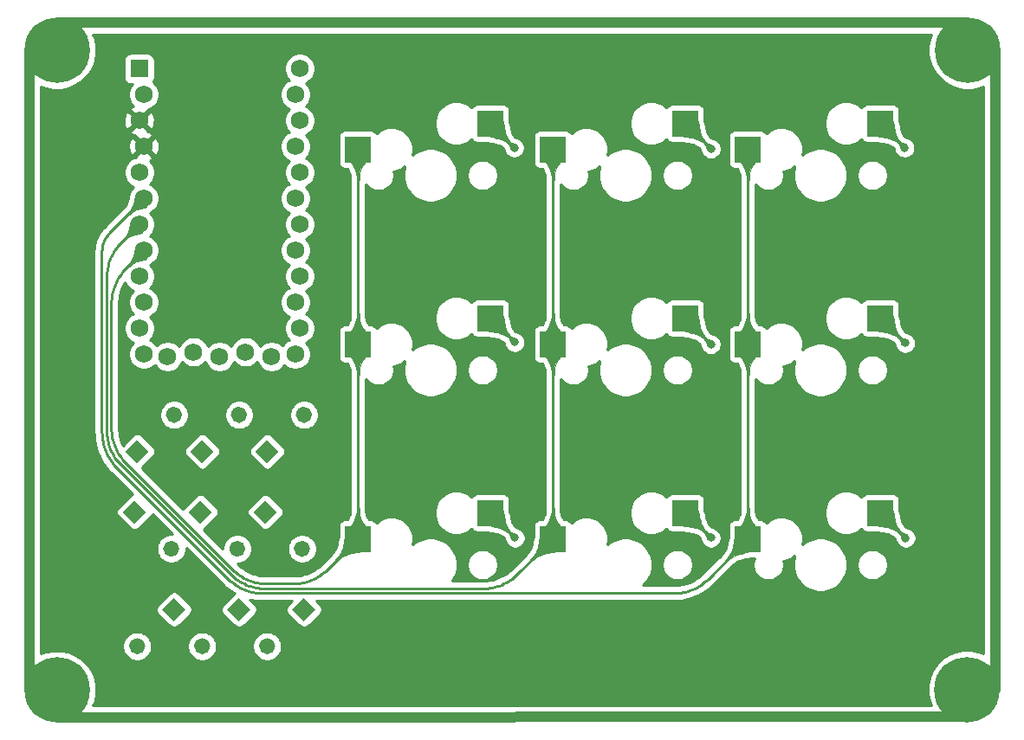
<source format=gbl>
G04 #@! TF.GenerationSoftware,KiCad,Pcbnew,(5.1.10-1-10_14)*
G04 #@! TF.CreationDate,2021-09-27T01:36:05+08:00*
G04 #@! TF.ProjectId,SMP v.2,534d5020-762e-4322-9e6b-696361645f70,rev?*
G04 #@! TF.SameCoordinates,Original*
G04 #@! TF.FileFunction,Copper,L2,Bot*
G04 #@! TF.FilePolarity,Positive*
%FSLAX46Y46*%
G04 Gerber Fmt 4.6, Leading zero omitted, Abs format (unit mm)*
G04 Created by KiCad (PCBNEW (5.1.10-1-10_14)) date 2021-09-27 01:36:05*
%MOMM*%
%LPD*%
G01*
G04 APERTURE LIST*
G04 #@! TA.AperFunction,NonConductor*
%ADD10C,1.000000*%
G04 #@! TD*
G04 #@! TA.AperFunction,SMDPad,CuDef*
%ADD11R,2.550000X2.500000*%
G04 #@! TD*
G04 #@! TA.AperFunction,ComponentPad*
%ADD12C,6.400000*%
G04 #@! TD*
G04 #@! TA.AperFunction,ComponentPad*
%ADD13C,1.752600*%
G04 #@! TD*
G04 #@! TA.AperFunction,ComponentPad*
%ADD14R,1.752600X1.752600*%
G04 #@! TD*
G04 #@! TA.AperFunction,ComponentPad*
%ADD15C,0.100000*%
G04 #@! TD*
G04 #@! TA.AperFunction,ViaPad*
%ADD16C,0.800000*%
G04 #@! TD*
G04 #@! TA.AperFunction,Conductor*
%ADD17C,0.254000*%
G04 #@! TD*
G04 #@! TA.AperFunction,Conductor*
%ADD18C,0.100000*%
G04 #@! TD*
G04 #@! TA.AperFunction,Conductor*
%ADD19C,0.025400*%
G04 #@! TD*
G04 APERTURE END LIST*
D10*
X106094801Y-128577340D02*
X106094801Y-66194940D01*
X108822740Y-131274799D02*
X197637400Y-131249378D01*
X108822740Y-63340001D02*
X197639940Y-63340001D01*
X200459599Y-128577340D02*
X200459599Y-66194940D01*
D11*
X151117300Y-73177400D03*
X138190300Y-75717400D03*
X170167300Y-73177400D03*
X157240300Y-75717400D03*
X189217300Y-73177400D03*
X176290300Y-75717400D03*
X151117300Y-92227400D03*
X138190300Y-94767400D03*
X189217300Y-92227400D03*
X176290300Y-94767400D03*
X170167300Y-111277400D03*
X157240300Y-113817400D03*
X189217300Y-111277400D03*
X176290300Y-113817400D03*
X151117300Y-111277400D03*
X138190300Y-113817400D03*
X170167300Y-92227400D03*
X157240300Y-94767400D03*
D12*
X197713055Y-128549400D03*
X108794800Y-128574800D03*
X197759600Y-66040000D03*
X108794800Y-66040000D03*
D13*
X119583200Y-95986600D03*
X122123200Y-95529400D03*
X124663200Y-95986600D03*
X127203200Y-95529400D03*
X129743200Y-95986600D03*
X132511800Y-67818000D03*
X117271800Y-95758000D03*
X132054600Y-70358000D03*
X132511800Y-72898000D03*
X132054600Y-75438000D03*
X132511800Y-77978000D03*
X132054600Y-80518000D03*
X132511800Y-83058000D03*
X132054600Y-85598000D03*
X132511800Y-88138000D03*
X132054600Y-90678000D03*
X132511800Y-93218000D03*
X132054600Y-95758000D03*
X116814600Y-93218000D03*
X117271800Y-90678000D03*
X116814600Y-88138000D03*
X117271800Y-85598000D03*
X116814600Y-83058000D03*
X117271800Y-80518000D03*
X116814600Y-77978000D03*
X117271800Y-75438000D03*
X116814600Y-72898000D03*
X117271800Y-70358000D03*
D14*
X116814600Y-67818000D03*
G04 #@! TA.AperFunction,ComponentPad*
G36*
G01*
X119649839Y-102258395D02*
X119649839Y-102258395D01*
G75*
G02*
X119649839Y-101127025I565685J565685D01*
G01*
X119649839Y-101127025D01*
G75*
G02*
X120781209Y-101127025I565685J-565685D01*
G01*
X120781209Y-101127025D01*
G75*
G02*
X120781209Y-102258395I-565685J-565685D01*
G01*
X120781209Y-102258395D01*
G75*
G02*
X119649839Y-102258395I-565685J565685D01*
G01*
G37*
G04 #@! TD.AperFunction*
G04 #@! TA.AperFunction,ComponentPad*
D15*
G36*
X116623422Y-106416183D02*
G01*
X115492051Y-105284812D01*
X116623422Y-104153441D01*
X117754793Y-105284812D01*
X116623422Y-106416183D01*
G37*
G04 #@! TD.AperFunction*
G04 #@! TA.AperFunction,ComponentPad*
G36*
G01*
X125999839Y-102258395D02*
X125999839Y-102258395D01*
G75*
G02*
X125999839Y-101127025I565685J565685D01*
G01*
X125999839Y-101127025D01*
G75*
G02*
X127131209Y-101127025I565685J-565685D01*
G01*
X127131209Y-101127025D01*
G75*
G02*
X127131209Y-102258395I-565685J-565685D01*
G01*
X127131209Y-102258395D01*
G75*
G02*
X125999839Y-102258395I-565685J565685D01*
G01*
G37*
G04 #@! TD.AperFunction*
G04 #@! TA.AperFunction,ComponentPad*
G36*
X122973422Y-106416183D02*
G01*
X121842051Y-105284812D01*
X122973422Y-104153441D01*
X124104793Y-105284812D01*
X122973422Y-106416183D01*
G37*
G04 #@! TD.AperFunction*
G04 #@! TA.AperFunction,ComponentPad*
G36*
G01*
X132349839Y-102258395D02*
X132349839Y-102258395D01*
G75*
G02*
X132349839Y-101127025I565685J565685D01*
G01*
X132349839Y-101127025D01*
G75*
G02*
X133481209Y-101127025I565685J-565685D01*
G01*
X133481209Y-101127025D01*
G75*
G02*
X133481209Y-102258395I-565685J-565685D01*
G01*
X133481209Y-102258395D01*
G75*
G02*
X132349839Y-102258395I-565685J565685D01*
G01*
G37*
G04 #@! TD.AperFunction*
G04 #@! TA.AperFunction,ComponentPad*
G36*
X129323422Y-106416183D02*
G01*
X128192051Y-105284812D01*
X129323422Y-104153441D01*
X130454793Y-105284812D01*
X129323422Y-106416183D01*
G37*
G04 #@! TD.AperFunction*
G04 #@! TA.AperFunction,ComponentPad*
G36*
G01*
X132161423Y-114230293D02*
X132161423Y-114230293D01*
G75*
G02*
X133292793Y-114230293I565685J-565685D01*
G01*
X133292793Y-114230293D01*
G75*
G02*
X133292793Y-115361663I-565685J-565685D01*
G01*
X133292793Y-115361663D01*
G75*
G02*
X132161423Y-115361663I-565685J565685D01*
G01*
X132161423Y-115361663D01*
G75*
G02*
X132161423Y-114230293I565685J565685D01*
G01*
G37*
G04 #@! TD.AperFunction*
G04 #@! TA.AperFunction,ComponentPad*
G36*
X128003635Y-111203876D02*
G01*
X129135006Y-110072505D01*
X130266377Y-111203876D01*
X129135006Y-112335247D01*
X128003635Y-111203876D01*
G37*
G04 #@! TD.AperFunction*
G04 #@! TA.AperFunction,ComponentPad*
G36*
G01*
X125831743Y-114230293D02*
X125831743Y-114230293D01*
G75*
G02*
X126963113Y-114230293I565685J-565685D01*
G01*
X126963113Y-114230293D01*
G75*
G02*
X126963113Y-115361663I-565685J-565685D01*
G01*
X126963113Y-115361663D01*
G75*
G02*
X125831743Y-115361663I-565685J565685D01*
G01*
X125831743Y-115361663D01*
G75*
G02*
X125831743Y-114230293I565685J565685D01*
G01*
G37*
G04 #@! TD.AperFunction*
G04 #@! TA.AperFunction,ComponentPad*
G36*
X121673955Y-111203876D02*
G01*
X122805326Y-110072505D01*
X123936697Y-111203876D01*
X122805326Y-112335247D01*
X121673955Y-111203876D01*
G37*
G04 #@! TD.AperFunction*
G04 #@! TA.AperFunction,ComponentPad*
G36*
G01*
X119377467Y-114230293D02*
X119377467Y-114230293D01*
G75*
G02*
X120508837Y-114230293I565685J-565685D01*
G01*
X120508837Y-114230293D01*
G75*
G02*
X120508837Y-115361663I-565685J-565685D01*
G01*
X120508837Y-115361663D01*
G75*
G02*
X119377467Y-115361663I-565685J565685D01*
G01*
X119377467Y-115361663D01*
G75*
G02*
X119377467Y-114230293I565685J565685D01*
G01*
G37*
G04 #@! TD.AperFunction*
G04 #@! TA.AperFunction,ComponentPad*
G36*
X115219679Y-111203876D02*
G01*
X116351050Y-110072505D01*
X117482421Y-111203876D01*
X116351050Y-112335247D01*
X115219679Y-111203876D01*
G37*
G04 #@! TD.AperFunction*
G04 #@! TA.AperFunction,ComponentPad*
G36*
G01*
X129889107Y-123755293D02*
X129889107Y-123755293D01*
G75*
G02*
X129889107Y-124886663I-565685J-565685D01*
G01*
X129889107Y-124886663D01*
G75*
G02*
X128757737Y-124886663I-565685J565685D01*
G01*
X128757737Y-124886663D01*
G75*
G02*
X128757737Y-123755293I565685J565685D01*
G01*
X128757737Y-123755293D01*
G75*
G02*
X129889107Y-123755293I565685J-565685D01*
G01*
G37*
G04 #@! TD.AperFunction*
G04 #@! TA.AperFunction,ComponentPad*
G36*
X132915524Y-119597505D02*
G01*
X134046895Y-120728876D01*
X132915524Y-121860247D01*
X131784153Y-120728876D01*
X132915524Y-119597505D01*
G37*
G04 #@! TD.AperFunction*
G04 #@! TA.AperFunction,ComponentPad*
G36*
G01*
X123539107Y-123755293D02*
X123539107Y-123755293D01*
G75*
G02*
X123539107Y-124886663I-565685J-565685D01*
G01*
X123539107Y-124886663D01*
G75*
G02*
X122407737Y-124886663I-565685J565685D01*
G01*
X122407737Y-124886663D01*
G75*
G02*
X122407737Y-123755293I565685J565685D01*
G01*
X122407737Y-123755293D01*
G75*
G02*
X123539107Y-123755293I565685J-565685D01*
G01*
G37*
G04 #@! TD.AperFunction*
G04 #@! TA.AperFunction,ComponentPad*
G36*
X126565524Y-119597505D02*
G01*
X127696895Y-120728876D01*
X126565524Y-121860247D01*
X125434153Y-120728876D01*
X126565524Y-119597505D01*
G37*
G04 #@! TD.AperFunction*
G04 #@! TA.AperFunction,ComponentPad*
G36*
G01*
X117189107Y-123755293D02*
X117189107Y-123755293D01*
G75*
G02*
X117189107Y-124886663I-565685J-565685D01*
G01*
X117189107Y-124886663D01*
G75*
G02*
X116057737Y-124886663I-565685J565685D01*
G01*
X116057737Y-124886663D01*
G75*
G02*
X116057737Y-123755293I565685J565685D01*
G01*
X116057737Y-123755293D01*
G75*
G02*
X117189107Y-123755293I565685J-565685D01*
G01*
G37*
G04 #@! TD.AperFunction*
G04 #@! TA.AperFunction,ComponentPad*
G36*
X120215524Y-119597505D02*
G01*
X121346895Y-120728876D01*
X120215524Y-121860247D01*
X119084153Y-120728876D01*
X120215524Y-119597505D01*
G37*
G04 #@! TD.AperFunction*
D16*
X153466800Y-75565000D03*
X172694600Y-75666600D03*
X191617600Y-75565000D03*
X153517600Y-94589600D03*
X172694600Y-94792800D03*
X191668400Y-94665800D03*
X153543000Y-113715800D03*
X172694600Y-113715800D03*
X191719200Y-113741200D03*
D17*
X151117300Y-73215500D02*
X153466800Y-75565000D01*
X151117300Y-73177400D02*
X151117300Y-73215500D01*
X170205400Y-73177400D02*
X172694600Y-75666600D01*
X170167300Y-73177400D02*
X170205400Y-73177400D01*
X189230000Y-73177400D02*
X191617600Y-75565000D01*
X189217300Y-73177400D02*
X189230000Y-73177400D01*
X151155400Y-92227400D02*
X153517600Y-94589600D01*
X151117300Y-92227400D02*
X151155400Y-92227400D01*
X138190300Y-75717400D02*
X138190300Y-94767400D01*
X138190300Y-94767400D02*
X138190300Y-113817400D01*
X115322197Y-87555825D02*
X115485613Y-87384186D01*
X115167401Y-87735277D02*
X115322197Y-87555825D01*
X115021597Y-87922108D02*
X115167401Y-87735277D01*
X114641533Y-88522294D02*
X114758346Y-88316092D01*
X114534980Y-88733981D02*
X114641533Y-88522294D01*
X114438941Y-88950640D02*
X114534980Y-88733981D01*
X114353649Y-89171751D02*
X114438941Y-88950640D01*
X114279309Y-89396781D02*
X114353649Y-89171751D01*
X114164176Y-89856420D02*
X114216101Y-89625187D01*
X114071400Y-90798400D02*
X114077215Y-90561480D01*
X114071400Y-102978200D02*
X114071400Y-90798400D01*
X114758346Y-88316092D02*
X114885136Y-88115869D01*
X114077215Y-103215119D02*
X114071400Y-102978200D01*
X114353649Y-104604847D02*
X114279310Y-104379818D01*
X114123660Y-103686677D02*
X114094649Y-103451468D01*
X126062225Y-116960801D02*
X125890586Y-116797386D01*
X114216101Y-104151411D02*
X114164176Y-103920179D01*
X114279310Y-104379818D02*
X114216101Y-104151411D01*
X114641534Y-105254304D02*
X114534980Y-105042618D01*
X114534980Y-105042618D02*
X114438941Y-104825958D01*
X114885136Y-105660729D02*
X114758346Y-105460507D01*
X115021597Y-105854490D02*
X114885136Y-105660729D01*
X114123659Y-90089922D02*
X114164176Y-89856420D01*
X114758346Y-105460507D02*
X114641534Y-105254304D01*
X126822491Y-117524652D02*
X126622269Y-117397863D01*
X126241677Y-117115597D02*
X126062225Y-116960801D01*
X129067880Y-118205783D02*
X128831531Y-118188349D01*
X125890586Y-116797386D02*
X115485613Y-106392413D01*
X114077215Y-90561480D02*
X114094649Y-90325131D01*
X114438941Y-104825958D02*
X114353649Y-104604847D01*
X114885136Y-88115869D02*
X115021597Y-87922108D01*
X127240381Y-117748019D02*
X127028694Y-117641465D01*
X126428508Y-117261401D02*
X126241677Y-117115597D01*
X127028694Y-117641465D02*
X126822491Y-117524652D01*
X115485613Y-87384186D02*
X117271800Y-85598000D01*
X114164176Y-103920179D02*
X114123660Y-103686677D01*
X128131587Y-118066898D02*
X127903181Y-118003689D01*
X127903181Y-118003689D02*
X127678151Y-117929349D01*
X128596322Y-118159339D02*
X128362820Y-118118823D01*
X114216101Y-89625187D02*
X114279309Y-89396781D01*
X127457040Y-117844057D02*
X127240381Y-117748019D01*
X115322198Y-106220772D02*
X115167401Y-106041321D01*
X114094649Y-103451468D02*
X114077215Y-103215119D01*
X128362820Y-118118823D02*
X128131587Y-118066898D01*
X129304800Y-118211600D02*
X129067880Y-118205783D01*
X126622269Y-117397863D02*
X126428508Y-117261401D01*
X127678151Y-117929349D02*
X127457040Y-117844057D01*
X138190300Y-113817400D02*
X138176000Y-113817400D01*
X114094649Y-90325131D02*
X114123659Y-90089922D01*
X128831531Y-118188349D02*
X128596322Y-118159339D01*
X115167401Y-106041321D02*
X115021597Y-105854490D01*
X115485613Y-106392413D02*
X115322198Y-106220772D01*
X135196013Y-116797386D02*
X138176000Y-113817400D01*
X135196013Y-116797386D02*
X135024372Y-116960800D01*
X135024372Y-116960800D02*
X134844921Y-117115596D01*
X134844921Y-117115596D02*
X134658090Y-117261401D01*
X134658090Y-117261401D02*
X134464329Y-117397862D01*
X134464329Y-117397862D02*
X134264107Y-117524652D01*
X134264107Y-117524652D02*
X134057904Y-117641464D01*
X134057904Y-117641464D02*
X133846218Y-117748018D01*
X133846218Y-117748018D02*
X133629558Y-117844057D01*
X133629558Y-117844057D02*
X133408447Y-117929349D01*
X133408447Y-117929349D02*
X133183418Y-118003689D01*
X133183418Y-118003689D02*
X132955011Y-118066897D01*
X132955011Y-118066897D02*
X132723779Y-118118822D01*
X132723779Y-118118822D02*
X132490277Y-118159339D01*
X132490277Y-118159339D02*
X132255068Y-118188349D01*
X132255068Y-118188349D02*
X132018719Y-118205783D01*
X132018719Y-118205783D02*
X131781800Y-118211600D01*
X131781800Y-118211600D02*
X129304800Y-118211600D01*
X157240300Y-75717400D02*
X157240300Y-94767400D01*
X157240300Y-94767400D02*
X157240300Y-113817400D01*
X114710201Y-85195277D02*
X114864997Y-85015825D01*
X114564397Y-85382108D02*
X114710201Y-85195277D01*
X114427936Y-85575869D02*
X114564397Y-85382108D01*
X114301146Y-85776092D02*
X114427936Y-85575869D01*
X114184333Y-85982294D02*
X114301146Y-85776092D01*
X113896449Y-86631751D02*
X113981741Y-86410640D01*
X113758901Y-87085187D02*
X113822109Y-86856781D01*
X128169121Y-118585524D02*
X127937888Y-118533599D01*
X128637832Y-118655050D02*
X128402623Y-118626040D01*
X113706976Y-87316420D02*
X113758901Y-87085187D01*
X113637449Y-87785131D02*
X113666459Y-87549922D01*
X114301145Y-105663707D02*
X114184333Y-105457504D01*
X113620015Y-88021480D02*
X113637449Y-87785131D01*
X115028413Y-84844186D02*
X116814600Y-83058000D01*
X113614200Y-88258400D02*
X113620015Y-88021480D01*
X113620014Y-103418319D02*
X113614200Y-103181400D01*
X113666459Y-87549922D02*
X113706976Y-87316420D01*
X113637448Y-103654668D02*
X113620014Y-103418319D01*
X113758900Y-104354612D02*
X113706975Y-104123379D01*
X113981741Y-86410640D02*
X114077780Y-86193981D01*
X129111101Y-118678301D02*
X128874181Y-118672484D01*
X113822109Y-104583018D02*
X113758900Y-104354612D01*
X127937888Y-118533599D02*
X127709482Y-118470390D01*
X113896448Y-104808048D02*
X113822109Y-104583018D01*
X125696887Y-117264087D02*
X115028413Y-106595613D01*
X114077779Y-105245818D02*
X113981740Y-105029159D01*
X113822109Y-86856781D02*
X113896449Y-86631751D01*
X113981740Y-105029159D02*
X113896448Y-104808048D01*
X114184333Y-105457504D02*
X114077779Y-105245818D01*
X114427935Y-105863930D02*
X114301145Y-105663707D01*
X113666459Y-103889877D02*
X113637448Y-103654668D01*
X113706975Y-104123379D02*
X113666459Y-103889877D01*
X125868526Y-117427502D02*
X125696887Y-117264087D01*
X114564396Y-106057690D02*
X114427935Y-105863930D01*
X128402623Y-118626040D02*
X128169121Y-118585524D01*
X126428570Y-117864564D02*
X126234809Y-117728102D01*
X114864997Y-106423973D02*
X114710201Y-106244521D01*
X126047978Y-117582298D02*
X125868526Y-117427502D01*
X127484452Y-118396050D02*
X127263341Y-118310758D01*
X114710201Y-106244521D02*
X114564396Y-106057690D01*
X115028413Y-106595613D02*
X114864997Y-106423973D01*
X113614200Y-103181400D02*
X113614200Y-88258400D01*
X126234809Y-117728102D02*
X126047978Y-117582298D01*
X126628792Y-117991353D02*
X126428570Y-117864564D01*
X127046682Y-118214720D02*
X126834995Y-118108166D01*
X114864997Y-85015825D02*
X115028413Y-84844186D01*
X127709482Y-118470390D02*
X127484452Y-118396050D01*
X157240300Y-113817400D02*
X157226000Y-113817400D01*
X127263341Y-118310758D02*
X127046682Y-118214720D01*
X128874181Y-118672484D02*
X128637832Y-118655050D01*
X114077780Y-86193981D02*
X114184333Y-85982294D01*
X126834995Y-118108166D02*
X126628792Y-117991353D01*
X150365099Y-118678301D02*
X129111101Y-118678301D01*
X150365099Y-118678301D02*
X150602018Y-118672484D01*
X150602018Y-118672484D02*
X150838367Y-118655050D01*
X150838367Y-118655050D02*
X151073576Y-118626040D01*
X151073576Y-118626040D02*
X151307078Y-118585523D01*
X151307078Y-118585523D02*
X151538310Y-118533598D01*
X151538310Y-118533598D02*
X151766717Y-118470390D01*
X151766717Y-118470390D02*
X151991746Y-118396050D01*
X151991746Y-118396050D02*
X152212857Y-118310758D01*
X152212857Y-118310758D02*
X152429517Y-118214719D01*
X152429517Y-118214719D02*
X152641203Y-118108165D01*
X152641203Y-118108165D02*
X152847406Y-117991353D01*
X152847406Y-117991353D02*
X153047628Y-117864563D01*
X153047628Y-117864563D02*
X153241389Y-117728102D01*
X153241389Y-117728102D02*
X153428220Y-117582297D01*
X153428220Y-117582297D02*
X153607671Y-117427501D01*
X153607671Y-117427501D02*
X153779312Y-117264087D01*
X153779312Y-117264087D02*
X157226000Y-113817400D01*
X176290300Y-75717400D02*
X176290300Y-94767400D01*
X176290300Y-94767400D02*
X176290300Y-113817400D01*
X113864106Y-83925693D02*
X117271800Y-80518000D01*
X113782398Y-84011512D02*
X113864106Y-83925693D01*
X113705000Y-84101238D02*
X113782398Y-84011512D01*
X113632098Y-84194654D02*
X113705000Y-84101238D01*
X113563867Y-84291534D02*
X113632098Y-84194654D01*
X113500472Y-84391645D02*
X113563867Y-84291534D01*
X113442066Y-84494747D02*
X113500472Y-84391645D01*
X113388789Y-84600590D02*
X113442066Y-84494747D01*
X113340770Y-84708920D02*
X113388789Y-84600590D01*
X113229350Y-85046193D02*
X113260954Y-84931990D01*
X113203387Y-85161810D02*
X113229350Y-85046193D01*
X113183129Y-85278561D02*
X113203387Y-85161810D01*
X113168624Y-85396165D02*
X113183129Y-85278561D01*
X113159907Y-85514340D02*
X113168624Y-85396165D01*
X113157000Y-85632800D02*
X113159907Y-85514340D01*
X113162815Y-103621519D02*
X113157000Y-103384600D01*
X113180249Y-103857868D02*
X113162815Y-103621519D01*
X113209260Y-104093077D02*
X113180249Y-103857868D01*
X113249776Y-104326579D02*
X113209260Y-104093077D01*
X113301701Y-104557811D02*
X113249776Y-104326579D01*
X113524541Y-105232358D02*
X113439249Y-105011247D01*
X113620580Y-105449018D02*
X113524541Y-105232358D01*
X113727134Y-105660704D02*
X113620580Y-105449018D01*
X113843946Y-105866907D02*
X113727134Y-105660704D01*
X113260954Y-84931990D02*
X113298124Y-84819475D01*
X113970736Y-106067129D02*
X113843946Y-105866907D01*
X114107197Y-106260890D02*
X113970736Y-106067129D01*
X114407798Y-106627172D02*
X114253001Y-106447721D01*
X127278062Y-118850060D02*
X127056951Y-118764768D01*
X127056951Y-118764768D02*
X126840292Y-118668730D01*
X114571213Y-106798813D02*
X114407798Y-106627172D01*
X128431442Y-119109060D02*
X128196233Y-119080050D01*
X128667791Y-119126494D02*
X128431442Y-119109060D01*
X125490497Y-117718097D02*
X114571213Y-106798813D01*
X113364910Y-104786218D02*
X113301701Y-104557811D01*
X126028419Y-118182112D02*
X125841588Y-118036308D01*
X125662136Y-117881512D02*
X125490497Y-117718097D01*
X125841588Y-118036308D02*
X125662136Y-117881512D01*
X113439249Y-105011247D02*
X113364910Y-104786218D01*
X126422402Y-118445363D02*
X126222180Y-118318574D01*
X126628605Y-118562176D02*
X126422402Y-118445363D01*
X113157000Y-103384600D02*
X113157000Y-85632800D01*
X126222180Y-118318574D02*
X126028419Y-118182112D01*
X127962731Y-119039534D02*
X127731498Y-118987609D01*
X127731498Y-118987609D02*
X127503092Y-118924400D01*
X126840292Y-118668730D02*
X126628605Y-118562176D01*
X127503092Y-118924400D02*
X127278062Y-118850060D01*
X114253001Y-106447721D02*
X114107197Y-106260890D01*
X128904711Y-119132311D02*
X128667791Y-119126494D01*
X176290300Y-113817400D02*
X176290300Y-113853900D01*
X113298124Y-84819475D02*
X113340770Y-84708920D01*
X128196233Y-119080050D02*
X127962731Y-119039534D01*
X169011889Y-119132311D02*
X128904711Y-119132311D01*
X169011889Y-119132311D02*
X169248808Y-119126494D01*
X169248808Y-119126494D02*
X169485157Y-119109060D01*
X169485157Y-119109060D02*
X169720366Y-119080050D01*
X169720366Y-119080050D02*
X169953868Y-119039533D01*
X169953868Y-119039533D02*
X170185100Y-118987608D01*
X170185100Y-118987608D02*
X170413507Y-118924400D01*
X170413507Y-118924400D02*
X170638536Y-118850060D01*
X170638536Y-118850060D02*
X170859647Y-118764768D01*
X170859647Y-118764768D02*
X171076307Y-118668729D01*
X171076307Y-118668729D02*
X171287993Y-118562175D01*
X171287993Y-118562175D02*
X171494196Y-118445363D01*
X171494196Y-118445363D02*
X171694418Y-118318573D01*
X171694418Y-118318573D02*
X171888179Y-118182112D01*
X171888179Y-118182112D02*
X172075010Y-118036307D01*
X172075010Y-118036307D02*
X172254461Y-117881511D01*
X172254461Y-117881511D02*
X172426102Y-117718097D01*
X172426102Y-117718097D02*
X176290300Y-113853900D01*
X170167300Y-92265500D02*
X172694600Y-94792800D01*
X170167300Y-92227400D02*
X170167300Y-92265500D01*
X189230000Y-92227400D02*
X191668400Y-94665800D01*
X189217300Y-92227400D02*
X189230000Y-92227400D01*
X151117300Y-111290100D02*
X153543000Y-113715800D01*
X151117300Y-111277400D02*
X151117300Y-111290100D01*
X170256200Y-111277400D02*
X172694600Y-113715800D01*
X170167300Y-111277400D02*
X170256200Y-111277400D01*
X189255400Y-111277400D02*
X191719200Y-113741200D01*
X189217300Y-111277400D02*
X189255400Y-111277400D01*
X194071977Y-64921372D02*
X193924600Y-65662285D01*
X193924600Y-66417715D01*
X194071977Y-67158628D01*
X194361067Y-67856554D01*
X194780761Y-68484670D01*
X195314930Y-69018839D01*
X195943046Y-69438533D01*
X196640972Y-69727623D01*
X197381885Y-69875000D01*
X198137315Y-69875000D01*
X198878228Y-69727623D01*
X199324600Y-69542730D01*
X199324599Y-125065949D01*
X198831683Y-124861777D01*
X198090770Y-124714400D01*
X197335340Y-124714400D01*
X196594427Y-124861777D01*
X195896501Y-125150867D01*
X195268385Y-125570561D01*
X194734216Y-126104730D01*
X194314522Y-126732846D01*
X194025432Y-127430772D01*
X193878055Y-128171685D01*
X193878055Y-128927115D01*
X194025432Y-129668028D01*
X194210723Y-130115360D01*
X112297942Y-130138805D01*
X112482423Y-129693428D01*
X112629800Y-128952515D01*
X112629800Y-128197085D01*
X112482423Y-127456172D01*
X112193333Y-126758246D01*
X111773639Y-126130130D01*
X111239470Y-125595961D01*
X110611354Y-125176267D01*
X109913428Y-124887177D01*
X109172515Y-124739800D01*
X108417085Y-124739800D01*
X107676172Y-124887177D01*
X107229801Y-125072070D01*
X107229801Y-124179643D01*
X115188422Y-124179643D01*
X115188422Y-124462313D01*
X115243569Y-124739552D01*
X115351742Y-125000705D01*
X115508785Y-125235737D01*
X115708663Y-125435615D01*
X115943695Y-125592658D01*
X116204848Y-125700831D01*
X116482087Y-125755978D01*
X116764757Y-125755978D01*
X117041996Y-125700831D01*
X117303149Y-125592658D01*
X117538181Y-125435615D01*
X117738059Y-125235737D01*
X117895102Y-125000705D01*
X118003275Y-124739552D01*
X118058422Y-124462313D01*
X118058422Y-124179643D01*
X121538422Y-124179643D01*
X121538422Y-124462313D01*
X121593569Y-124739552D01*
X121701742Y-125000705D01*
X121858785Y-125235737D01*
X122058663Y-125435615D01*
X122293695Y-125592658D01*
X122554848Y-125700831D01*
X122832087Y-125755978D01*
X123114757Y-125755978D01*
X123391996Y-125700831D01*
X123653149Y-125592658D01*
X123888181Y-125435615D01*
X124088059Y-125235737D01*
X124245102Y-125000705D01*
X124353275Y-124739552D01*
X124408422Y-124462313D01*
X124408422Y-124179643D01*
X127888422Y-124179643D01*
X127888422Y-124462313D01*
X127943569Y-124739552D01*
X128051742Y-125000705D01*
X128208785Y-125235737D01*
X128408663Y-125435615D01*
X128643695Y-125592658D01*
X128904848Y-125700831D01*
X129182087Y-125755978D01*
X129464757Y-125755978D01*
X129741996Y-125700831D01*
X130003149Y-125592658D01*
X130238181Y-125435615D01*
X130438059Y-125235737D01*
X130595102Y-125000705D01*
X130703275Y-124739552D01*
X130758422Y-124462313D01*
X130758422Y-124179643D01*
X130703275Y-123902404D01*
X130595102Y-123641251D01*
X130438059Y-123406219D01*
X130238181Y-123206341D01*
X130003149Y-123049298D01*
X129741996Y-122941125D01*
X129464757Y-122885978D01*
X129182087Y-122885978D01*
X128904848Y-122941125D01*
X128643695Y-123049298D01*
X128408663Y-123206341D01*
X128208785Y-123406219D01*
X128051742Y-123641251D01*
X127943569Y-123902404D01*
X127888422Y-124179643D01*
X124408422Y-124179643D01*
X124353275Y-123902404D01*
X124245102Y-123641251D01*
X124088059Y-123406219D01*
X123888181Y-123206341D01*
X123653149Y-123049298D01*
X123391996Y-122941125D01*
X123114757Y-122885978D01*
X122832087Y-122885978D01*
X122554848Y-122941125D01*
X122293695Y-123049298D01*
X122058663Y-123206341D01*
X121858785Y-123406219D01*
X121701742Y-123641251D01*
X121593569Y-123902404D01*
X121538422Y-124179643D01*
X118058422Y-124179643D01*
X118003275Y-123902404D01*
X117895102Y-123641251D01*
X117738059Y-123406219D01*
X117538181Y-123206341D01*
X117303149Y-123049298D01*
X117041996Y-122941125D01*
X116764757Y-122885978D01*
X116482087Y-122885978D01*
X116204848Y-122941125D01*
X115943695Y-123049298D01*
X115708663Y-123206341D01*
X115508785Y-123406219D01*
X115351742Y-123641251D01*
X115243569Y-123902404D01*
X115188422Y-124179643D01*
X107229801Y-124179643D01*
X107229801Y-120728876D01*
X118446081Y-120728876D01*
X118458341Y-120853358D01*
X118494651Y-120973056D01*
X118553616Y-121083370D01*
X118632968Y-121180061D01*
X119764339Y-122311432D01*
X119861030Y-122390784D01*
X119971344Y-122449749D01*
X120091042Y-122486059D01*
X120215524Y-122498319D01*
X120340006Y-122486059D01*
X120459704Y-122449749D01*
X120570018Y-122390784D01*
X120666709Y-122311432D01*
X121798080Y-121180061D01*
X121877432Y-121083370D01*
X121936397Y-120973056D01*
X121972707Y-120853358D01*
X121984967Y-120728876D01*
X121972707Y-120604394D01*
X121936397Y-120484696D01*
X121877432Y-120374382D01*
X121798080Y-120277691D01*
X120666709Y-119146320D01*
X120570018Y-119066968D01*
X120459704Y-119008003D01*
X120340006Y-118971693D01*
X120215524Y-118959433D01*
X120091042Y-118971693D01*
X119971344Y-119008003D01*
X119861030Y-119066968D01*
X119764339Y-119146320D01*
X118632968Y-120277691D01*
X118553616Y-120374382D01*
X118494651Y-120484696D01*
X118458341Y-120604394D01*
X118446081Y-120728876D01*
X107229801Y-120728876D01*
X107229801Y-85651520D01*
X112394312Y-85651520D01*
X112395001Y-85660860D01*
X112395000Y-103356555D01*
X112394312Y-103365883D01*
X112395000Y-103393916D01*
X112395000Y-103422025D01*
X112395919Y-103431354D01*
X112400586Y-103621535D01*
X112400127Y-103640250D01*
X112401504Y-103658913D01*
X112401963Y-103677630D01*
X112404255Y-103696214D01*
X112418940Y-103895294D01*
X112419399Y-103914002D01*
X112421689Y-103932571D01*
X112423067Y-103951248D01*
X112426269Y-103969703D01*
X112450702Y-104167796D01*
X112452080Y-104186473D01*
X112455282Y-104204929D01*
X112457573Y-104223500D01*
X112461672Y-104241756D01*
X112495799Y-104438432D01*
X112498091Y-104457017D01*
X112502194Y-104475287D01*
X112505393Y-104493725D01*
X112510385Y-104511765D01*
X112554120Y-104706520D01*
X112557322Y-104724976D01*
X112562319Y-104743032D01*
X112566417Y-104761282D01*
X112572284Y-104779043D01*
X112625531Y-104971453D01*
X112629630Y-104989704D01*
X112635498Y-105007465D01*
X112640495Y-105025524D01*
X112647237Y-105043003D01*
X112709848Y-105232530D01*
X112714840Y-105250569D01*
X112721575Y-105268029D01*
X112727448Y-105285807D01*
X112735036Y-105302924D01*
X112806875Y-105489162D01*
X112812747Y-105506937D01*
X112820332Y-105524049D01*
X112827070Y-105541516D01*
X112835488Y-105558239D01*
X112916381Y-105740730D01*
X112923117Y-105758192D01*
X112931532Y-105774909D01*
X112939120Y-105792028D01*
X112948350Y-105808321D01*
X113038091Y-105986607D01*
X113045680Y-106003727D01*
X113054910Y-106020020D01*
X113063325Y-106036738D01*
X113073338Y-106052551D01*
X113171726Y-106226229D01*
X113180146Y-106242957D01*
X113190164Y-106258776D01*
X113199387Y-106275058D01*
X113210164Y-106290361D01*
X113316960Y-106459009D01*
X113326185Y-106475293D01*
X113336965Y-106490600D01*
X113346982Y-106506418D01*
X113358498Y-106521175D01*
X113473432Y-106684370D01*
X113483451Y-106700191D01*
X113494970Y-106714952D01*
X113505746Y-106730252D01*
X113517972Y-106744425D01*
X113640782Y-106901792D01*
X113651565Y-106917102D01*
X113663796Y-106931281D01*
X113675307Y-106946031D01*
X113688213Y-106959587D01*
X113818603Y-107110743D01*
X113830114Y-107125494D01*
X113843020Y-107139049D01*
X113855253Y-107153231D01*
X113868814Y-107166142D01*
X113999989Y-107303920D01*
X114005934Y-107311164D01*
X114025794Y-107331024D01*
X114045143Y-107351347D01*
X114052232Y-107357462D01*
X116161271Y-109466501D01*
X116106870Y-109483003D01*
X115996556Y-109541968D01*
X115899865Y-109621320D01*
X114768494Y-110752691D01*
X114689142Y-110849382D01*
X114630177Y-110959696D01*
X114593867Y-111079394D01*
X114581607Y-111203876D01*
X114593867Y-111328358D01*
X114630177Y-111448056D01*
X114689142Y-111558370D01*
X114768494Y-111655061D01*
X115899865Y-112786432D01*
X115996556Y-112865784D01*
X116106870Y-112924749D01*
X116226568Y-112961059D01*
X116351050Y-112973319D01*
X116475532Y-112961059D01*
X116595230Y-112924749D01*
X116705544Y-112865784D01*
X116802235Y-112786432D01*
X117933606Y-111655061D01*
X118012958Y-111558370D01*
X118071923Y-111448056D01*
X118088425Y-111393655D01*
X120055748Y-113360978D01*
X119801817Y-113360978D01*
X119524578Y-113416125D01*
X119263425Y-113524298D01*
X119028393Y-113681341D01*
X118828515Y-113881219D01*
X118671472Y-114116251D01*
X118563299Y-114377404D01*
X118508152Y-114654643D01*
X118508152Y-114937313D01*
X118563299Y-115214552D01*
X118671472Y-115475705D01*
X118828515Y-115710737D01*
X119028393Y-115910615D01*
X119263425Y-116067658D01*
X119524578Y-116175831D01*
X119801817Y-116230978D01*
X120084487Y-116230978D01*
X120361726Y-116175831D01*
X120622879Y-116067658D01*
X120857911Y-115910615D01*
X121057789Y-115710737D01*
X121214832Y-115475705D01*
X121323005Y-115214552D01*
X121378152Y-114937313D01*
X121378152Y-114683382D01*
X124931845Y-118237075D01*
X124937960Y-118244164D01*
X124958289Y-118263519D01*
X124978146Y-118283376D01*
X124985387Y-118289319D01*
X125123169Y-118420499D01*
X125136080Y-118434060D01*
X125150254Y-118446287D01*
X125163810Y-118459193D01*
X125178569Y-118470711D01*
X125329724Y-118601098D01*
X125343278Y-118614002D01*
X125358031Y-118625516D01*
X125372211Y-118637747D01*
X125387521Y-118648530D01*
X125544879Y-118771333D01*
X125559055Y-118783561D01*
X125574361Y-118794340D01*
X125589119Y-118805858D01*
X125604936Y-118815874D01*
X125768137Y-118930813D01*
X125782893Y-118942329D01*
X125798705Y-118952342D01*
X125814013Y-118963123D01*
X125830305Y-118972352D01*
X125998944Y-119079142D01*
X126014249Y-119089921D01*
X126030538Y-119099149D01*
X126046354Y-119109164D01*
X126063076Y-119117581D01*
X126114147Y-119146512D01*
X124982968Y-120277691D01*
X124903616Y-120374382D01*
X124844651Y-120484696D01*
X124808341Y-120604394D01*
X124796081Y-120728876D01*
X124808341Y-120853358D01*
X124844651Y-120973056D01*
X124903616Y-121083370D01*
X124982968Y-121180061D01*
X126114339Y-122311432D01*
X126211030Y-122390784D01*
X126321344Y-122449749D01*
X126441042Y-122486059D01*
X126565524Y-122498319D01*
X126690006Y-122486059D01*
X126809704Y-122449749D01*
X126920018Y-122390784D01*
X127016709Y-122311432D01*
X128148080Y-121180061D01*
X128227432Y-121083370D01*
X128286397Y-120973056D01*
X128322707Y-120853358D01*
X128334967Y-120728876D01*
X128322707Y-120604394D01*
X128286397Y-120484696D01*
X128227432Y-120374382D01*
X128148080Y-120277691D01*
X127612180Y-119741791D01*
X127777553Y-119778927D01*
X127795585Y-119783917D01*
X127814018Y-119787115D01*
X127832292Y-119791219D01*
X127850879Y-119793511D01*
X128047549Y-119827637D01*
X128065813Y-119831738D01*
X128084388Y-119834029D01*
X128102836Y-119837230D01*
X128121509Y-119838607D01*
X128319609Y-119863040D01*
X128338062Y-119866242D01*
X128356742Y-119867620D01*
X128375310Y-119869910D01*
X128394015Y-119870369D01*
X128593100Y-119885054D01*
X128611673Y-119887345D01*
X128630383Y-119887804D01*
X128649059Y-119889182D01*
X128667777Y-119888723D01*
X128857960Y-119893393D01*
X128867285Y-119894311D01*
X128895362Y-119894311D01*
X128923421Y-119895000D01*
X128932762Y-119894311D01*
X131716348Y-119894311D01*
X131332968Y-120277691D01*
X131253616Y-120374382D01*
X131194651Y-120484696D01*
X131158341Y-120604394D01*
X131146081Y-120728876D01*
X131158341Y-120853358D01*
X131194651Y-120973056D01*
X131253616Y-121083370D01*
X131332968Y-121180061D01*
X132464339Y-122311432D01*
X132561030Y-122390784D01*
X132671344Y-122449749D01*
X132791042Y-122486059D01*
X132915524Y-122498319D01*
X133040006Y-122486059D01*
X133159704Y-122449749D01*
X133270018Y-122390784D01*
X133366709Y-122311432D01*
X134498080Y-121180061D01*
X134577432Y-121083370D01*
X134636397Y-120973056D01*
X134672707Y-120853358D01*
X134684967Y-120728876D01*
X134672707Y-120604394D01*
X134636397Y-120484696D01*
X134577432Y-120374382D01*
X134498080Y-120277691D01*
X134114700Y-119894311D01*
X168983837Y-119894311D01*
X168993178Y-119895000D01*
X169021237Y-119894311D01*
X169049315Y-119894311D01*
X169058640Y-119893393D01*
X169248822Y-119888723D01*
X169267539Y-119889182D01*
X169286215Y-119887804D01*
X169304925Y-119887345D01*
X169323498Y-119885054D01*
X169522585Y-119870369D01*
X169541288Y-119869910D01*
X169559855Y-119867620D01*
X169578537Y-119866242D01*
X169596993Y-119863040D01*
X169795103Y-119838606D01*
X169813765Y-119837229D01*
X169832197Y-119834031D01*
X169850786Y-119831738D01*
X169869065Y-119827633D01*
X170065715Y-119793511D01*
X170084306Y-119791218D01*
X170102584Y-119787113D01*
X170121017Y-119783915D01*
X170139051Y-119778924D01*
X170333819Y-119735187D01*
X170352262Y-119731987D01*
X170370306Y-119726994D01*
X170388571Y-119722892D01*
X170406344Y-119717021D01*
X170598729Y-119663781D01*
X170616996Y-119659679D01*
X170634770Y-119653807D01*
X170652810Y-119648815D01*
X170670277Y-119642077D01*
X170859822Y-119579460D01*
X170877858Y-119574469D01*
X170895317Y-119567734D01*
X170913099Y-119561860D01*
X170930219Y-119554271D01*
X171116451Y-119482434D01*
X171134226Y-119476562D01*
X171151338Y-119468977D01*
X171168805Y-119462239D01*
X171185528Y-119453821D01*
X171368019Y-119372928D01*
X171385481Y-119366192D01*
X171402198Y-119357777D01*
X171419317Y-119350189D01*
X171435610Y-119340959D01*
X171613896Y-119251218D01*
X171631016Y-119243629D01*
X171647309Y-119234399D01*
X171664027Y-119225984D01*
X171679840Y-119215971D01*
X171853518Y-119117583D01*
X171870246Y-119109163D01*
X171886065Y-119099145D01*
X171902347Y-119089922D01*
X171917650Y-119079145D01*
X172086298Y-118972349D01*
X172102582Y-118963124D01*
X172117889Y-118952344D01*
X172133707Y-118942327D01*
X172148464Y-118930811D01*
X172311669Y-118815870D01*
X172327482Y-118805856D01*
X172342235Y-118794343D01*
X172357541Y-118783563D01*
X172371720Y-118771332D01*
X172529080Y-118648527D01*
X172544389Y-118637745D01*
X172558566Y-118625516D01*
X172573322Y-118614000D01*
X172586880Y-118601092D01*
X172738020Y-118470716D01*
X172752782Y-118459196D01*
X172766348Y-118446280D01*
X172780518Y-118434057D01*
X172793419Y-118420507D01*
X172931208Y-118289322D01*
X172938453Y-118283376D01*
X172958313Y-118263516D01*
X172978634Y-118244169D01*
X172984750Y-118237079D01*
X174713228Y-116508601D01*
X174950321Y-116289206D01*
X175140453Y-116143983D01*
X175301042Y-116048057D01*
X175448605Y-115982772D01*
X175604984Y-115933132D01*
X175789719Y-115889427D01*
X176010239Y-115844229D01*
X176017996Y-115842588D01*
X176268198Y-115788042D01*
X176295516Y-115781451D01*
X176573629Y-115707792D01*
X176581397Y-115705472D01*
X176930926Y-115705472D01*
X176843329Y-115916949D01*
X176785300Y-116208678D01*
X176785300Y-116506122D01*
X176843329Y-116797851D01*
X176957156Y-117072653D01*
X177122407Y-117319969D01*
X177332731Y-117530293D01*
X177580047Y-117695544D01*
X177854849Y-117809371D01*
X178146578Y-117867400D01*
X178444022Y-117867400D01*
X178735751Y-117809371D01*
X179010553Y-117695544D01*
X179257869Y-117530293D01*
X179468193Y-117319969D01*
X179633444Y-117072653D01*
X179747271Y-116797851D01*
X179805300Y-116506122D01*
X179805300Y-116208678D01*
X179754323Y-115952400D01*
X179775579Y-115952400D01*
X180188056Y-115870353D01*
X180576602Y-115709412D01*
X180883008Y-115504679D01*
X180847427Y-115590578D01*
X180746400Y-116098476D01*
X180746400Y-116616324D01*
X180847427Y-117124222D01*
X181045599Y-117602651D01*
X181333300Y-118033226D01*
X181699474Y-118399400D01*
X182130049Y-118687101D01*
X182608478Y-118885273D01*
X183116376Y-118986300D01*
X183634224Y-118986300D01*
X184142122Y-118885273D01*
X184620551Y-118687101D01*
X185051126Y-118399400D01*
X185417300Y-118033226D01*
X185705001Y-117602651D01*
X185903173Y-117124222D01*
X186004200Y-116616324D01*
X186004200Y-116208678D01*
X186945300Y-116208678D01*
X186945300Y-116506122D01*
X187003329Y-116797851D01*
X187117156Y-117072653D01*
X187282407Y-117319969D01*
X187492731Y-117530293D01*
X187740047Y-117695544D01*
X188014849Y-117809371D01*
X188306578Y-117867400D01*
X188604022Y-117867400D01*
X188895751Y-117809371D01*
X189170553Y-117695544D01*
X189417869Y-117530293D01*
X189628193Y-117319969D01*
X189793444Y-117072653D01*
X189907271Y-116797851D01*
X189965300Y-116506122D01*
X189965300Y-116208678D01*
X189907271Y-115916949D01*
X189793444Y-115642147D01*
X189628193Y-115394831D01*
X189417869Y-115184507D01*
X189170553Y-115019256D01*
X188895751Y-114905429D01*
X188604022Y-114847400D01*
X188306578Y-114847400D01*
X188014849Y-114905429D01*
X187740047Y-115019256D01*
X187492731Y-115184507D01*
X187282407Y-115394831D01*
X187117156Y-115642147D01*
X187003329Y-115916949D01*
X186945300Y-116208678D01*
X186004200Y-116208678D01*
X186004200Y-116098476D01*
X185903173Y-115590578D01*
X185705001Y-115112149D01*
X185417300Y-114681574D01*
X185051126Y-114315400D01*
X184620551Y-114027699D01*
X184142122Y-113829527D01*
X183634224Y-113728500D01*
X183116376Y-113728500D01*
X182608478Y-113829527D01*
X182130049Y-114027699D01*
X181699474Y-114315400D01*
X181629063Y-114385811D01*
X181700300Y-114027679D01*
X181700300Y-113607121D01*
X181618253Y-113194644D01*
X181457312Y-112806098D01*
X181223663Y-112456417D01*
X180926283Y-112159037D01*
X180576602Y-111925388D01*
X180188056Y-111764447D01*
X179775579Y-111682400D01*
X179355021Y-111682400D01*
X178942544Y-111764447D01*
X178553998Y-111925388D01*
X178204317Y-112159037D01*
X178114860Y-112248494D01*
X178095837Y-112212906D01*
X178016485Y-112116215D01*
X177919794Y-112036863D01*
X177809480Y-111977898D01*
X177689782Y-111941588D01*
X177565300Y-111929328D01*
X177337092Y-111929328D01*
X177273929Y-111829801D01*
X177199058Y-111688530D01*
X177141547Y-111542471D01*
X177096287Y-111365600D01*
X177064757Y-111133020D01*
X177062176Y-111067121D01*
X183780300Y-111067121D01*
X183780300Y-111487679D01*
X183862347Y-111900156D01*
X184023288Y-112288702D01*
X184256937Y-112638383D01*
X184554317Y-112935763D01*
X184903998Y-113169412D01*
X185292544Y-113330353D01*
X185705021Y-113412400D01*
X186125579Y-113412400D01*
X186538056Y-113330353D01*
X186926602Y-113169412D01*
X187276283Y-112935763D01*
X187383335Y-112828711D01*
X187411763Y-112881894D01*
X187491115Y-112978585D01*
X187587806Y-113057937D01*
X187698120Y-113116902D01*
X187817818Y-113153212D01*
X187942300Y-113165472D01*
X188963510Y-113165472D01*
X188970665Y-113167538D01*
X189006483Y-113176760D01*
X189284918Y-113239861D01*
X189308872Y-113244806D01*
X189558997Y-113291444D01*
X189562666Y-113292117D01*
X189780529Y-113331417D01*
X189960120Y-113370718D01*
X190111458Y-113417021D01*
X190254596Y-113479450D01*
X190411526Y-113572797D01*
X190598507Y-113715551D01*
X190619683Y-113735150D01*
X190628968Y-113750174D01*
X190636037Y-113764227D01*
X190645570Y-113787499D01*
X190659918Y-113828823D01*
X190679983Y-113892031D01*
X190705217Y-113971996D01*
X190708466Y-113982002D01*
X190716766Y-114006862D01*
X190723974Y-114043098D01*
X190801995Y-114231456D01*
X190915263Y-114400974D01*
X191059426Y-114545137D01*
X191228944Y-114658405D01*
X191417302Y-114736426D01*
X191617261Y-114776200D01*
X191821139Y-114776200D01*
X192021098Y-114736426D01*
X192209456Y-114658405D01*
X192378974Y-114545137D01*
X192523137Y-114400974D01*
X192636405Y-114231456D01*
X192714426Y-114043098D01*
X192754200Y-113843139D01*
X192754200Y-113639261D01*
X192714426Y-113439302D01*
X192636405Y-113250944D01*
X192523137Y-113081426D01*
X192378974Y-112937263D01*
X192209456Y-112823995D01*
X192021098Y-112745974D01*
X191984862Y-112738766D01*
X191960002Y-112730466D01*
X191949996Y-112727217D01*
X191870031Y-112701983D01*
X191806823Y-112681918D01*
X191765499Y-112667570D01*
X191742227Y-112658037D01*
X191728174Y-112650968D01*
X191713230Y-112641732D01*
X191690500Y-112617170D01*
X191545096Y-112426848D01*
X191449006Y-112266065D01*
X191383563Y-112118297D01*
X191333777Y-111961742D01*
X191289911Y-111776863D01*
X191244512Y-111556220D01*
X191242856Y-111548421D01*
X191188075Y-111298139D01*
X191181452Y-111270795D01*
X191130372Y-111078617D01*
X191130372Y-110027400D01*
X191118112Y-109902918D01*
X191081802Y-109783220D01*
X191022837Y-109672906D01*
X190943485Y-109576215D01*
X190846794Y-109496863D01*
X190736480Y-109437898D01*
X190616782Y-109401588D01*
X190492300Y-109389328D01*
X187942300Y-109389328D01*
X187817818Y-109401588D01*
X187698120Y-109437898D01*
X187587806Y-109496863D01*
X187491115Y-109576215D01*
X187411763Y-109672906D01*
X187383335Y-109726089D01*
X187276283Y-109619037D01*
X186926602Y-109385388D01*
X186538056Y-109224447D01*
X186125579Y-109142400D01*
X185705021Y-109142400D01*
X185292544Y-109224447D01*
X184903998Y-109385388D01*
X184554317Y-109619037D01*
X184256937Y-109916417D01*
X184023288Y-110266098D01*
X183862347Y-110654644D01*
X183780300Y-111067121D01*
X177062176Y-111067121D01*
X177052300Y-110814981D01*
X177052300Y-98165046D01*
X177122407Y-98269969D01*
X177332731Y-98480293D01*
X177580047Y-98645544D01*
X177854849Y-98759371D01*
X178146578Y-98817400D01*
X178444022Y-98817400D01*
X178735751Y-98759371D01*
X179010553Y-98645544D01*
X179257869Y-98480293D01*
X179468193Y-98269969D01*
X179633444Y-98022653D01*
X179747271Y-97747851D01*
X179805300Y-97456122D01*
X179805300Y-97158678D01*
X179754323Y-96902400D01*
X179775579Y-96902400D01*
X180188056Y-96820353D01*
X180576602Y-96659412D01*
X180883008Y-96454679D01*
X180847427Y-96540578D01*
X180746400Y-97048476D01*
X180746400Y-97566324D01*
X180847427Y-98074222D01*
X181045599Y-98552651D01*
X181333300Y-98983226D01*
X181699474Y-99349400D01*
X182130049Y-99637101D01*
X182608478Y-99835273D01*
X183116376Y-99936300D01*
X183634224Y-99936300D01*
X184142122Y-99835273D01*
X184620551Y-99637101D01*
X185051126Y-99349400D01*
X185417300Y-98983226D01*
X185705001Y-98552651D01*
X185903173Y-98074222D01*
X186004200Y-97566324D01*
X186004200Y-97158678D01*
X186945300Y-97158678D01*
X186945300Y-97456122D01*
X187003329Y-97747851D01*
X187117156Y-98022653D01*
X187282407Y-98269969D01*
X187492731Y-98480293D01*
X187740047Y-98645544D01*
X188014849Y-98759371D01*
X188306578Y-98817400D01*
X188604022Y-98817400D01*
X188895751Y-98759371D01*
X189170553Y-98645544D01*
X189417869Y-98480293D01*
X189628193Y-98269969D01*
X189793444Y-98022653D01*
X189907271Y-97747851D01*
X189965300Y-97456122D01*
X189965300Y-97158678D01*
X189907271Y-96866949D01*
X189793444Y-96592147D01*
X189628193Y-96344831D01*
X189417869Y-96134507D01*
X189170553Y-95969256D01*
X188895751Y-95855429D01*
X188604022Y-95797400D01*
X188306578Y-95797400D01*
X188014849Y-95855429D01*
X187740047Y-95969256D01*
X187492731Y-96134507D01*
X187282407Y-96344831D01*
X187117156Y-96592147D01*
X187003329Y-96866949D01*
X186945300Y-97158678D01*
X186004200Y-97158678D01*
X186004200Y-97048476D01*
X185903173Y-96540578D01*
X185705001Y-96062149D01*
X185417300Y-95631574D01*
X185051126Y-95265400D01*
X184620551Y-94977699D01*
X184142122Y-94779527D01*
X183634224Y-94678500D01*
X183116376Y-94678500D01*
X182608478Y-94779527D01*
X182130049Y-94977699D01*
X181699474Y-95265400D01*
X181629063Y-95335811D01*
X181700300Y-94977679D01*
X181700300Y-94557121D01*
X181618253Y-94144644D01*
X181457312Y-93756098D01*
X181223663Y-93406417D01*
X180926283Y-93109037D01*
X180576602Y-92875388D01*
X180188056Y-92714447D01*
X179775579Y-92632400D01*
X179355021Y-92632400D01*
X178942544Y-92714447D01*
X178553998Y-92875388D01*
X178204317Y-93109037D01*
X178114860Y-93198494D01*
X178095837Y-93162906D01*
X178016485Y-93066215D01*
X177919794Y-92986863D01*
X177809480Y-92927898D01*
X177689782Y-92891588D01*
X177565300Y-92879328D01*
X177337092Y-92879328D01*
X177273929Y-92779801D01*
X177199058Y-92638530D01*
X177141547Y-92492471D01*
X177096287Y-92315600D01*
X177064757Y-92083020D01*
X177062176Y-92017121D01*
X183780300Y-92017121D01*
X183780300Y-92437679D01*
X183862347Y-92850156D01*
X184023288Y-93238702D01*
X184256937Y-93588383D01*
X184554317Y-93885763D01*
X184903998Y-94119412D01*
X185292544Y-94280353D01*
X185705021Y-94362400D01*
X186125579Y-94362400D01*
X186538056Y-94280353D01*
X186926602Y-94119412D01*
X187276283Y-93885763D01*
X187383335Y-93778711D01*
X187411763Y-93831894D01*
X187491115Y-93928585D01*
X187587806Y-94007937D01*
X187698120Y-94066902D01*
X187817818Y-94103212D01*
X187942300Y-94115472D01*
X188950725Y-94115472D01*
X188981522Y-94123811D01*
X189259231Y-94190096D01*
X189284651Y-94195615D01*
X189534284Y-94244488D01*
X189539598Y-94245505D01*
X189758004Y-94286335D01*
X189938972Y-94326656D01*
X190091528Y-94373596D01*
X190235471Y-94436390D01*
X190392827Y-94529859D01*
X190573962Y-94667968D01*
X190578168Y-94674774D01*
X190585237Y-94688827D01*
X190594770Y-94712099D01*
X190609118Y-94753423D01*
X190629183Y-94816631D01*
X190654417Y-94896596D01*
X190657666Y-94906602D01*
X190665966Y-94931462D01*
X190673174Y-94967698D01*
X190751195Y-95156056D01*
X190864463Y-95325574D01*
X191008626Y-95469737D01*
X191178144Y-95583005D01*
X191366502Y-95661026D01*
X191566461Y-95700800D01*
X191770339Y-95700800D01*
X191970298Y-95661026D01*
X192158656Y-95583005D01*
X192328174Y-95469737D01*
X192472337Y-95325574D01*
X192585605Y-95156056D01*
X192663626Y-94967698D01*
X192703400Y-94767739D01*
X192703400Y-94563861D01*
X192663626Y-94363902D01*
X192585605Y-94175544D01*
X192472337Y-94006026D01*
X192328174Y-93861863D01*
X192158656Y-93748595D01*
X191970298Y-93670574D01*
X191934062Y-93663366D01*
X191909202Y-93655066D01*
X191899196Y-93651817D01*
X191819231Y-93626583D01*
X191756023Y-93606518D01*
X191714699Y-93592170D01*
X191691427Y-93582637D01*
X191677374Y-93575568D01*
X191670250Y-93571165D01*
X191530559Y-93387994D01*
X191436173Y-93229337D01*
X191372373Y-93083826D01*
X191324279Y-92929527D01*
X191282437Y-92746762D01*
X191239574Y-92527420D01*
X191238226Y-92520711D01*
X191186632Y-92271015D01*
X191180547Y-92244455D01*
X191130372Y-92045191D01*
X191130372Y-90977400D01*
X191118112Y-90852918D01*
X191081802Y-90733220D01*
X191022837Y-90622906D01*
X190943485Y-90526215D01*
X190846794Y-90446863D01*
X190736480Y-90387898D01*
X190616782Y-90351588D01*
X190492300Y-90339328D01*
X187942300Y-90339328D01*
X187817818Y-90351588D01*
X187698120Y-90387898D01*
X187587806Y-90446863D01*
X187491115Y-90526215D01*
X187411763Y-90622906D01*
X187383335Y-90676089D01*
X187276283Y-90569037D01*
X186926602Y-90335388D01*
X186538056Y-90174447D01*
X186125579Y-90092400D01*
X185705021Y-90092400D01*
X185292544Y-90174447D01*
X184903998Y-90335388D01*
X184554317Y-90569037D01*
X184256937Y-90866417D01*
X184023288Y-91216098D01*
X183862347Y-91604644D01*
X183780300Y-92017121D01*
X177062176Y-92017121D01*
X177052300Y-91764981D01*
X177052300Y-79115046D01*
X177122407Y-79219969D01*
X177332731Y-79430293D01*
X177580047Y-79595544D01*
X177854849Y-79709371D01*
X178146578Y-79767400D01*
X178444022Y-79767400D01*
X178735751Y-79709371D01*
X179010553Y-79595544D01*
X179257869Y-79430293D01*
X179468193Y-79219969D01*
X179633444Y-78972653D01*
X179747271Y-78697851D01*
X179805300Y-78406122D01*
X179805300Y-78108678D01*
X179754323Y-77852400D01*
X179775579Y-77852400D01*
X180188056Y-77770353D01*
X180576602Y-77609412D01*
X180883008Y-77404679D01*
X180847427Y-77490578D01*
X180746400Y-77998476D01*
X180746400Y-78516324D01*
X180847427Y-79024222D01*
X181045599Y-79502651D01*
X181333300Y-79933226D01*
X181699474Y-80299400D01*
X182130049Y-80587101D01*
X182608478Y-80785273D01*
X183116376Y-80886300D01*
X183634224Y-80886300D01*
X184142122Y-80785273D01*
X184620551Y-80587101D01*
X185051126Y-80299400D01*
X185417300Y-79933226D01*
X185705001Y-79502651D01*
X185903173Y-79024222D01*
X186004200Y-78516324D01*
X186004200Y-78108678D01*
X186945300Y-78108678D01*
X186945300Y-78406122D01*
X187003329Y-78697851D01*
X187117156Y-78972653D01*
X187282407Y-79219969D01*
X187492731Y-79430293D01*
X187740047Y-79595544D01*
X188014849Y-79709371D01*
X188306578Y-79767400D01*
X188604022Y-79767400D01*
X188895751Y-79709371D01*
X189170553Y-79595544D01*
X189417869Y-79430293D01*
X189628193Y-79219969D01*
X189793444Y-78972653D01*
X189907271Y-78697851D01*
X189965300Y-78406122D01*
X189965300Y-78108678D01*
X189907271Y-77816949D01*
X189793444Y-77542147D01*
X189628193Y-77294831D01*
X189417869Y-77084507D01*
X189170553Y-76919256D01*
X188895751Y-76805429D01*
X188604022Y-76747400D01*
X188306578Y-76747400D01*
X188014849Y-76805429D01*
X187740047Y-76919256D01*
X187492731Y-77084507D01*
X187282407Y-77294831D01*
X187117156Y-77542147D01*
X187003329Y-77816949D01*
X186945300Y-78108678D01*
X186004200Y-78108678D01*
X186004200Y-77998476D01*
X185903173Y-77490578D01*
X185705001Y-77012149D01*
X185417300Y-76581574D01*
X185051126Y-76215400D01*
X184620551Y-75927699D01*
X184142122Y-75729527D01*
X183634224Y-75628500D01*
X183116376Y-75628500D01*
X182608478Y-75729527D01*
X182130049Y-75927699D01*
X181699474Y-76215400D01*
X181629063Y-76285811D01*
X181700300Y-75927679D01*
X181700300Y-75507121D01*
X181618253Y-75094644D01*
X181457312Y-74706098D01*
X181223663Y-74356417D01*
X180926283Y-74059037D01*
X180576602Y-73825388D01*
X180188056Y-73664447D01*
X179775579Y-73582400D01*
X179355021Y-73582400D01*
X178942544Y-73664447D01*
X178553998Y-73825388D01*
X178204317Y-74059037D01*
X178114860Y-74148494D01*
X178095837Y-74112906D01*
X178016485Y-74016215D01*
X177919794Y-73936863D01*
X177809480Y-73877898D01*
X177689782Y-73841588D01*
X177565300Y-73829328D01*
X175015300Y-73829328D01*
X174890818Y-73841588D01*
X174771120Y-73877898D01*
X174660806Y-73936863D01*
X174564115Y-74016215D01*
X174484763Y-74112906D01*
X174425798Y-74223220D01*
X174389488Y-74342918D01*
X174377228Y-74467400D01*
X174377228Y-76967400D01*
X174389488Y-77091882D01*
X174425798Y-77211580D01*
X174484763Y-77321894D01*
X174564115Y-77418585D01*
X174660806Y-77497937D01*
X174771120Y-77556902D01*
X174890818Y-77593212D01*
X175015300Y-77605472D01*
X175243508Y-77605472D01*
X175306670Y-77704998D01*
X175381541Y-77846269D01*
X175439052Y-77992328D01*
X175484312Y-78169199D01*
X175515842Y-78401779D01*
X175528300Y-78719826D01*
X175528301Y-91764956D01*
X175515842Y-92083020D01*
X175484312Y-92315600D01*
X175439052Y-92492471D01*
X175381541Y-92638530D01*
X175306670Y-92779801D01*
X175243507Y-92879328D01*
X175015300Y-92879328D01*
X174890818Y-92891588D01*
X174771120Y-92927898D01*
X174660806Y-92986863D01*
X174564115Y-93066215D01*
X174484763Y-93162906D01*
X174425798Y-93273220D01*
X174389488Y-93392918D01*
X174377228Y-93517400D01*
X174377228Y-96017400D01*
X174389488Y-96141882D01*
X174425798Y-96261580D01*
X174484763Y-96371894D01*
X174564115Y-96468585D01*
X174660806Y-96547937D01*
X174771120Y-96606902D01*
X174890818Y-96643212D01*
X175015300Y-96655472D01*
X175243508Y-96655472D01*
X175306670Y-96754998D01*
X175381541Y-96896269D01*
X175439052Y-97042328D01*
X175484312Y-97219199D01*
X175515842Y-97451779D01*
X175528300Y-97769826D01*
X175528301Y-110814956D01*
X175515842Y-111133020D01*
X175484312Y-111365600D01*
X175439052Y-111542471D01*
X175381541Y-111688530D01*
X175306670Y-111829801D01*
X175243507Y-111929328D01*
X175015300Y-111929328D01*
X174890818Y-111941588D01*
X174771120Y-111977898D01*
X174660806Y-112036863D01*
X174564115Y-112116215D01*
X174484763Y-112212906D01*
X174425798Y-112323220D01*
X174389488Y-112442918D01*
X174377228Y-112567400D01*
X174377228Y-113666167D01*
X174327863Y-113883341D01*
X174322880Y-113907412D01*
X174276139Y-114157461D01*
X174275442Y-114161251D01*
X174236082Y-114379129D01*
X174196757Y-114558750D01*
X174150450Y-114710133D01*
X174088049Y-114853259D01*
X173994752Y-115010153D01*
X173852076Y-115197069D01*
X173635624Y-115430945D01*
X171893898Y-117172671D01*
X171742578Y-117316739D01*
X171591463Y-117447091D01*
X171434113Y-117569889D01*
X171270958Y-117684795D01*
X171102333Y-117791577D01*
X170928685Y-117889947D01*
X170750408Y-117979684D01*
X170567958Y-118060559D01*
X170381758Y-118132385D01*
X170192240Y-118194993D01*
X169999884Y-118248224D01*
X169805166Y-118291950D01*
X169608527Y-118326071D01*
X169410445Y-118350501D01*
X169211407Y-118365183D01*
X169002564Y-118370311D01*
X166030215Y-118370311D01*
X166367300Y-118033226D01*
X166655001Y-117602651D01*
X166853173Y-117124222D01*
X166954200Y-116616324D01*
X166954200Y-116208678D01*
X167895300Y-116208678D01*
X167895300Y-116506122D01*
X167953329Y-116797851D01*
X168067156Y-117072653D01*
X168232407Y-117319969D01*
X168442731Y-117530293D01*
X168690047Y-117695544D01*
X168964849Y-117809371D01*
X169256578Y-117867400D01*
X169554022Y-117867400D01*
X169845751Y-117809371D01*
X170120553Y-117695544D01*
X170367869Y-117530293D01*
X170578193Y-117319969D01*
X170743444Y-117072653D01*
X170857271Y-116797851D01*
X170915300Y-116506122D01*
X170915300Y-116208678D01*
X170857271Y-115916949D01*
X170743444Y-115642147D01*
X170578193Y-115394831D01*
X170367869Y-115184507D01*
X170120553Y-115019256D01*
X169845751Y-114905429D01*
X169554022Y-114847400D01*
X169256578Y-114847400D01*
X168964849Y-114905429D01*
X168690047Y-115019256D01*
X168442731Y-115184507D01*
X168232407Y-115394831D01*
X168067156Y-115642147D01*
X167953329Y-115916949D01*
X167895300Y-116208678D01*
X166954200Y-116208678D01*
X166954200Y-116098476D01*
X166853173Y-115590578D01*
X166655001Y-115112149D01*
X166367300Y-114681574D01*
X166001126Y-114315400D01*
X165570551Y-114027699D01*
X165092122Y-113829527D01*
X164584224Y-113728500D01*
X164066376Y-113728500D01*
X163558478Y-113829527D01*
X163080049Y-114027699D01*
X162649474Y-114315400D01*
X162579063Y-114385811D01*
X162650300Y-114027679D01*
X162650300Y-113607121D01*
X162568253Y-113194644D01*
X162407312Y-112806098D01*
X162173663Y-112456417D01*
X161876283Y-112159037D01*
X161526602Y-111925388D01*
X161138056Y-111764447D01*
X160725579Y-111682400D01*
X160305021Y-111682400D01*
X159892544Y-111764447D01*
X159503998Y-111925388D01*
X159154317Y-112159037D01*
X159064860Y-112248494D01*
X159045837Y-112212906D01*
X158966485Y-112116215D01*
X158869794Y-112036863D01*
X158759480Y-111977898D01*
X158639782Y-111941588D01*
X158515300Y-111929328D01*
X158287092Y-111929328D01*
X158223929Y-111829801D01*
X158149058Y-111688530D01*
X158091547Y-111542471D01*
X158046287Y-111365600D01*
X158014757Y-111133020D01*
X158012176Y-111067121D01*
X164730300Y-111067121D01*
X164730300Y-111487679D01*
X164812347Y-111900156D01*
X164973288Y-112288702D01*
X165206937Y-112638383D01*
X165504317Y-112935763D01*
X165853998Y-113169412D01*
X166242544Y-113330353D01*
X166655021Y-113412400D01*
X167075579Y-113412400D01*
X167488056Y-113330353D01*
X167876602Y-113169412D01*
X168226283Y-112935763D01*
X168333335Y-112828711D01*
X168361763Y-112881894D01*
X168441115Y-112978585D01*
X168537806Y-113057937D01*
X168648120Y-113116902D01*
X168767818Y-113153212D01*
X168892300Y-113165472D01*
X169941367Y-113165472D01*
X169971578Y-113173297D01*
X170005874Y-113181173D01*
X170283899Y-113236959D01*
X170305619Y-113240925D01*
X170555209Y-113282036D01*
X170556170Y-113282194D01*
X170771874Y-113317384D01*
X170947719Y-113353621D01*
X171095354Y-113397518D01*
X171235153Y-113457778D01*
X171389228Y-113549051D01*
X171573638Y-113689702D01*
X171594792Y-113709280D01*
X171604368Y-113724774D01*
X171611437Y-113738827D01*
X171620970Y-113762099D01*
X171635318Y-113803423D01*
X171655383Y-113866631D01*
X171680617Y-113946596D01*
X171683866Y-113956602D01*
X171692166Y-113981462D01*
X171699374Y-114017698D01*
X171777395Y-114206056D01*
X171890663Y-114375574D01*
X172034826Y-114519737D01*
X172204344Y-114633005D01*
X172392702Y-114711026D01*
X172592661Y-114750800D01*
X172796539Y-114750800D01*
X172996498Y-114711026D01*
X173184856Y-114633005D01*
X173354374Y-114519737D01*
X173498537Y-114375574D01*
X173611805Y-114206056D01*
X173689826Y-114017698D01*
X173729600Y-113817739D01*
X173729600Y-113613861D01*
X173689826Y-113413902D01*
X173611805Y-113225544D01*
X173498537Y-113056026D01*
X173354374Y-112911863D01*
X173184856Y-112798595D01*
X172996498Y-112720574D01*
X172960262Y-112713366D01*
X172935402Y-112705066D01*
X172925396Y-112701817D01*
X172845431Y-112676583D01*
X172782223Y-112656518D01*
X172740899Y-112642170D01*
X172717627Y-112632637D01*
X172703574Y-112625568D01*
X172688268Y-112616108D01*
X172661376Y-112587040D01*
X172514527Y-112394798D01*
X172416853Y-112231706D01*
X172349564Y-112081069D01*
X172297537Y-111921206D01*
X172250654Y-111732978D01*
X172201228Y-111510746D01*
X172198767Y-111500113D01*
X172138643Y-111250136D01*
X172130749Y-111220483D01*
X172080372Y-111048127D01*
X172080372Y-110027400D01*
X172068112Y-109902918D01*
X172031802Y-109783220D01*
X171972837Y-109672906D01*
X171893485Y-109576215D01*
X171796794Y-109496863D01*
X171686480Y-109437898D01*
X171566782Y-109401588D01*
X171442300Y-109389328D01*
X168892300Y-109389328D01*
X168767818Y-109401588D01*
X168648120Y-109437898D01*
X168537806Y-109496863D01*
X168441115Y-109576215D01*
X168361763Y-109672906D01*
X168333335Y-109726089D01*
X168226283Y-109619037D01*
X167876602Y-109385388D01*
X167488056Y-109224447D01*
X167075579Y-109142400D01*
X166655021Y-109142400D01*
X166242544Y-109224447D01*
X165853998Y-109385388D01*
X165504317Y-109619037D01*
X165206937Y-109916417D01*
X164973288Y-110266098D01*
X164812347Y-110654644D01*
X164730300Y-111067121D01*
X158012176Y-111067121D01*
X158002300Y-110814981D01*
X158002300Y-98165046D01*
X158072407Y-98269969D01*
X158282731Y-98480293D01*
X158530047Y-98645544D01*
X158804849Y-98759371D01*
X159096578Y-98817400D01*
X159394022Y-98817400D01*
X159685751Y-98759371D01*
X159960553Y-98645544D01*
X160207869Y-98480293D01*
X160418193Y-98269969D01*
X160583444Y-98022653D01*
X160697271Y-97747851D01*
X160755300Y-97456122D01*
X160755300Y-97158678D01*
X160704323Y-96902400D01*
X160725579Y-96902400D01*
X161138056Y-96820353D01*
X161526602Y-96659412D01*
X161833008Y-96454679D01*
X161797427Y-96540578D01*
X161696400Y-97048476D01*
X161696400Y-97566324D01*
X161797427Y-98074222D01*
X161995599Y-98552651D01*
X162283300Y-98983226D01*
X162649474Y-99349400D01*
X163080049Y-99637101D01*
X163558478Y-99835273D01*
X164066376Y-99936300D01*
X164584224Y-99936300D01*
X165092122Y-99835273D01*
X165570551Y-99637101D01*
X166001126Y-99349400D01*
X166367300Y-98983226D01*
X166655001Y-98552651D01*
X166853173Y-98074222D01*
X166954200Y-97566324D01*
X166954200Y-97158678D01*
X167895300Y-97158678D01*
X167895300Y-97456122D01*
X167953329Y-97747851D01*
X168067156Y-98022653D01*
X168232407Y-98269969D01*
X168442731Y-98480293D01*
X168690047Y-98645544D01*
X168964849Y-98759371D01*
X169256578Y-98817400D01*
X169554022Y-98817400D01*
X169845751Y-98759371D01*
X170120553Y-98645544D01*
X170367869Y-98480293D01*
X170578193Y-98269969D01*
X170743444Y-98022653D01*
X170857271Y-97747851D01*
X170915300Y-97456122D01*
X170915300Y-97158678D01*
X170857271Y-96866949D01*
X170743444Y-96592147D01*
X170578193Y-96344831D01*
X170367869Y-96134507D01*
X170120553Y-95969256D01*
X169845751Y-95855429D01*
X169554022Y-95797400D01*
X169256578Y-95797400D01*
X168964849Y-95855429D01*
X168690047Y-95969256D01*
X168442731Y-96134507D01*
X168232407Y-96344831D01*
X168067156Y-96592147D01*
X167953329Y-96866949D01*
X167895300Y-97158678D01*
X166954200Y-97158678D01*
X166954200Y-97048476D01*
X166853173Y-96540578D01*
X166655001Y-96062149D01*
X166367300Y-95631574D01*
X166001126Y-95265400D01*
X165570551Y-94977699D01*
X165092122Y-94779527D01*
X164584224Y-94678500D01*
X164066376Y-94678500D01*
X163558478Y-94779527D01*
X163080049Y-94977699D01*
X162649474Y-95265400D01*
X162579063Y-95335811D01*
X162650300Y-94977679D01*
X162650300Y-94557121D01*
X162568253Y-94144644D01*
X162407312Y-93756098D01*
X162173663Y-93406417D01*
X161876283Y-93109037D01*
X161526602Y-92875388D01*
X161138056Y-92714447D01*
X160725579Y-92632400D01*
X160305021Y-92632400D01*
X159892544Y-92714447D01*
X159503998Y-92875388D01*
X159154317Y-93109037D01*
X159064860Y-93198494D01*
X159045837Y-93162906D01*
X158966485Y-93066215D01*
X158869794Y-92986863D01*
X158759480Y-92927898D01*
X158639782Y-92891588D01*
X158515300Y-92879328D01*
X158287092Y-92879328D01*
X158223929Y-92779801D01*
X158149058Y-92638530D01*
X158091547Y-92492471D01*
X158046287Y-92315600D01*
X158014757Y-92083020D01*
X158012176Y-92017121D01*
X164730300Y-92017121D01*
X164730300Y-92437679D01*
X164812347Y-92850156D01*
X164973288Y-93238702D01*
X165206937Y-93588383D01*
X165504317Y-93885763D01*
X165853998Y-94119412D01*
X166242544Y-94280353D01*
X166655021Y-94362400D01*
X167075579Y-94362400D01*
X167488056Y-94280353D01*
X167876602Y-94119412D01*
X168226283Y-93885763D01*
X168333335Y-93778711D01*
X168361763Y-93831894D01*
X168441115Y-93928585D01*
X168537806Y-94007937D01*
X168648120Y-94066902D01*
X168767818Y-94103212D01*
X168892300Y-94115472D01*
X169875367Y-94115472D01*
X169882496Y-94117608D01*
X170160695Y-94191552D01*
X170188039Y-94198175D01*
X170438321Y-94252956D01*
X170446120Y-94254612D01*
X170666763Y-94300011D01*
X170851642Y-94343877D01*
X171008197Y-94393663D01*
X171155965Y-94459106D01*
X171316748Y-94555196D01*
X171507070Y-94700600D01*
X171584335Y-94772102D01*
X171594588Y-94785950D01*
X171604368Y-94801774D01*
X171611437Y-94815827D01*
X171620970Y-94839099D01*
X171635318Y-94880423D01*
X171655383Y-94943631D01*
X171680617Y-95023596D01*
X171683866Y-95033602D01*
X171692166Y-95058462D01*
X171699374Y-95094698D01*
X171777395Y-95283056D01*
X171890663Y-95452574D01*
X172034826Y-95596737D01*
X172204344Y-95710005D01*
X172392702Y-95788026D01*
X172592661Y-95827800D01*
X172796539Y-95827800D01*
X172996498Y-95788026D01*
X173184856Y-95710005D01*
X173354374Y-95596737D01*
X173498537Y-95452574D01*
X173611805Y-95283056D01*
X173689826Y-95094698D01*
X173729600Y-94894739D01*
X173729600Y-94690861D01*
X173689826Y-94490902D01*
X173611805Y-94302544D01*
X173498537Y-94133026D01*
X173354374Y-93988863D01*
X173184856Y-93875595D01*
X172996498Y-93797574D01*
X172960262Y-93790366D01*
X172935402Y-93782066D01*
X172925396Y-93778817D01*
X172845431Y-93753583D01*
X172782223Y-93733518D01*
X172740899Y-93719170D01*
X172717627Y-93709637D01*
X172703574Y-93702568D01*
X172687750Y-93692788D01*
X172673819Y-93682474D01*
X172605451Y-93608607D01*
X172462697Y-93421626D01*
X172369350Y-93264696D01*
X172306921Y-93121558D01*
X172260618Y-92970220D01*
X172221317Y-92790629D01*
X172182017Y-92572766D01*
X172181344Y-92569097D01*
X172134706Y-92318972D01*
X172129761Y-92295018D01*
X172080372Y-92077088D01*
X172080372Y-90977400D01*
X172068112Y-90852918D01*
X172031802Y-90733220D01*
X171972837Y-90622906D01*
X171893485Y-90526215D01*
X171796794Y-90446863D01*
X171686480Y-90387898D01*
X171566782Y-90351588D01*
X171442300Y-90339328D01*
X168892300Y-90339328D01*
X168767818Y-90351588D01*
X168648120Y-90387898D01*
X168537806Y-90446863D01*
X168441115Y-90526215D01*
X168361763Y-90622906D01*
X168333335Y-90676089D01*
X168226283Y-90569037D01*
X167876602Y-90335388D01*
X167488056Y-90174447D01*
X167075579Y-90092400D01*
X166655021Y-90092400D01*
X166242544Y-90174447D01*
X165853998Y-90335388D01*
X165504317Y-90569037D01*
X165206937Y-90866417D01*
X164973288Y-91216098D01*
X164812347Y-91604644D01*
X164730300Y-92017121D01*
X158012176Y-92017121D01*
X158002300Y-91764981D01*
X158002300Y-79115046D01*
X158072407Y-79219969D01*
X158282731Y-79430293D01*
X158530047Y-79595544D01*
X158804849Y-79709371D01*
X159096578Y-79767400D01*
X159394022Y-79767400D01*
X159685751Y-79709371D01*
X159960553Y-79595544D01*
X160207869Y-79430293D01*
X160418193Y-79219969D01*
X160583444Y-78972653D01*
X160697271Y-78697851D01*
X160755300Y-78406122D01*
X160755300Y-78108678D01*
X160704323Y-77852400D01*
X160725579Y-77852400D01*
X161138056Y-77770353D01*
X161526602Y-77609412D01*
X161833008Y-77404679D01*
X161797427Y-77490578D01*
X161696400Y-77998476D01*
X161696400Y-78516324D01*
X161797427Y-79024222D01*
X161995599Y-79502651D01*
X162283300Y-79933226D01*
X162649474Y-80299400D01*
X163080049Y-80587101D01*
X163558478Y-80785273D01*
X164066376Y-80886300D01*
X164584224Y-80886300D01*
X165092122Y-80785273D01*
X165570551Y-80587101D01*
X166001126Y-80299400D01*
X166367300Y-79933226D01*
X166655001Y-79502651D01*
X166853173Y-79024222D01*
X166954200Y-78516324D01*
X166954200Y-78108678D01*
X167895300Y-78108678D01*
X167895300Y-78406122D01*
X167953329Y-78697851D01*
X168067156Y-78972653D01*
X168232407Y-79219969D01*
X168442731Y-79430293D01*
X168690047Y-79595544D01*
X168964849Y-79709371D01*
X169256578Y-79767400D01*
X169554022Y-79767400D01*
X169845751Y-79709371D01*
X170120553Y-79595544D01*
X170367869Y-79430293D01*
X170578193Y-79219969D01*
X170743444Y-78972653D01*
X170857271Y-78697851D01*
X170915300Y-78406122D01*
X170915300Y-78108678D01*
X170857271Y-77816949D01*
X170743444Y-77542147D01*
X170578193Y-77294831D01*
X170367869Y-77084507D01*
X170120553Y-76919256D01*
X169845751Y-76805429D01*
X169554022Y-76747400D01*
X169256578Y-76747400D01*
X168964849Y-76805429D01*
X168690047Y-76919256D01*
X168442731Y-77084507D01*
X168232407Y-77294831D01*
X168067156Y-77542147D01*
X167953329Y-77816949D01*
X167895300Y-78108678D01*
X166954200Y-78108678D01*
X166954200Y-77998476D01*
X166853173Y-77490578D01*
X166655001Y-77012149D01*
X166367300Y-76581574D01*
X166001126Y-76215400D01*
X165570551Y-75927699D01*
X165092122Y-75729527D01*
X164584224Y-75628500D01*
X164066376Y-75628500D01*
X163558478Y-75729527D01*
X163080049Y-75927699D01*
X162649474Y-76215400D01*
X162579063Y-76285811D01*
X162650300Y-75927679D01*
X162650300Y-75507121D01*
X162568253Y-75094644D01*
X162407312Y-74706098D01*
X162173663Y-74356417D01*
X161876283Y-74059037D01*
X161526602Y-73825388D01*
X161138056Y-73664447D01*
X160725579Y-73582400D01*
X160305021Y-73582400D01*
X159892544Y-73664447D01*
X159503998Y-73825388D01*
X159154317Y-74059037D01*
X159064860Y-74148494D01*
X159045837Y-74112906D01*
X158966485Y-74016215D01*
X158869794Y-73936863D01*
X158759480Y-73877898D01*
X158639782Y-73841588D01*
X158515300Y-73829328D01*
X155965300Y-73829328D01*
X155840818Y-73841588D01*
X155721120Y-73877898D01*
X155610806Y-73936863D01*
X155514115Y-74016215D01*
X155434763Y-74112906D01*
X155375798Y-74223220D01*
X155339488Y-74342918D01*
X155327228Y-74467400D01*
X155327228Y-76967400D01*
X155339488Y-77091882D01*
X155375798Y-77211580D01*
X155434763Y-77321894D01*
X155514115Y-77418585D01*
X155610806Y-77497937D01*
X155721120Y-77556902D01*
X155840818Y-77593212D01*
X155965300Y-77605472D01*
X156193508Y-77605472D01*
X156256670Y-77704998D01*
X156331541Y-77846269D01*
X156389052Y-77992328D01*
X156434312Y-78169199D01*
X156465842Y-78401779D01*
X156478300Y-78719826D01*
X156478301Y-91764956D01*
X156465842Y-92083020D01*
X156434312Y-92315600D01*
X156389052Y-92492471D01*
X156331541Y-92638530D01*
X156256670Y-92779801D01*
X156193507Y-92879328D01*
X155965300Y-92879328D01*
X155840818Y-92891588D01*
X155721120Y-92927898D01*
X155610806Y-92986863D01*
X155514115Y-93066215D01*
X155434763Y-93162906D01*
X155375798Y-93273220D01*
X155339488Y-93392918D01*
X155327228Y-93517400D01*
X155327228Y-96017400D01*
X155339488Y-96141882D01*
X155375798Y-96261580D01*
X155434763Y-96371894D01*
X155514115Y-96468585D01*
X155610806Y-96547937D01*
X155721120Y-96606902D01*
X155840818Y-96643212D01*
X155965300Y-96655472D01*
X156193508Y-96655472D01*
X156256670Y-96754998D01*
X156331541Y-96896269D01*
X156389052Y-97042328D01*
X156434312Y-97219199D01*
X156465842Y-97451779D01*
X156478300Y-97769826D01*
X156478301Y-110814956D01*
X156465842Y-111133020D01*
X156434312Y-111365600D01*
X156389052Y-111542471D01*
X156331541Y-111688530D01*
X156256670Y-111829801D01*
X156193507Y-111929328D01*
X155965300Y-111929328D01*
X155840818Y-111941588D01*
X155721120Y-111977898D01*
X155610806Y-112036863D01*
X155514115Y-112116215D01*
X155434763Y-112212906D01*
X155375798Y-112323220D01*
X155339488Y-112442918D01*
X155327228Y-112567400D01*
X155327228Y-113634067D01*
X155276937Y-113833046D01*
X155270822Y-113859632D01*
X155218993Y-114109411D01*
X155217630Y-114116165D01*
X155174573Y-114335611D01*
X155132565Y-114518554D01*
X155084327Y-114673032D01*
X155020375Y-114818743D01*
X154925829Y-114977586D01*
X154782026Y-115166107D01*
X154564216Y-115401553D01*
X153247108Y-116718661D01*
X153095788Y-116862729D01*
X152944673Y-116993081D01*
X152787323Y-117115879D01*
X152624168Y-117230785D01*
X152455543Y-117337567D01*
X152281895Y-117435937D01*
X152103618Y-117525674D01*
X151921168Y-117606549D01*
X151734968Y-117678375D01*
X151545450Y-117740983D01*
X151353094Y-117794214D01*
X151158376Y-117837940D01*
X150961737Y-117872061D01*
X150763655Y-117896491D01*
X150564617Y-117911173D01*
X150355774Y-117916301D01*
X147395427Y-117916301D01*
X147605001Y-117602651D01*
X147803173Y-117124222D01*
X147904200Y-116616324D01*
X147904200Y-116208678D01*
X148845300Y-116208678D01*
X148845300Y-116506122D01*
X148903329Y-116797851D01*
X149017156Y-117072653D01*
X149182407Y-117319969D01*
X149392731Y-117530293D01*
X149640047Y-117695544D01*
X149914849Y-117809371D01*
X150206578Y-117867400D01*
X150504022Y-117867400D01*
X150795751Y-117809371D01*
X151070553Y-117695544D01*
X151317869Y-117530293D01*
X151528193Y-117319969D01*
X151693444Y-117072653D01*
X151807271Y-116797851D01*
X151865300Y-116506122D01*
X151865300Y-116208678D01*
X151807271Y-115916949D01*
X151693444Y-115642147D01*
X151528193Y-115394831D01*
X151317869Y-115184507D01*
X151070553Y-115019256D01*
X150795751Y-114905429D01*
X150504022Y-114847400D01*
X150206578Y-114847400D01*
X149914849Y-114905429D01*
X149640047Y-115019256D01*
X149392731Y-115184507D01*
X149182407Y-115394831D01*
X149017156Y-115642147D01*
X148903329Y-115916949D01*
X148845300Y-116208678D01*
X147904200Y-116208678D01*
X147904200Y-116098476D01*
X147803173Y-115590578D01*
X147605001Y-115112149D01*
X147317300Y-114681574D01*
X146951126Y-114315400D01*
X146520551Y-114027699D01*
X146042122Y-113829527D01*
X145534224Y-113728500D01*
X145016376Y-113728500D01*
X144508478Y-113829527D01*
X144030049Y-114027699D01*
X143599474Y-114315400D01*
X143529063Y-114385811D01*
X143600300Y-114027679D01*
X143600300Y-113607121D01*
X143518253Y-113194644D01*
X143357312Y-112806098D01*
X143123663Y-112456417D01*
X142826283Y-112159037D01*
X142476602Y-111925388D01*
X142088056Y-111764447D01*
X141675579Y-111682400D01*
X141255021Y-111682400D01*
X140842544Y-111764447D01*
X140453998Y-111925388D01*
X140104317Y-112159037D01*
X140014860Y-112248494D01*
X139995837Y-112212906D01*
X139916485Y-112116215D01*
X139819794Y-112036863D01*
X139709480Y-111977898D01*
X139589782Y-111941588D01*
X139465300Y-111929328D01*
X139237092Y-111929328D01*
X139173929Y-111829801D01*
X139099058Y-111688530D01*
X139041547Y-111542471D01*
X138996287Y-111365600D01*
X138964757Y-111133020D01*
X138962176Y-111067121D01*
X145680300Y-111067121D01*
X145680300Y-111487679D01*
X145762347Y-111900156D01*
X145923288Y-112288702D01*
X146156937Y-112638383D01*
X146454317Y-112935763D01*
X146803998Y-113169412D01*
X147192544Y-113330353D01*
X147605021Y-113412400D01*
X148025579Y-113412400D01*
X148438056Y-113330353D01*
X148826602Y-113169412D01*
X149176283Y-112935763D01*
X149283335Y-112828711D01*
X149311763Y-112881894D01*
X149391115Y-112978585D01*
X149487806Y-113057937D01*
X149598120Y-113116902D01*
X149717818Y-113153212D01*
X149842300Y-113165472D01*
X150838237Y-113165472D01*
X150856716Y-113170737D01*
X151134355Y-113240647D01*
X151160915Y-113246732D01*
X151410611Y-113298326D01*
X151417320Y-113299674D01*
X151636662Y-113342537D01*
X151819427Y-113384379D01*
X151973726Y-113432473D01*
X152119237Y-113496273D01*
X152277894Y-113590659D01*
X152451889Y-113723352D01*
X152452768Y-113724774D01*
X152459837Y-113738827D01*
X152469370Y-113762099D01*
X152483718Y-113803423D01*
X152503783Y-113866631D01*
X152529017Y-113946596D01*
X152532266Y-113956602D01*
X152540566Y-113981462D01*
X152547774Y-114017698D01*
X152625795Y-114206056D01*
X152739063Y-114375574D01*
X152883226Y-114519737D01*
X153052744Y-114633005D01*
X153241102Y-114711026D01*
X153441061Y-114750800D01*
X153644939Y-114750800D01*
X153844898Y-114711026D01*
X154033256Y-114633005D01*
X154202774Y-114519737D01*
X154346937Y-114375574D01*
X154460205Y-114206056D01*
X154538226Y-114017698D01*
X154578000Y-113817739D01*
X154578000Y-113613861D01*
X154538226Y-113413902D01*
X154460205Y-113225544D01*
X154346937Y-113056026D01*
X154202774Y-112911863D01*
X154033256Y-112798595D01*
X153844898Y-112720574D01*
X153808662Y-112713366D01*
X153783802Y-112705066D01*
X153773796Y-112701817D01*
X153693831Y-112676583D01*
X153630623Y-112656518D01*
X153589299Y-112642170D01*
X153566027Y-112632637D01*
X153551974Y-112625568D01*
X153550873Y-112624888D01*
X153419759Y-112452927D01*
X153326290Y-112295571D01*
X153263496Y-112151628D01*
X153216556Y-111999072D01*
X153176235Y-111818104D01*
X153135405Y-111599698D01*
X153134388Y-111594384D01*
X153085515Y-111344751D01*
X153079996Y-111319331D01*
X153030372Y-111111425D01*
X153030372Y-110027400D01*
X153018112Y-109902918D01*
X152981802Y-109783220D01*
X152922837Y-109672906D01*
X152843485Y-109576215D01*
X152746794Y-109496863D01*
X152636480Y-109437898D01*
X152516782Y-109401588D01*
X152392300Y-109389328D01*
X149842300Y-109389328D01*
X149717818Y-109401588D01*
X149598120Y-109437898D01*
X149487806Y-109496863D01*
X149391115Y-109576215D01*
X149311763Y-109672906D01*
X149283335Y-109726089D01*
X149176283Y-109619037D01*
X148826602Y-109385388D01*
X148438056Y-109224447D01*
X148025579Y-109142400D01*
X147605021Y-109142400D01*
X147192544Y-109224447D01*
X146803998Y-109385388D01*
X146454317Y-109619037D01*
X146156937Y-109916417D01*
X145923288Y-110266098D01*
X145762347Y-110654644D01*
X145680300Y-111067121D01*
X138962176Y-111067121D01*
X138952300Y-110814981D01*
X138952300Y-98165046D01*
X139022407Y-98269969D01*
X139232731Y-98480293D01*
X139480047Y-98645544D01*
X139754849Y-98759371D01*
X140046578Y-98817400D01*
X140344022Y-98817400D01*
X140635751Y-98759371D01*
X140910553Y-98645544D01*
X141157869Y-98480293D01*
X141368193Y-98269969D01*
X141533444Y-98022653D01*
X141647271Y-97747851D01*
X141705300Y-97456122D01*
X141705300Y-97158678D01*
X141654323Y-96902400D01*
X141675579Y-96902400D01*
X142088056Y-96820353D01*
X142476602Y-96659412D01*
X142783008Y-96454679D01*
X142747427Y-96540578D01*
X142646400Y-97048476D01*
X142646400Y-97566324D01*
X142747427Y-98074222D01*
X142945599Y-98552651D01*
X143233300Y-98983226D01*
X143599474Y-99349400D01*
X144030049Y-99637101D01*
X144508478Y-99835273D01*
X145016376Y-99936300D01*
X145534224Y-99936300D01*
X146042122Y-99835273D01*
X146520551Y-99637101D01*
X146951126Y-99349400D01*
X147317300Y-98983226D01*
X147605001Y-98552651D01*
X147803173Y-98074222D01*
X147904200Y-97566324D01*
X147904200Y-97158678D01*
X148845300Y-97158678D01*
X148845300Y-97456122D01*
X148903329Y-97747851D01*
X149017156Y-98022653D01*
X149182407Y-98269969D01*
X149392731Y-98480293D01*
X149640047Y-98645544D01*
X149914849Y-98759371D01*
X150206578Y-98817400D01*
X150504022Y-98817400D01*
X150795751Y-98759371D01*
X151070553Y-98645544D01*
X151317869Y-98480293D01*
X151528193Y-98269969D01*
X151693444Y-98022653D01*
X151807271Y-97747851D01*
X151865300Y-97456122D01*
X151865300Y-97158678D01*
X151807271Y-96866949D01*
X151693444Y-96592147D01*
X151528193Y-96344831D01*
X151317869Y-96134507D01*
X151070553Y-95969256D01*
X150795751Y-95855429D01*
X150504022Y-95797400D01*
X150206578Y-95797400D01*
X149914849Y-95855429D01*
X149640047Y-95969256D01*
X149392731Y-96134507D01*
X149182407Y-96344831D01*
X149017156Y-96592147D01*
X148903329Y-96866949D01*
X148845300Y-97158678D01*
X147904200Y-97158678D01*
X147904200Y-97048476D01*
X147803173Y-96540578D01*
X147605001Y-96062149D01*
X147317300Y-95631574D01*
X146951126Y-95265400D01*
X146520551Y-94977699D01*
X146042122Y-94779527D01*
X145534224Y-94678500D01*
X145016376Y-94678500D01*
X144508478Y-94779527D01*
X144030049Y-94977699D01*
X143599474Y-95265400D01*
X143529063Y-95335811D01*
X143600300Y-94977679D01*
X143600300Y-94557121D01*
X143518253Y-94144644D01*
X143357312Y-93756098D01*
X143123663Y-93406417D01*
X142826283Y-93109037D01*
X142476602Y-92875388D01*
X142088056Y-92714447D01*
X141675579Y-92632400D01*
X141255021Y-92632400D01*
X140842544Y-92714447D01*
X140453998Y-92875388D01*
X140104317Y-93109037D01*
X140014860Y-93198494D01*
X139995837Y-93162906D01*
X139916485Y-93066215D01*
X139819794Y-92986863D01*
X139709480Y-92927898D01*
X139589782Y-92891588D01*
X139465300Y-92879328D01*
X139237092Y-92879328D01*
X139173929Y-92779801D01*
X139099058Y-92638530D01*
X139041547Y-92492471D01*
X138996287Y-92315600D01*
X138964757Y-92083020D01*
X138962176Y-92017121D01*
X145680300Y-92017121D01*
X145680300Y-92437679D01*
X145762347Y-92850156D01*
X145923288Y-93238702D01*
X146156937Y-93588383D01*
X146454317Y-93885763D01*
X146803998Y-94119412D01*
X147192544Y-94280353D01*
X147605021Y-94362400D01*
X148025579Y-94362400D01*
X148438056Y-94280353D01*
X148826602Y-94119412D01*
X149176283Y-93885763D01*
X149283335Y-93778711D01*
X149311763Y-93831894D01*
X149391115Y-93928585D01*
X149487806Y-94007937D01*
X149598120Y-94066902D01*
X149717818Y-94103212D01*
X149842300Y-94115472D01*
X150863510Y-94115472D01*
X150870665Y-94117538D01*
X150906483Y-94126760D01*
X151184918Y-94189861D01*
X151208872Y-94194806D01*
X151458997Y-94241444D01*
X151462666Y-94242117D01*
X151680529Y-94281417D01*
X151860120Y-94320718D01*
X152011458Y-94367021D01*
X152154596Y-94429450D01*
X152311526Y-94522797D01*
X152436826Y-94618460D01*
X152443970Y-94635899D01*
X152458318Y-94677223D01*
X152478383Y-94740431D01*
X152503617Y-94820396D01*
X152506866Y-94830402D01*
X152515166Y-94855262D01*
X152522374Y-94891498D01*
X152600395Y-95079856D01*
X152713663Y-95249374D01*
X152857826Y-95393537D01*
X153027344Y-95506805D01*
X153215702Y-95584826D01*
X153415661Y-95624600D01*
X153619539Y-95624600D01*
X153819498Y-95584826D01*
X154007856Y-95506805D01*
X154177374Y-95393537D01*
X154321537Y-95249374D01*
X154434805Y-95079856D01*
X154512826Y-94891498D01*
X154552600Y-94691539D01*
X154552600Y-94487661D01*
X154512826Y-94287702D01*
X154434805Y-94099344D01*
X154321537Y-93929826D01*
X154177374Y-93785663D01*
X154007856Y-93672395D01*
X153819498Y-93594374D01*
X153783262Y-93587166D01*
X153758402Y-93578866D01*
X153748396Y-93575617D01*
X153668431Y-93550383D01*
X153605223Y-93530318D01*
X153563899Y-93515970D01*
X153545683Y-93508508D01*
X153445096Y-93376848D01*
X153349006Y-93216065D01*
X153283563Y-93068297D01*
X153233777Y-92911742D01*
X153189911Y-92726863D01*
X153144512Y-92506220D01*
X153142856Y-92498421D01*
X153088075Y-92248139D01*
X153081452Y-92220795D01*
X153030372Y-92028617D01*
X153030372Y-90977400D01*
X153018112Y-90852918D01*
X152981802Y-90733220D01*
X152922837Y-90622906D01*
X152843485Y-90526215D01*
X152746794Y-90446863D01*
X152636480Y-90387898D01*
X152516782Y-90351588D01*
X152392300Y-90339328D01*
X149842300Y-90339328D01*
X149717818Y-90351588D01*
X149598120Y-90387898D01*
X149487806Y-90446863D01*
X149391115Y-90526215D01*
X149311763Y-90622906D01*
X149283335Y-90676089D01*
X149176283Y-90569037D01*
X148826602Y-90335388D01*
X148438056Y-90174447D01*
X148025579Y-90092400D01*
X147605021Y-90092400D01*
X147192544Y-90174447D01*
X146803998Y-90335388D01*
X146454317Y-90569037D01*
X146156937Y-90866417D01*
X145923288Y-91216098D01*
X145762347Y-91604644D01*
X145680300Y-92017121D01*
X138962176Y-92017121D01*
X138952300Y-91764981D01*
X138952300Y-79115046D01*
X139022407Y-79219969D01*
X139232731Y-79430293D01*
X139480047Y-79595544D01*
X139754849Y-79709371D01*
X140046578Y-79767400D01*
X140344022Y-79767400D01*
X140635751Y-79709371D01*
X140910553Y-79595544D01*
X141157869Y-79430293D01*
X141368193Y-79219969D01*
X141533444Y-78972653D01*
X141647271Y-78697851D01*
X141705300Y-78406122D01*
X141705300Y-78108678D01*
X141654323Y-77852400D01*
X141675579Y-77852400D01*
X142088056Y-77770353D01*
X142476602Y-77609412D01*
X142783008Y-77404679D01*
X142747427Y-77490578D01*
X142646400Y-77998476D01*
X142646400Y-78516324D01*
X142747427Y-79024222D01*
X142945599Y-79502651D01*
X143233300Y-79933226D01*
X143599474Y-80299400D01*
X144030049Y-80587101D01*
X144508478Y-80785273D01*
X145016376Y-80886300D01*
X145534224Y-80886300D01*
X146042122Y-80785273D01*
X146520551Y-80587101D01*
X146951126Y-80299400D01*
X147317300Y-79933226D01*
X147605001Y-79502651D01*
X147803173Y-79024222D01*
X147904200Y-78516324D01*
X147904200Y-78108678D01*
X148845300Y-78108678D01*
X148845300Y-78406122D01*
X148903329Y-78697851D01*
X149017156Y-78972653D01*
X149182407Y-79219969D01*
X149392731Y-79430293D01*
X149640047Y-79595544D01*
X149914849Y-79709371D01*
X150206578Y-79767400D01*
X150504022Y-79767400D01*
X150795751Y-79709371D01*
X151070553Y-79595544D01*
X151317869Y-79430293D01*
X151528193Y-79219969D01*
X151693444Y-78972653D01*
X151807271Y-78697851D01*
X151865300Y-78406122D01*
X151865300Y-78108678D01*
X151807271Y-77816949D01*
X151693444Y-77542147D01*
X151528193Y-77294831D01*
X151317869Y-77084507D01*
X151070553Y-76919256D01*
X150795751Y-76805429D01*
X150504022Y-76747400D01*
X150206578Y-76747400D01*
X149914849Y-76805429D01*
X149640047Y-76919256D01*
X149392731Y-77084507D01*
X149182407Y-77294831D01*
X149017156Y-77542147D01*
X148903329Y-77816949D01*
X148845300Y-78108678D01*
X147904200Y-78108678D01*
X147904200Y-77998476D01*
X147803173Y-77490578D01*
X147605001Y-77012149D01*
X147317300Y-76581574D01*
X146951126Y-76215400D01*
X146520551Y-75927699D01*
X146042122Y-75729527D01*
X145534224Y-75628500D01*
X145016376Y-75628500D01*
X144508478Y-75729527D01*
X144030049Y-75927699D01*
X143599474Y-76215400D01*
X143529063Y-76285811D01*
X143600300Y-75927679D01*
X143600300Y-75507121D01*
X143518253Y-75094644D01*
X143357312Y-74706098D01*
X143123663Y-74356417D01*
X142826283Y-74059037D01*
X142476602Y-73825388D01*
X142088056Y-73664447D01*
X141675579Y-73582400D01*
X141255021Y-73582400D01*
X140842544Y-73664447D01*
X140453998Y-73825388D01*
X140104317Y-74059037D01*
X140014860Y-74148494D01*
X139995837Y-74112906D01*
X139916485Y-74016215D01*
X139819794Y-73936863D01*
X139709480Y-73877898D01*
X139589782Y-73841588D01*
X139465300Y-73829328D01*
X136915300Y-73829328D01*
X136790818Y-73841588D01*
X136671120Y-73877898D01*
X136560806Y-73936863D01*
X136464115Y-74016215D01*
X136384763Y-74112906D01*
X136325798Y-74223220D01*
X136289488Y-74342918D01*
X136277228Y-74467400D01*
X136277228Y-76967400D01*
X136289488Y-77091882D01*
X136325798Y-77211580D01*
X136384763Y-77321894D01*
X136464115Y-77418585D01*
X136560806Y-77497937D01*
X136671120Y-77556902D01*
X136790818Y-77593212D01*
X136915300Y-77605472D01*
X137143508Y-77605472D01*
X137206670Y-77704998D01*
X137281541Y-77846269D01*
X137339052Y-77992328D01*
X137384312Y-78169199D01*
X137415842Y-78401779D01*
X137428300Y-78719826D01*
X137428301Y-91764956D01*
X137415842Y-92083020D01*
X137384312Y-92315600D01*
X137339052Y-92492471D01*
X137281541Y-92638530D01*
X137206670Y-92779801D01*
X137143507Y-92879328D01*
X136915300Y-92879328D01*
X136790818Y-92891588D01*
X136671120Y-92927898D01*
X136560806Y-92986863D01*
X136464115Y-93066215D01*
X136384763Y-93162906D01*
X136325798Y-93273220D01*
X136289488Y-93392918D01*
X136277228Y-93517400D01*
X136277228Y-96017400D01*
X136289488Y-96141882D01*
X136325798Y-96261580D01*
X136384763Y-96371894D01*
X136464115Y-96468585D01*
X136560806Y-96547937D01*
X136671120Y-96606902D01*
X136790818Y-96643212D01*
X136915300Y-96655472D01*
X137143508Y-96655472D01*
X137206670Y-96754998D01*
X137281541Y-96896269D01*
X137339052Y-97042328D01*
X137384312Y-97219199D01*
X137415842Y-97451779D01*
X137428300Y-97769826D01*
X137428301Y-110814956D01*
X137415842Y-111133020D01*
X137384312Y-111365600D01*
X137339052Y-111542471D01*
X137281541Y-111688530D01*
X137206670Y-111829801D01*
X137143507Y-111929328D01*
X136915300Y-111929328D01*
X136790818Y-111941588D01*
X136671120Y-111977898D01*
X136560806Y-112036863D01*
X136464115Y-112116215D01*
X136384763Y-112212906D01*
X136325798Y-112323220D01*
X136289488Y-112442918D01*
X136277228Y-112567400D01*
X136277228Y-113634067D01*
X136226937Y-113833046D01*
X136220822Y-113859632D01*
X136168993Y-114109410D01*
X136167630Y-114116165D01*
X136124575Y-114335605D01*
X136082566Y-114518550D01*
X136034326Y-114673033D01*
X135970376Y-114818740D01*
X135875827Y-114977590D01*
X135732028Y-115166104D01*
X135514204Y-115401565D01*
X134663809Y-116251960D01*
X134512489Y-116396028D01*
X134361374Y-116526380D01*
X134204024Y-116649178D01*
X134040869Y-116764084D01*
X133872244Y-116870866D01*
X133698596Y-116969236D01*
X133520319Y-117058973D01*
X133337869Y-117139848D01*
X133151669Y-117211674D01*
X132962151Y-117274282D01*
X132769795Y-117327513D01*
X132575077Y-117371239D01*
X132378438Y-117405360D01*
X132180356Y-117429790D01*
X131981318Y-117444472D01*
X131772475Y-117449600D01*
X129314124Y-117449600D01*
X129105281Y-117444472D01*
X128906244Y-117429790D01*
X128708169Y-117405361D01*
X128511526Y-117371240D01*
X128316781Y-117327509D01*
X128124452Y-117274284D01*
X127934943Y-117211678D01*
X127748724Y-117139846D01*
X127566290Y-117058979D01*
X127387995Y-116969233D01*
X127214360Y-116870870D01*
X127045746Y-116764096D01*
X126882562Y-116649169D01*
X126725228Y-116526384D01*
X126574107Y-116396027D01*
X126422807Y-116251976D01*
X126401809Y-116230978D01*
X126538763Y-116230978D01*
X126816002Y-116175831D01*
X127077155Y-116067658D01*
X127312187Y-115910615D01*
X127512065Y-115710737D01*
X127669108Y-115475705D01*
X127777281Y-115214552D01*
X127832428Y-114937313D01*
X127832428Y-114654643D01*
X131292108Y-114654643D01*
X131292108Y-114937313D01*
X131347255Y-115214552D01*
X131455428Y-115475705D01*
X131612471Y-115710737D01*
X131812349Y-115910615D01*
X132047381Y-116067658D01*
X132308534Y-116175831D01*
X132585773Y-116230978D01*
X132868443Y-116230978D01*
X133145682Y-116175831D01*
X133406835Y-116067658D01*
X133641867Y-115910615D01*
X133841745Y-115710737D01*
X133998788Y-115475705D01*
X134106961Y-115214552D01*
X134162108Y-114937313D01*
X134162108Y-114654643D01*
X134106961Y-114377404D01*
X133998788Y-114116251D01*
X133841745Y-113881219D01*
X133641867Y-113681341D01*
X133406835Y-113524298D01*
X133145682Y-113416125D01*
X132868443Y-113360978D01*
X132585773Y-113360978D01*
X132308534Y-113416125D01*
X132047381Y-113524298D01*
X131812349Y-113681341D01*
X131612471Y-113881219D01*
X131455428Y-114116251D01*
X131347255Y-114377404D01*
X131292108Y-114654643D01*
X127832428Y-114654643D01*
X127777281Y-114377404D01*
X127669108Y-114116251D01*
X127512065Y-113881219D01*
X127312187Y-113681341D01*
X127077155Y-113524298D01*
X126816002Y-113416125D01*
X126538763Y-113360978D01*
X126256093Y-113360978D01*
X125978854Y-113416125D01*
X125717701Y-113524298D01*
X125482669Y-113681341D01*
X125282791Y-113881219D01*
X125125748Y-114116251D01*
X125017575Y-114377404D01*
X124962428Y-114654643D01*
X124962428Y-114791597D01*
X123079531Y-112908700D01*
X123159820Y-112865784D01*
X123256511Y-112786432D01*
X124387882Y-111655061D01*
X124467234Y-111558370D01*
X124526199Y-111448056D01*
X124562509Y-111328358D01*
X124574769Y-111203876D01*
X127365563Y-111203876D01*
X127377823Y-111328358D01*
X127414133Y-111448056D01*
X127473098Y-111558370D01*
X127552450Y-111655061D01*
X128683821Y-112786432D01*
X128780512Y-112865784D01*
X128890826Y-112924749D01*
X129010524Y-112961059D01*
X129135006Y-112973319D01*
X129259488Y-112961059D01*
X129379186Y-112924749D01*
X129489500Y-112865784D01*
X129586191Y-112786432D01*
X130717562Y-111655061D01*
X130796914Y-111558370D01*
X130855879Y-111448056D01*
X130892189Y-111328358D01*
X130904449Y-111203876D01*
X130892189Y-111079394D01*
X130855879Y-110959696D01*
X130796914Y-110849382D01*
X130717562Y-110752691D01*
X129586191Y-109621320D01*
X129489500Y-109541968D01*
X129379186Y-109483003D01*
X129259488Y-109446693D01*
X129135006Y-109434433D01*
X129010524Y-109446693D01*
X128890826Y-109483003D01*
X128780512Y-109541968D01*
X128683821Y-109621320D01*
X127552450Y-110752691D01*
X127473098Y-110849382D01*
X127414133Y-110959696D01*
X127377823Y-111079394D01*
X127365563Y-111203876D01*
X124574769Y-111203876D01*
X124562509Y-111079394D01*
X124526199Y-110959696D01*
X124467234Y-110849382D01*
X124387882Y-110752691D01*
X123256511Y-109621320D01*
X123159820Y-109541968D01*
X123049506Y-109483003D01*
X122929808Y-109446693D01*
X122805326Y-109434433D01*
X122680844Y-109446693D01*
X122561146Y-109483003D01*
X122450832Y-109541968D01*
X122354141Y-109621320D01*
X121222770Y-110752691D01*
X121143418Y-110849382D01*
X121100502Y-110929671D01*
X117054610Y-106883779D01*
X117074607Y-106867368D01*
X118205978Y-105735997D01*
X118285330Y-105639306D01*
X118344295Y-105528992D01*
X118380605Y-105409294D01*
X118392865Y-105284812D01*
X121203979Y-105284812D01*
X121216239Y-105409294D01*
X121252549Y-105528992D01*
X121311514Y-105639306D01*
X121390866Y-105735997D01*
X122522237Y-106867368D01*
X122618928Y-106946720D01*
X122729242Y-107005685D01*
X122848940Y-107041995D01*
X122973422Y-107054255D01*
X123097904Y-107041995D01*
X123217602Y-107005685D01*
X123327916Y-106946720D01*
X123424607Y-106867368D01*
X124555978Y-105735997D01*
X124635330Y-105639306D01*
X124694295Y-105528992D01*
X124730605Y-105409294D01*
X124742865Y-105284812D01*
X127553979Y-105284812D01*
X127566239Y-105409294D01*
X127602549Y-105528992D01*
X127661514Y-105639306D01*
X127740866Y-105735997D01*
X128872237Y-106867368D01*
X128968928Y-106946720D01*
X129079242Y-107005685D01*
X129198940Y-107041995D01*
X129323422Y-107054255D01*
X129447904Y-107041995D01*
X129567602Y-107005685D01*
X129677916Y-106946720D01*
X129774607Y-106867368D01*
X130905978Y-105735997D01*
X130985330Y-105639306D01*
X131044295Y-105528992D01*
X131080605Y-105409294D01*
X131092865Y-105284812D01*
X131080605Y-105160330D01*
X131044295Y-105040632D01*
X130985330Y-104930318D01*
X130905978Y-104833627D01*
X129774607Y-103702256D01*
X129677916Y-103622904D01*
X129567602Y-103563939D01*
X129447904Y-103527629D01*
X129323422Y-103515369D01*
X129198940Y-103527629D01*
X129079242Y-103563939D01*
X128968928Y-103622904D01*
X128872237Y-103702256D01*
X127740866Y-104833627D01*
X127661514Y-104930318D01*
X127602549Y-105040632D01*
X127566239Y-105160330D01*
X127553979Y-105284812D01*
X124742865Y-105284812D01*
X124730605Y-105160330D01*
X124694295Y-105040632D01*
X124635330Y-104930318D01*
X124555978Y-104833627D01*
X123424607Y-103702256D01*
X123327916Y-103622904D01*
X123217602Y-103563939D01*
X123097904Y-103527629D01*
X122973422Y-103515369D01*
X122848940Y-103527629D01*
X122729242Y-103563939D01*
X122618928Y-103622904D01*
X122522237Y-103702256D01*
X121390866Y-104833627D01*
X121311514Y-104930318D01*
X121252549Y-105040632D01*
X121216239Y-105160330D01*
X121203979Y-105284812D01*
X118392865Y-105284812D01*
X118380605Y-105160330D01*
X118344295Y-105040632D01*
X118285330Y-104930318D01*
X118205978Y-104833627D01*
X117074607Y-103702256D01*
X116977916Y-103622904D01*
X116867602Y-103563939D01*
X116747904Y-103527629D01*
X116623422Y-103515369D01*
X116498940Y-103527629D01*
X116379242Y-103563939D01*
X116268928Y-103622904D01*
X116172237Y-103702256D01*
X115203677Y-104670816D01*
X115143150Y-104534269D01*
X115071326Y-104348073D01*
X115008720Y-104158563D01*
X114955484Y-103966191D01*
X114911762Y-103771489D01*
X114877639Y-103574834D01*
X114853208Y-103376761D01*
X114838526Y-103177709D01*
X114833400Y-102968865D01*
X114833400Y-101551375D01*
X118780524Y-101551375D01*
X118780524Y-101834045D01*
X118835671Y-102111284D01*
X118943844Y-102372437D01*
X119100887Y-102607469D01*
X119300765Y-102807347D01*
X119535797Y-102964390D01*
X119796950Y-103072563D01*
X120074189Y-103127710D01*
X120356859Y-103127710D01*
X120634098Y-103072563D01*
X120895251Y-102964390D01*
X121130283Y-102807347D01*
X121330161Y-102607469D01*
X121487204Y-102372437D01*
X121595377Y-102111284D01*
X121650524Y-101834045D01*
X121650524Y-101551375D01*
X125130524Y-101551375D01*
X125130524Y-101834045D01*
X125185671Y-102111284D01*
X125293844Y-102372437D01*
X125450887Y-102607469D01*
X125650765Y-102807347D01*
X125885797Y-102964390D01*
X126146950Y-103072563D01*
X126424189Y-103127710D01*
X126706859Y-103127710D01*
X126984098Y-103072563D01*
X127245251Y-102964390D01*
X127480283Y-102807347D01*
X127680161Y-102607469D01*
X127837204Y-102372437D01*
X127945377Y-102111284D01*
X128000524Y-101834045D01*
X128000524Y-101551375D01*
X131480524Y-101551375D01*
X131480524Y-101834045D01*
X131535671Y-102111284D01*
X131643844Y-102372437D01*
X131800887Y-102607469D01*
X132000765Y-102807347D01*
X132235797Y-102964390D01*
X132496950Y-103072563D01*
X132774189Y-103127710D01*
X133056859Y-103127710D01*
X133334098Y-103072563D01*
X133595251Y-102964390D01*
X133830283Y-102807347D01*
X134030161Y-102607469D01*
X134187204Y-102372437D01*
X134295377Y-102111284D01*
X134350524Y-101834045D01*
X134350524Y-101551375D01*
X134295377Y-101274136D01*
X134187204Y-101012983D01*
X134030161Y-100777951D01*
X133830283Y-100578073D01*
X133595251Y-100421030D01*
X133334098Y-100312857D01*
X133056859Y-100257710D01*
X132774189Y-100257710D01*
X132496950Y-100312857D01*
X132235797Y-100421030D01*
X132000765Y-100578073D01*
X131800887Y-100777951D01*
X131643844Y-101012983D01*
X131535671Y-101274136D01*
X131480524Y-101551375D01*
X128000524Y-101551375D01*
X127945377Y-101274136D01*
X127837204Y-101012983D01*
X127680161Y-100777951D01*
X127480283Y-100578073D01*
X127245251Y-100421030D01*
X126984098Y-100312857D01*
X126706859Y-100257710D01*
X126424189Y-100257710D01*
X126146950Y-100312857D01*
X125885797Y-100421030D01*
X125650765Y-100578073D01*
X125450887Y-100777951D01*
X125293844Y-101012983D01*
X125185671Y-101274136D01*
X125130524Y-101551375D01*
X121650524Y-101551375D01*
X121595377Y-101274136D01*
X121487204Y-101012983D01*
X121330161Y-100777951D01*
X121130283Y-100578073D01*
X120895251Y-100421030D01*
X120634098Y-100312857D01*
X120356859Y-100257710D01*
X120074189Y-100257710D01*
X119796950Y-100312857D01*
X119535797Y-100421030D01*
X119300765Y-100578073D01*
X119100887Y-100777951D01*
X118943844Y-101012983D01*
X118835671Y-101274136D01*
X118780524Y-101551375D01*
X114833400Y-101551375D01*
X114833400Y-90807735D01*
X114838526Y-90598890D01*
X114853208Y-90399843D01*
X114877638Y-90201761D01*
X114911756Y-90005137D01*
X114955491Y-89810378D01*
X115008717Y-89618043D01*
X115071328Y-89428519D01*
X115143147Y-89242336D01*
X115224026Y-89059878D01*
X115313763Y-88881599D01*
X115412127Y-88707963D01*
X115413783Y-88705348D01*
X115475303Y-88853869D01*
X115640696Y-89101398D01*
X115851202Y-89311904D01*
X116098731Y-89477297D01*
X116265940Y-89546558D01*
X116097896Y-89714602D01*
X115932503Y-89962131D01*
X115818578Y-90237170D01*
X115760500Y-90529150D01*
X115760500Y-90826850D01*
X115818578Y-91118830D01*
X115932503Y-91393869D01*
X116097896Y-91641398D01*
X116265940Y-91809442D01*
X116098731Y-91878703D01*
X115851202Y-92044096D01*
X115640696Y-92254602D01*
X115475303Y-92502131D01*
X115361378Y-92777170D01*
X115303300Y-93069150D01*
X115303300Y-93366850D01*
X115361378Y-93658830D01*
X115475303Y-93933869D01*
X115640696Y-94181398D01*
X115851202Y-94391904D01*
X116098731Y-94557297D01*
X116265940Y-94626558D01*
X116097896Y-94794602D01*
X115932503Y-95042131D01*
X115818578Y-95317170D01*
X115760500Y-95609150D01*
X115760500Y-95906850D01*
X115818578Y-96198830D01*
X115932503Y-96473869D01*
X116097896Y-96721398D01*
X116308402Y-96931904D01*
X116555931Y-97097297D01*
X116830970Y-97211222D01*
X117122950Y-97269300D01*
X117420650Y-97269300D01*
X117712630Y-97211222D01*
X117987669Y-97097297D01*
X118235198Y-96931904D01*
X118332315Y-96834787D01*
X118409296Y-96949998D01*
X118619802Y-97160504D01*
X118867331Y-97325897D01*
X119142370Y-97439822D01*
X119434350Y-97497900D01*
X119732050Y-97497900D01*
X120024030Y-97439822D01*
X120299069Y-97325897D01*
X120546598Y-97160504D01*
X120757104Y-96949998D01*
X120922497Y-96702469D01*
X120991758Y-96535260D01*
X121159802Y-96703304D01*
X121407331Y-96868697D01*
X121682370Y-96982622D01*
X121974350Y-97040700D01*
X122272050Y-97040700D01*
X122564030Y-96982622D01*
X122839069Y-96868697D01*
X123086598Y-96703304D01*
X123254642Y-96535260D01*
X123323903Y-96702469D01*
X123489296Y-96949998D01*
X123699802Y-97160504D01*
X123947331Y-97325897D01*
X124222370Y-97439822D01*
X124514350Y-97497900D01*
X124812050Y-97497900D01*
X125104030Y-97439822D01*
X125379069Y-97325897D01*
X125626598Y-97160504D01*
X125837104Y-96949998D01*
X126002497Y-96702469D01*
X126071758Y-96535260D01*
X126239802Y-96703304D01*
X126487331Y-96868697D01*
X126762370Y-96982622D01*
X127054350Y-97040700D01*
X127352050Y-97040700D01*
X127644030Y-96982622D01*
X127919069Y-96868697D01*
X128166598Y-96703304D01*
X128334642Y-96535260D01*
X128403903Y-96702469D01*
X128569296Y-96949998D01*
X128779802Y-97160504D01*
X129027331Y-97325897D01*
X129302370Y-97439822D01*
X129594350Y-97497900D01*
X129892050Y-97497900D01*
X130184030Y-97439822D01*
X130459069Y-97325897D01*
X130706598Y-97160504D01*
X130917104Y-96949998D01*
X130994085Y-96834787D01*
X131091202Y-96931904D01*
X131338731Y-97097297D01*
X131613770Y-97211222D01*
X131905750Y-97269300D01*
X132203450Y-97269300D01*
X132495430Y-97211222D01*
X132770469Y-97097297D01*
X133017998Y-96931904D01*
X133228504Y-96721398D01*
X133393897Y-96473869D01*
X133507822Y-96198830D01*
X133565900Y-95906850D01*
X133565900Y-95609150D01*
X133507822Y-95317170D01*
X133393897Y-95042131D01*
X133228504Y-94794602D01*
X133060460Y-94626558D01*
X133227669Y-94557297D01*
X133475198Y-94391904D01*
X133685704Y-94181398D01*
X133851097Y-93933869D01*
X133965022Y-93658830D01*
X134023100Y-93366850D01*
X134023100Y-93069150D01*
X133965022Y-92777170D01*
X133851097Y-92502131D01*
X133685704Y-92254602D01*
X133475198Y-92044096D01*
X133227669Y-91878703D01*
X133060460Y-91809442D01*
X133228504Y-91641398D01*
X133393897Y-91393869D01*
X133507822Y-91118830D01*
X133565900Y-90826850D01*
X133565900Y-90529150D01*
X133507822Y-90237170D01*
X133393897Y-89962131D01*
X133228504Y-89714602D01*
X133060460Y-89546558D01*
X133227669Y-89477297D01*
X133475198Y-89311904D01*
X133685704Y-89101398D01*
X133851097Y-88853869D01*
X133965022Y-88578830D01*
X134023100Y-88286850D01*
X134023100Y-87989150D01*
X133965022Y-87697170D01*
X133851097Y-87422131D01*
X133685704Y-87174602D01*
X133475198Y-86964096D01*
X133227669Y-86798703D01*
X133060460Y-86729442D01*
X133228504Y-86561398D01*
X133393897Y-86313869D01*
X133507822Y-86038830D01*
X133565900Y-85746850D01*
X133565900Y-85449150D01*
X133507822Y-85157170D01*
X133393897Y-84882131D01*
X133228504Y-84634602D01*
X133060460Y-84466558D01*
X133227669Y-84397297D01*
X133475198Y-84231904D01*
X133685704Y-84021398D01*
X133851097Y-83773869D01*
X133965022Y-83498830D01*
X134023100Y-83206850D01*
X134023100Y-82909150D01*
X133965022Y-82617170D01*
X133851097Y-82342131D01*
X133685704Y-82094602D01*
X133475198Y-81884096D01*
X133227669Y-81718703D01*
X133060460Y-81649442D01*
X133228504Y-81481398D01*
X133393897Y-81233869D01*
X133507822Y-80958830D01*
X133565900Y-80666850D01*
X133565900Y-80369150D01*
X133507822Y-80077170D01*
X133393897Y-79802131D01*
X133228504Y-79554602D01*
X133060460Y-79386558D01*
X133227669Y-79317297D01*
X133475198Y-79151904D01*
X133685704Y-78941398D01*
X133851097Y-78693869D01*
X133965022Y-78418830D01*
X134023100Y-78126850D01*
X134023100Y-77829150D01*
X133965022Y-77537170D01*
X133851097Y-77262131D01*
X133685704Y-77014602D01*
X133475198Y-76804096D01*
X133227669Y-76638703D01*
X133060460Y-76569442D01*
X133228504Y-76401398D01*
X133393897Y-76153869D01*
X133507822Y-75878830D01*
X133565900Y-75586850D01*
X133565900Y-75289150D01*
X133507822Y-74997170D01*
X133393897Y-74722131D01*
X133228504Y-74474602D01*
X133060460Y-74306558D01*
X133227669Y-74237297D01*
X133475198Y-74071904D01*
X133685704Y-73861398D01*
X133851097Y-73613869D01*
X133965022Y-73338830D01*
X134023100Y-73046850D01*
X134023100Y-72967121D01*
X145680300Y-72967121D01*
X145680300Y-73387679D01*
X145762347Y-73800156D01*
X145923288Y-74188702D01*
X146156937Y-74538383D01*
X146454317Y-74835763D01*
X146803998Y-75069412D01*
X147192544Y-75230353D01*
X147605021Y-75312400D01*
X148025579Y-75312400D01*
X148438056Y-75230353D01*
X148826602Y-75069412D01*
X149176283Y-74835763D01*
X149283335Y-74728711D01*
X149311763Y-74781894D01*
X149391115Y-74878585D01*
X149487806Y-74957937D01*
X149598120Y-75016902D01*
X149717818Y-75053212D01*
X149842300Y-75065472D01*
X150825367Y-75065472D01*
X150832496Y-75067608D01*
X151110695Y-75141552D01*
X151138039Y-75148175D01*
X151388321Y-75202956D01*
X151396120Y-75204612D01*
X151616763Y-75250011D01*
X151801642Y-75293877D01*
X151958197Y-75343663D01*
X152105965Y-75409106D01*
X152266748Y-75505196D01*
X152387495Y-75597446D01*
X152393170Y-75611299D01*
X152407518Y-75652623D01*
X152427583Y-75715831D01*
X152452817Y-75795796D01*
X152456066Y-75805802D01*
X152464366Y-75830662D01*
X152471574Y-75866898D01*
X152549595Y-76055256D01*
X152662863Y-76224774D01*
X152807026Y-76368937D01*
X152976544Y-76482205D01*
X153164902Y-76560226D01*
X153364861Y-76600000D01*
X153568739Y-76600000D01*
X153768698Y-76560226D01*
X153957056Y-76482205D01*
X154126574Y-76368937D01*
X154270737Y-76224774D01*
X154384005Y-76055256D01*
X154462026Y-75866898D01*
X154501800Y-75666939D01*
X154501800Y-75463061D01*
X154462026Y-75263102D01*
X154384005Y-75074744D01*
X154270737Y-74905226D01*
X154126574Y-74761063D01*
X153957056Y-74647795D01*
X153768698Y-74569774D01*
X153732462Y-74562566D01*
X153707602Y-74554266D01*
X153697596Y-74551017D01*
X153617631Y-74525783D01*
X153554423Y-74505718D01*
X153513099Y-74491370D01*
X153500031Y-74486017D01*
X153412697Y-74371626D01*
X153319350Y-74214696D01*
X153256921Y-74071558D01*
X153210618Y-73920220D01*
X153171317Y-73740629D01*
X153132017Y-73522766D01*
X153131344Y-73519097D01*
X153084706Y-73268972D01*
X153079761Y-73245018D01*
X153030372Y-73027088D01*
X153030372Y-72967121D01*
X164730300Y-72967121D01*
X164730300Y-73387679D01*
X164812347Y-73800156D01*
X164973288Y-74188702D01*
X165206937Y-74538383D01*
X165504317Y-74835763D01*
X165853998Y-75069412D01*
X166242544Y-75230353D01*
X166655021Y-75312400D01*
X167075579Y-75312400D01*
X167488056Y-75230353D01*
X167876602Y-75069412D01*
X168226283Y-74835763D01*
X168333335Y-74728711D01*
X168361763Y-74781894D01*
X168441115Y-74878585D01*
X168537806Y-74957937D01*
X168648120Y-75016902D01*
X168767818Y-75053212D01*
X168892300Y-75065472D01*
X169913510Y-75065472D01*
X169920665Y-75067538D01*
X169956483Y-75076760D01*
X170234918Y-75139861D01*
X170258872Y-75144806D01*
X170508997Y-75191444D01*
X170512666Y-75192117D01*
X170730529Y-75231417D01*
X170910120Y-75270718D01*
X171061458Y-75317021D01*
X171204596Y-75379450D01*
X171361526Y-75472797D01*
X171548507Y-75615551D01*
X171590946Y-75654831D01*
X171594588Y-75659750D01*
X171604368Y-75675574D01*
X171611437Y-75689627D01*
X171620970Y-75712899D01*
X171635318Y-75754223D01*
X171655383Y-75817431D01*
X171680617Y-75897396D01*
X171683866Y-75907402D01*
X171692166Y-75932262D01*
X171699374Y-75968498D01*
X171777395Y-76156856D01*
X171890663Y-76326374D01*
X172034826Y-76470537D01*
X172204344Y-76583805D01*
X172392702Y-76661826D01*
X172592661Y-76701600D01*
X172796539Y-76701600D01*
X172996498Y-76661826D01*
X173184856Y-76583805D01*
X173354374Y-76470537D01*
X173498537Y-76326374D01*
X173611805Y-76156856D01*
X173689826Y-75968498D01*
X173729600Y-75768539D01*
X173729600Y-75564661D01*
X173689826Y-75364702D01*
X173611805Y-75176344D01*
X173498537Y-75006826D01*
X173354374Y-74862663D01*
X173184856Y-74749395D01*
X172996498Y-74671374D01*
X172960262Y-74664166D01*
X172935402Y-74655866D01*
X172925396Y-74652617D01*
X172845431Y-74627383D01*
X172782223Y-74607318D01*
X172740899Y-74592970D01*
X172717627Y-74583437D01*
X172703574Y-74576368D01*
X172687750Y-74566588D01*
X172682928Y-74563018D01*
X172640500Y-74517170D01*
X172495096Y-74326848D01*
X172399006Y-74166065D01*
X172333563Y-74018297D01*
X172283777Y-73861742D01*
X172239911Y-73676863D01*
X172194512Y-73456220D01*
X172192856Y-73448421D01*
X172138075Y-73198139D01*
X172131452Y-73170795D01*
X172080372Y-72978617D01*
X172080372Y-72967121D01*
X183780300Y-72967121D01*
X183780300Y-73387679D01*
X183862347Y-73800156D01*
X184023288Y-74188702D01*
X184256937Y-74538383D01*
X184554317Y-74835763D01*
X184903998Y-75069412D01*
X185292544Y-75230353D01*
X185705021Y-75312400D01*
X186125579Y-75312400D01*
X186538056Y-75230353D01*
X186926602Y-75069412D01*
X187276283Y-74835763D01*
X187383335Y-74728711D01*
X187411763Y-74781894D01*
X187491115Y-74878585D01*
X187587806Y-74957937D01*
X187698120Y-75016902D01*
X187817818Y-75053212D01*
X187942300Y-75065472D01*
X188950725Y-75065472D01*
X188981522Y-75073811D01*
X189259231Y-75140096D01*
X189284651Y-75145615D01*
X189534284Y-75194488D01*
X189539598Y-75195505D01*
X189758004Y-75236335D01*
X189938972Y-75276656D01*
X190091528Y-75323596D01*
X190235471Y-75386390D01*
X190392827Y-75479859D01*
X190534278Y-75587711D01*
X190534437Y-75588027D01*
X190543970Y-75611299D01*
X190558318Y-75652623D01*
X190578383Y-75715831D01*
X190603617Y-75795796D01*
X190606866Y-75805802D01*
X190615166Y-75830662D01*
X190622374Y-75866898D01*
X190700395Y-76055256D01*
X190813663Y-76224774D01*
X190957826Y-76368937D01*
X191127344Y-76482205D01*
X191315702Y-76560226D01*
X191515661Y-76600000D01*
X191719539Y-76600000D01*
X191919498Y-76560226D01*
X192107856Y-76482205D01*
X192277374Y-76368937D01*
X192421537Y-76224774D01*
X192534805Y-76055256D01*
X192612826Y-75866898D01*
X192652600Y-75666939D01*
X192652600Y-75463061D01*
X192612826Y-75263102D01*
X192534805Y-75074744D01*
X192421537Y-74905226D01*
X192277374Y-74761063D01*
X192107856Y-74647795D01*
X191919498Y-74569774D01*
X191883262Y-74562566D01*
X191858402Y-74554266D01*
X191848396Y-74551017D01*
X191768431Y-74525783D01*
X191705223Y-74505718D01*
X191663899Y-74491370D01*
X191640627Y-74481837D01*
X191640027Y-74481535D01*
X191530559Y-74337994D01*
X191436173Y-74179337D01*
X191372373Y-74033826D01*
X191324279Y-73879527D01*
X191282437Y-73696762D01*
X191239574Y-73477420D01*
X191238226Y-73470711D01*
X191186632Y-73221015D01*
X191180547Y-73194455D01*
X191130372Y-72995191D01*
X191130372Y-71927400D01*
X191118112Y-71802918D01*
X191081802Y-71683220D01*
X191022837Y-71572906D01*
X190943485Y-71476215D01*
X190846794Y-71396863D01*
X190736480Y-71337898D01*
X190616782Y-71301588D01*
X190492300Y-71289328D01*
X187942300Y-71289328D01*
X187817818Y-71301588D01*
X187698120Y-71337898D01*
X187587806Y-71396863D01*
X187491115Y-71476215D01*
X187411763Y-71572906D01*
X187383335Y-71626089D01*
X187276283Y-71519037D01*
X186926602Y-71285388D01*
X186538056Y-71124447D01*
X186125579Y-71042400D01*
X185705021Y-71042400D01*
X185292544Y-71124447D01*
X184903998Y-71285388D01*
X184554317Y-71519037D01*
X184256937Y-71816417D01*
X184023288Y-72166098D01*
X183862347Y-72554644D01*
X183780300Y-72967121D01*
X172080372Y-72967121D01*
X172080372Y-71927400D01*
X172068112Y-71802918D01*
X172031802Y-71683220D01*
X171972837Y-71572906D01*
X171893485Y-71476215D01*
X171796794Y-71396863D01*
X171686480Y-71337898D01*
X171566782Y-71301588D01*
X171442300Y-71289328D01*
X168892300Y-71289328D01*
X168767818Y-71301588D01*
X168648120Y-71337898D01*
X168537806Y-71396863D01*
X168441115Y-71476215D01*
X168361763Y-71572906D01*
X168333335Y-71626089D01*
X168226283Y-71519037D01*
X167876602Y-71285388D01*
X167488056Y-71124447D01*
X167075579Y-71042400D01*
X166655021Y-71042400D01*
X166242544Y-71124447D01*
X165853998Y-71285388D01*
X165504317Y-71519037D01*
X165206937Y-71816417D01*
X164973288Y-72166098D01*
X164812347Y-72554644D01*
X164730300Y-72967121D01*
X153030372Y-72967121D01*
X153030372Y-71927400D01*
X153018112Y-71802918D01*
X152981802Y-71683220D01*
X152922837Y-71572906D01*
X152843485Y-71476215D01*
X152746794Y-71396863D01*
X152636480Y-71337898D01*
X152516782Y-71301588D01*
X152392300Y-71289328D01*
X149842300Y-71289328D01*
X149717818Y-71301588D01*
X149598120Y-71337898D01*
X149487806Y-71396863D01*
X149391115Y-71476215D01*
X149311763Y-71572906D01*
X149283335Y-71626089D01*
X149176283Y-71519037D01*
X148826602Y-71285388D01*
X148438056Y-71124447D01*
X148025579Y-71042400D01*
X147605021Y-71042400D01*
X147192544Y-71124447D01*
X146803998Y-71285388D01*
X146454317Y-71519037D01*
X146156937Y-71816417D01*
X145923288Y-72166098D01*
X145762347Y-72554644D01*
X145680300Y-72967121D01*
X134023100Y-72967121D01*
X134023100Y-72749150D01*
X133965022Y-72457170D01*
X133851097Y-72182131D01*
X133685704Y-71934602D01*
X133475198Y-71724096D01*
X133227669Y-71558703D01*
X133060460Y-71489442D01*
X133228504Y-71321398D01*
X133393897Y-71073869D01*
X133507822Y-70798830D01*
X133565900Y-70506850D01*
X133565900Y-70209150D01*
X133507822Y-69917170D01*
X133393897Y-69642131D01*
X133228504Y-69394602D01*
X133060460Y-69226558D01*
X133227669Y-69157297D01*
X133475198Y-68991904D01*
X133685704Y-68781398D01*
X133851097Y-68533869D01*
X133965022Y-68258830D01*
X134023100Y-67966850D01*
X134023100Y-67669150D01*
X133965022Y-67377170D01*
X133851097Y-67102131D01*
X133685704Y-66854602D01*
X133475198Y-66644096D01*
X133227669Y-66478703D01*
X132952630Y-66364778D01*
X132660650Y-66306700D01*
X132362950Y-66306700D01*
X132070970Y-66364778D01*
X131795931Y-66478703D01*
X131548402Y-66644096D01*
X131337896Y-66854602D01*
X131172503Y-67102131D01*
X131058578Y-67377170D01*
X131000500Y-67669150D01*
X131000500Y-67966850D01*
X131058578Y-68258830D01*
X131172503Y-68533869D01*
X131337896Y-68781398D01*
X131505940Y-68949442D01*
X131338731Y-69018703D01*
X131091202Y-69184096D01*
X130880696Y-69394602D01*
X130715303Y-69642131D01*
X130601378Y-69917170D01*
X130543300Y-70209150D01*
X130543300Y-70506850D01*
X130601378Y-70798830D01*
X130715303Y-71073869D01*
X130880696Y-71321398D01*
X131091202Y-71531904D01*
X131338731Y-71697297D01*
X131505940Y-71766558D01*
X131337896Y-71934602D01*
X131172503Y-72182131D01*
X131058578Y-72457170D01*
X131000500Y-72749150D01*
X131000500Y-73046850D01*
X131058578Y-73338830D01*
X131172503Y-73613869D01*
X131337896Y-73861398D01*
X131505940Y-74029442D01*
X131338731Y-74098703D01*
X131091202Y-74264096D01*
X130880696Y-74474602D01*
X130715303Y-74722131D01*
X130601378Y-74997170D01*
X130543300Y-75289150D01*
X130543300Y-75586850D01*
X130601378Y-75878830D01*
X130715303Y-76153869D01*
X130880696Y-76401398D01*
X131091202Y-76611904D01*
X131338731Y-76777297D01*
X131505940Y-76846558D01*
X131337896Y-77014602D01*
X131172503Y-77262131D01*
X131058578Y-77537170D01*
X131000500Y-77829150D01*
X131000500Y-78126850D01*
X131058578Y-78418830D01*
X131172503Y-78693869D01*
X131337896Y-78941398D01*
X131505940Y-79109442D01*
X131338731Y-79178703D01*
X131091202Y-79344096D01*
X130880696Y-79554602D01*
X130715303Y-79802131D01*
X130601378Y-80077170D01*
X130543300Y-80369150D01*
X130543300Y-80666850D01*
X130601378Y-80958830D01*
X130715303Y-81233869D01*
X130880696Y-81481398D01*
X131091202Y-81691904D01*
X131338731Y-81857297D01*
X131505940Y-81926558D01*
X131337896Y-82094602D01*
X131172503Y-82342131D01*
X131058578Y-82617170D01*
X131000500Y-82909150D01*
X131000500Y-83206850D01*
X131058578Y-83498830D01*
X131172503Y-83773869D01*
X131337896Y-84021398D01*
X131505940Y-84189442D01*
X131338731Y-84258703D01*
X131091202Y-84424096D01*
X130880696Y-84634602D01*
X130715303Y-84882131D01*
X130601378Y-85157170D01*
X130543300Y-85449150D01*
X130543300Y-85746850D01*
X130601378Y-86038830D01*
X130715303Y-86313869D01*
X130880696Y-86561398D01*
X131091202Y-86771904D01*
X131338731Y-86937297D01*
X131505940Y-87006558D01*
X131337896Y-87174602D01*
X131172503Y-87422131D01*
X131058578Y-87697170D01*
X131000500Y-87989150D01*
X131000500Y-88286850D01*
X131058578Y-88578830D01*
X131172503Y-88853869D01*
X131337896Y-89101398D01*
X131505940Y-89269442D01*
X131338731Y-89338703D01*
X131091202Y-89504096D01*
X130880696Y-89714602D01*
X130715303Y-89962131D01*
X130601378Y-90237170D01*
X130543300Y-90529150D01*
X130543300Y-90826850D01*
X130601378Y-91118830D01*
X130715303Y-91393869D01*
X130880696Y-91641398D01*
X131091202Y-91851904D01*
X131338731Y-92017297D01*
X131505940Y-92086558D01*
X131337896Y-92254602D01*
X131172503Y-92502131D01*
X131058578Y-92777170D01*
X131000500Y-93069150D01*
X131000500Y-93366850D01*
X131058578Y-93658830D01*
X131172503Y-93933869D01*
X131337896Y-94181398D01*
X131505940Y-94349442D01*
X131338731Y-94418703D01*
X131091202Y-94584096D01*
X130880696Y-94794602D01*
X130803715Y-94909813D01*
X130706598Y-94812696D01*
X130459069Y-94647303D01*
X130184030Y-94533378D01*
X129892050Y-94475300D01*
X129594350Y-94475300D01*
X129302370Y-94533378D01*
X129027331Y-94647303D01*
X128779802Y-94812696D01*
X128611758Y-94980740D01*
X128542497Y-94813531D01*
X128377104Y-94566002D01*
X128166598Y-94355496D01*
X127919069Y-94190103D01*
X127644030Y-94076178D01*
X127352050Y-94018100D01*
X127054350Y-94018100D01*
X126762370Y-94076178D01*
X126487331Y-94190103D01*
X126239802Y-94355496D01*
X126029296Y-94566002D01*
X125863903Y-94813531D01*
X125794642Y-94980740D01*
X125626598Y-94812696D01*
X125379069Y-94647303D01*
X125104030Y-94533378D01*
X124812050Y-94475300D01*
X124514350Y-94475300D01*
X124222370Y-94533378D01*
X123947331Y-94647303D01*
X123699802Y-94812696D01*
X123531758Y-94980740D01*
X123462497Y-94813531D01*
X123297104Y-94566002D01*
X123086598Y-94355496D01*
X122839069Y-94190103D01*
X122564030Y-94076178D01*
X122272050Y-94018100D01*
X121974350Y-94018100D01*
X121682370Y-94076178D01*
X121407331Y-94190103D01*
X121159802Y-94355496D01*
X120949296Y-94566002D01*
X120783903Y-94813531D01*
X120714642Y-94980740D01*
X120546598Y-94812696D01*
X120299069Y-94647303D01*
X120024030Y-94533378D01*
X119732050Y-94475300D01*
X119434350Y-94475300D01*
X119142370Y-94533378D01*
X118867331Y-94647303D01*
X118619802Y-94812696D01*
X118522685Y-94909813D01*
X118445704Y-94794602D01*
X118235198Y-94584096D01*
X117987669Y-94418703D01*
X117820460Y-94349442D01*
X117988504Y-94181398D01*
X118153897Y-93933869D01*
X118267822Y-93658830D01*
X118325900Y-93366850D01*
X118325900Y-93069150D01*
X118267822Y-92777170D01*
X118153897Y-92502131D01*
X117988504Y-92254602D01*
X117820460Y-92086558D01*
X117987669Y-92017297D01*
X118235198Y-91851904D01*
X118445704Y-91641398D01*
X118611097Y-91393869D01*
X118725022Y-91118830D01*
X118783100Y-90826850D01*
X118783100Y-90529150D01*
X118725022Y-90237170D01*
X118611097Y-89962131D01*
X118445704Y-89714602D01*
X118235198Y-89504096D01*
X117987669Y-89338703D01*
X117820460Y-89269442D01*
X117988504Y-89101398D01*
X118153897Y-88853869D01*
X118267822Y-88578830D01*
X118325900Y-88286850D01*
X118325900Y-87989150D01*
X118267822Y-87697170D01*
X118153897Y-87422131D01*
X117988504Y-87174602D01*
X117820460Y-87006558D01*
X117987669Y-86937297D01*
X118235198Y-86771904D01*
X118445704Y-86561398D01*
X118611097Y-86313869D01*
X118725022Y-86038830D01*
X118783100Y-85746850D01*
X118783100Y-85449150D01*
X118725022Y-85157170D01*
X118611097Y-84882131D01*
X118445704Y-84634602D01*
X118235198Y-84424096D01*
X117987669Y-84258703D01*
X117820460Y-84189442D01*
X117988504Y-84021398D01*
X118153897Y-83773869D01*
X118267822Y-83498830D01*
X118325900Y-83206850D01*
X118325900Y-82909150D01*
X118267822Y-82617170D01*
X118153897Y-82342131D01*
X117988504Y-82094602D01*
X117820460Y-81926558D01*
X117987669Y-81857297D01*
X118235198Y-81691904D01*
X118445704Y-81481398D01*
X118611097Y-81233869D01*
X118725022Y-80958830D01*
X118783100Y-80666850D01*
X118783100Y-80369150D01*
X118725022Y-80077170D01*
X118611097Y-79802131D01*
X118445704Y-79554602D01*
X118235198Y-79344096D01*
X117987669Y-79178703D01*
X117820460Y-79109442D01*
X117988504Y-78941398D01*
X118153897Y-78693869D01*
X118267822Y-78418830D01*
X118325900Y-78126850D01*
X118325900Y-77829150D01*
X118267822Y-77537170D01*
X118153897Y-77262131D01*
X117988504Y-77014602D01*
X117820816Y-76846914D01*
X117914727Y-76813802D01*
X118058546Y-76736929D01*
X118139363Y-76485169D01*
X117271800Y-75617605D01*
X116404237Y-76485169D01*
X116414360Y-76516704D01*
X116373770Y-76524778D01*
X116098731Y-76638703D01*
X115851202Y-76804096D01*
X115640696Y-77014602D01*
X115475303Y-77262131D01*
X115361378Y-77537170D01*
X115303300Y-77829150D01*
X115303300Y-78126850D01*
X115361378Y-78418830D01*
X115475303Y-78693869D01*
X115640696Y-78941398D01*
X115851202Y-79151904D01*
X116098731Y-79317297D01*
X116265940Y-79386558D01*
X116097896Y-79554602D01*
X115932503Y-79802131D01*
X115818578Y-80077170D01*
X115804964Y-80145612D01*
X115770387Y-80255299D01*
X115761175Y-80287451D01*
X115711864Y-80478417D01*
X115706854Y-80499264D01*
X115668702Y-80670735D01*
X115668326Y-80672439D01*
X115636337Y-80818095D01*
X115607080Y-80930926D01*
X115576353Y-81020009D01*
X115537579Y-81102424D01*
X115479280Y-81196233D01*
X115387274Y-81314169D01*
X115242305Y-81469864D01*
X113345130Y-83367039D01*
X113338042Y-83373153D01*
X113318684Y-83393485D01*
X113298827Y-83413342D01*
X113292887Y-83420580D01*
X113243406Y-83472550D01*
X113229851Y-83485456D01*
X113217631Y-83499623D01*
X113204720Y-83513183D01*
X113193195Y-83527950D01*
X113140221Y-83589362D01*
X113127304Y-83602929D01*
X113115780Y-83617696D01*
X113103561Y-83631861D01*
X113092786Y-83647160D01*
X113042868Y-83711125D01*
X113030651Y-83725288D01*
X113019878Y-83740584D01*
X113008351Y-83755355D01*
X112998330Y-83771180D01*
X112951636Y-83837479D01*
X112940113Y-83852245D01*
X112930093Y-83868068D01*
X112919319Y-83883366D01*
X112910095Y-83899648D01*
X112866688Y-83968195D01*
X112855912Y-83983496D01*
X112846692Y-83999772D01*
X112836672Y-84015595D01*
X112828248Y-84032330D01*
X112788274Y-84102895D01*
X112778257Y-84118714D01*
X112769838Y-84135440D01*
X112760612Y-84151726D01*
X112753028Y-84168836D01*
X112716561Y-84241283D01*
X112707327Y-84257583D01*
X112699736Y-84274708D01*
X112691326Y-84291416D01*
X112684592Y-84308873D01*
X112651714Y-84383045D01*
X112643300Y-84399761D01*
X112636564Y-84417224D01*
X112628975Y-84434344D01*
X112623102Y-84452122D01*
X112593912Y-84527794D01*
X112586324Y-84544912D01*
X112580451Y-84562689D01*
X112573715Y-84580152D01*
X112568722Y-84598193D01*
X112543273Y-84675231D01*
X112536539Y-84692687D01*
X112531550Y-84710716D01*
X112525674Y-84728502D01*
X112521569Y-84746780D01*
X112499940Y-84824940D01*
X112494066Y-84842720D01*
X112489963Y-84860990D01*
X112484971Y-84879030D01*
X112481771Y-84897470D01*
X112463998Y-84976616D01*
X112459004Y-84994664D01*
X112455803Y-85013112D01*
X112451703Y-85031370D01*
X112449412Y-85049944D01*
X112435543Y-85129874D01*
X112431441Y-85148141D01*
X112429150Y-85166719D01*
X112425949Y-85185165D01*
X112424572Y-85203837D01*
X112414644Y-85284330D01*
X112411442Y-85302785D01*
X112410064Y-85321466D01*
X112407774Y-85340034D01*
X112407315Y-85358739D01*
X112401347Y-85439649D01*
X112399055Y-85458232D01*
X112398596Y-85476944D01*
X112397219Y-85495610D01*
X112397678Y-85514330D01*
X112395918Y-85586060D01*
X112395001Y-85595374D01*
X112395001Y-85623442D01*
X112394312Y-85651520D01*
X107229801Y-85651520D01*
X107229801Y-75505491D01*
X115754687Y-75505491D01*
X115797004Y-75800167D01*
X115895998Y-76080927D01*
X115972871Y-76224746D01*
X116224631Y-76305563D01*
X117092195Y-75438000D01*
X117451405Y-75438000D01*
X118318969Y-76305563D01*
X118570729Y-76224746D01*
X118699257Y-75956221D01*
X118772929Y-75667781D01*
X118788913Y-75370509D01*
X118746596Y-75075833D01*
X118647602Y-74795073D01*
X118570729Y-74651254D01*
X118318969Y-74570437D01*
X117451405Y-75438000D01*
X117092195Y-75438000D01*
X116224631Y-74570437D01*
X115972871Y-74651254D01*
X115844343Y-74919779D01*
X115770671Y-75208219D01*
X115754687Y-75505491D01*
X107229801Y-75505491D01*
X107229801Y-73945169D01*
X115947037Y-73945169D01*
X116027854Y-74196929D01*
X116296379Y-74325457D01*
X116415459Y-74355872D01*
X116404237Y-74390831D01*
X117271800Y-75258395D01*
X118139363Y-74390831D01*
X118058546Y-74139071D01*
X117790021Y-74010543D01*
X117670941Y-73980128D01*
X117682163Y-73945169D01*
X116814600Y-73077605D01*
X115947037Y-73945169D01*
X107229801Y-73945169D01*
X107229801Y-72965491D01*
X115297487Y-72965491D01*
X115339804Y-73260167D01*
X115438798Y-73540927D01*
X115515671Y-73684746D01*
X115767431Y-73765563D01*
X116634995Y-72898000D01*
X116994205Y-72898000D01*
X117861769Y-73765563D01*
X118113529Y-73684746D01*
X118242057Y-73416221D01*
X118315729Y-73127781D01*
X118331713Y-72830509D01*
X118289396Y-72535833D01*
X118190402Y-72255073D01*
X118113529Y-72111254D01*
X117861769Y-72030437D01*
X116994205Y-72898000D01*
X116634995Y-72898000D01*
X115767431Y-72030437D01*
X115515671Y-72111254D01*
X115387143Y-72379779D01*
X115313471Y-72668219D01*
X115297487Y-72965491D01*
X107229801Y-72965491D01*
X107229801Y-69542730D01*
X107676172Y-69727623D01*
X108417085Y-69875000D01*
X109172515Y-69875000D01*
X109913428Y-69727623D01*
X110611354Y-69438533D01*
X111239470Y-69018839D01*
X111773639Y-68484670D01*
X112193333Y-67856554D01*
X112482423Y-67158628D01*
X112525572Y-66941700D01*
X115300228Y-66941700D01*
X115300228Y-68694300D01*
X115312488Y-68818782D01*
X115348798Y-68938480D01*
X115407763Y-69048794D01*
X115487115Y-69145485D01*
X115583806Y-69224837D01*
X115694120Y-69283802D01*
X115813818Y-69320112D01*
X115938300Y-69332372D01*
X116160126Y-69332372D01*
X116097896Y-69394602D01*
X115932503Y-69642131D01*
X115818578Y-69917170D01*
X115760500Y-70209150D01*
X115760500Y-70506850D01*
X115818578Y-70798830D01*
X115932503Y-71073869D01*
X116097896Y-71321398D01*
X116265584Y-71489086D01*
X116171673Y-71522198D01*
X116027854Y-71599071D01*
X115947037Y-71850831D01*
X116814600Y-72718395D01*
X117682163Y-71850831D01*
X117672040Y-71819296D01*
X117712630Y-71811222D01*
X117987669Y-71697297D01*
X118235198Y-71531904D01*
X118445704Y-71321398D01*
X118611097Y-71073869D01*
X118725022Y-70798830D01*
X118783100Y-70506850D01*
X118783100Y-70209150D01*
X118725022Y-69917170D01*
X118611097Y-69642131D01*
X118445704Y-69394602D01*
X118235198Y-69184096D01*
X118154596Y-69130240D01*
X118221437Y-69048794D01*
X118280402Y-68938480D01*
X118316712Y-68818782D01*
X118328972Y-68694300D01*
X118328972Y-66941700D01*
X118316712Y-66817218D01*
X118280402Y-66697520D01*
X118221437Y-66587206D01*
X118142085Y-66490515D01*
X118045394Y-66411163D01*
X117935080Y-66352198D01*
X117815382Y-66315888D01*
X117690900Y-66303628D01*
X115938300Y-66303628D01*
X115813818Y-66315888D01*
X115694120Y-66352198D01*
X115583806Y-66411163D01*
X115487115Y-66490515D01*
X115407763Y-66587206D01*
X115348798Y-66697520D01*
X115312488Y-66817218D01*
X115300228Y-66941700D01*
X112525572Y-66941700D01*
X112629800Y-66417715D01*
X112629800Y-65662285D01*
X112482423Y-64921372D01*
X112297530Y-64475001D01*
X194256870Y-64475001D01*
X194071977Y-64921372D01*
G04 #@! TA.AperFunction,Conductor*
D18*
G36*
X194071977Y-64921372D02*
G01*
X193924600Y-65662285D01*
X193924600Y-66417715D01*
X194071977Y-67158628D01*
X194361067Y-67856554D01*
X194780761Y-68484670D01*
X195314930Y-69018839D01*
X195943046Y-69438533D01*
X196640972Y-69727623D01*
X197381885Y-69875000D01*
X198137315Y-69875000D01*
X198878228Y-69727623D01*
X199324600Y-69542730D01*
X199324599Y-125065949D01*
X198831683Y-124861777D01*
X198090770Y-124714400D01*
X197335340Y-124714400D01*
X196594427Y-124861777D01*
X195896501Y-125150867D01*
X195268385Y-125570561D01*
X194734216Y-126104730D01*
X194314522Y-126732846D01*
X194025432Y-127430772D01*
X193878055Y-128171685D01*
X193878055Y-128927115D01*
X194025432Y-129668028D01*
X194210723Y-130115360D01*
X112297942Y-130138805D01*
X112482423Y-129693428D01*
X112629800Y-128952515D01*
X112629800Y-128197085D01*
X112482423Y-127456172D01*
X112193333Y-126758246D01*
X111773639Y-126130130D01*
X111239470Y-125595961D01*
X110611354Y-125176267D01*
X109913428Y-124887177D01*
X109172515Y-124739800D01*
X108417085Y-124739800D01*
X107676172Y-124887177D01*
X107229801Y-125072070D01*
X107229801Y-124179643D01*
X115188422Y-124179643D01*
X115188422Y-124462313D01*
X115243569Y-124739552D01*
X115351742Y-125000705D01*
X115508785Y-125235737D01*
X115708663Y-125435615D01*
X115943695Y-125592658D01*
X116204848Y-125700831D01*
X116482087Y-125755978D01*
X116764757Y-125755978D01*
X117041996Y-125700831D01*
X117303149Y-125592658D01*
X117538181Y-125435615D01*
X117738059Y-125235737D01*
X117895102Y-125000705D01*
X118003275Y-124739552D01*
X118058422Y-124462313D01*
X118058422Y-124179643D01*
X121538422Y-124179643D01*
X121538422Y-124462313D01*
X121593569Y-124739552D01*
X121701742Y-125000705D01*
X121858785Y-125235737D01*
X122058663Y-125435615D01*
X122293695Y-125592658D01*
X122554848Y-125700831D01*
X122832087Y-125755978D01*
X123114757Y-125755978D01*
X123391996Y-125700831D01*
X123653149Y-125592658D01*
X123888181Y-125435615D01*
X124088059Y-125235737D01*
X124245102Y-125000705D01*
X124353275Y-124739552D01*
X124408422Y-124462313D01*
X124408422Y-124179643D01*
X127888422Y-124179643D01*
X127888422Y-124462313D01*
X127943569Y-124739552D01*
X128051742Y-125000705D01*
X128208785Y-125235737D01*
X128408663Y-125435615D01*
X128643695Y-125592658D01*
X128904848Y-125700831D01*
X129182087Y-125755978D01*
X129464757Y-125755978D01*
X129741996Y-125700831D01*
X130003149Y-125592658D01*
X130238181Y-125435615D01*
X130438059Y-125235737D01*
X130595102Y-125000705D01*
X130703275Y-124739552D01*
X130758422Y-124462313D01*
X130758422Y-124179643D01*
X130703275Y-123902404D01*
X130595102Y-123641251D01*
X130438059Y-123406219D01*
X130238181Y-123206341D01*
X130003149Y-123049298D01*
X129741996Y-122941125D01*
X129464757Y-122885978D01*
X129182087Y-122885978D01*
X128904848Y-122941125D01*
X128643695Y-123049298D01*
X128408663Y-123206341D01*
X128208785Y-123406219D01*
X128051742Y-123641251D01*
X127943569Y-123902404D01*
X127888422Y-124179643D01*
X124408422Y-124179643D01*
X124353275Y-123902404D01*
X124245102Y-123641251D01*
X124088059Y-123406219D01*
X123888181Y-123206341D01*
X123653149Y-123049298D01*
X123391996Y-122941125D01*
X123114757Y-122885978D01*
X122832087Y-122885978D01*
X122554848Y-122941125D01*
X122293695Y-123049298D01*
X122058663Y-123206341D01*
X121858785Y-123406219D01*
X121701742Y-123641251D01*
X121593569Y-123902404D01*
X121538422Y-124179643D01*
X118058422Y-124179643D01*
X118003275Y-123902404D01*
X117895102Y-123641251D01*
X117738059Y-123406219D01*
X117538181Y-123206341D01*
X117303149Y-123049298D01*
X117041996Y-122941125D01*
X116764757Y-122885978D01*
X116482087Y-122885978D01*
X116204848Y-122941125D01*
X115943695Y-123049298D01*
X115708663Y-123206341D01*
X115508785Y-123406219D01*
X115351742Y-123641251D01*
X115243569Y-123902404D01*
X115188422Y-124179643D01*
X107229801Y-124179643D01*
X107229801Y-120728876D01*
X118446081Y-120728876D01*
X118458341Y-120853358D01*
X118494651Y-120973056D01*
X118553616Y-121083370D01*
X118632968Y-121180061D01*
X119764339Y-122311432D01*
X119861030Y-122390784D01*
X119971344Y-122449749D01*
X120091042Y-122486059D01*
X120215524Y-122498319D01*
X120340006Y-122486059D01*
X120459704Y-122449749D01*
X120570018Y-122390784D01*
X120666709Y-122311432D01*
X121798080Y-121180061D01*
X121877432Y-121083370D01*
X121936397Y-120973056D01*
X121972707Y-120853358D01*
X121984967Y-120728876D01*
X121972707Y-120604394D01*
X121936397Y-120484696D01*
X121877432Y-120374382D01*
X121798080Y-120277691D01*
X120666709Y-119146320D01*
X120570018Y-119066968D01*
X120459704Y-119008003D01*
X120340006Y-118971693D01*
X120215524Y-118959433D01*
X120091042Y-118971693D01*
X119971344Y-119008003D01*
X119861030Y-119066968D01*
X119764339Y-119146320D01*
X118632968Y-120277691D01*
X118553616Y-120374382D01*
X118494651Y-120484696D01*
X118458341Y-120604394D01*
X118446081Y-120728876D01*
X107229801Y-120728876D01*
X107229801Y-85651520D01*
X112394312Y-85651520D01*
X112395001Y-85660860D01*
X112395000Y-103356555D01*
X112394312Y-103365883D01*
X112395000Y-103393916D01*
X112395000Y-103422025D01*
X112395919Y-103431354D01*
X112400586Y-103621535D01*
X112400127Y-103640250D01*
X112401504Y-103658913D01*
X112401963Y-103677630D01*
X112404255Y-103696214D01*
X112418940Y-103895294D01*
X112419399Y-103914002D01*
X112421689Y-103932571D01*
X112423067Y-103951248D01*
X112426269Y-103969703D01*
X112450702Y-104167796D01*
X112452080Y-104186473D01*
X112455282Y-104204929D01*
X112457573Y-104223500D01*
X112461672Y-104241756D01*
X112495799Y-104438432D01*
X112498091Y-104457017D01*
X112502194Y-104475287D01*
X112505393Y-104493725D01*
X112510385Y-104511765D01*
X112554120Y-104706520D01*
X112557322Y-104724976D01*
X112562319Y-104743032D01*
X112566417Y-104761282D01*
X112572284Y-104779043D01*
X112625531Y-104971453D01*
X112629630Y-104989704D01*
X112635498Y-105007465D01*
X112640495Y-105025524D01*
X112647237Y-105043003D01*
X112709848Y-105232530D01*
X112714840Y-105250569D01*
X112721575Y-105268029D01*
X112727448Y-105285807D01*
X112735036Y-105302924D01*
X112806875Y-105489162D01*
X112812747Y-105506937D01*
X112820332Y-105524049D01*
X112827070Y-105541516D01*
X112835488Y-105558239D01*
X112916381Y-105740730D01*
X112923117Y-105758192D01*
X112931532Y-105774909D01*
X112939120Y-105792028D01*
X112948350Y-105808321D01*
X113038091Y-105986607D01*
X113045680Y-106003727D01*
X113054910Y-106020020D01*
X113063325Y-106036738D01*
X113073338Y-106052551D01*
X113171726Y-106226229D01*
X113180146Y-106242957D01*
X113190164Y-106258776D01*
X113199387Y-106275058D01*
X113210164Y-106290361D01*
X113316960Y-106459009D01*
X113326185Y-106475293D01*
X113336965Y-106490600D01*
X113346982Y-106506418D01*
X113358498Y-106521175D01*
X113473432Y-106684370D01*
X113483451Y-106700191D01*
X113494970Y-106714952D01*
X113505746Y-106730252D01*
X113517972Y-106744425D01*
X113640782Y-106901792D01*
X113651565Y-106917102D01*
X113663796Y-106931281D01*
X113675307Y-106946031D01*
X113688213Y-106959587D01*
X113818603Y-107110743D01*
X113830114Y-107125494D01*
X113843020Y-107139049D01*
X113855253Y-107153231D01*
X113868814Y-107166142D01*
X113999989Y-107303920D01*
X114005934Y-107311164D01*
X114025794Y-107331024D01*
X114045143Y-107351347D01*
X114052232Y-107357462D01*
X116161271Y-109466501D01*
X116106870Y-109483003D01*
X115996556Y-109541968D01*
X115899865Y-109621320D01*
X114768494Y-110752691D01*
X114689142Y-110849382D01*
X114630177Y-110959696D01*
X114593867Y-111079394D01*
X114581607Y-111203876D01*
X114593867Y-111328358D01*
X114630177Y-111448056D01*
X114689142Y-111558370D01*
X114768494Y-111655061D01*
X115899865Y-112786432D01*
X115996556Y-112865784D01*
X116106870Y-112924749D01*
X116226568Y-112961059D01*
X116351050Y-112973319D01*
X116475532Y-112961059D01*
X116595230Y-112924749D01*
X116705544Y-112865784D01*
X116802235Y-112786432D01*
X117933606Y-111655061D01*
X118012958Y-111558370D01*
X118071923Y-111448056D01*
X118088425Y-111393655D01*
X120055748Y-113360978D01*
X119801817Y-113360978D01*
X119524578Y-113416125D01*
X119263425Y-113524298D01*
X119028393Y-113681341D01*
X118828515Y-113881219D01*
X118671472Y-114116251D01*
X118563299Y-114377404D01*
X118508152Y-114654643D01*
X118508152Y-114937313D01*
X118563299Y-115214552D01*
X118671472Y-115475705D01*
X118828515Y-115710737D01*
X119028393Y-115910615D01*
X119263425Y-116067658D01*
X119524578Y-116175831D01*
X119801817Y-116230978D01*
X120084487Y-116230978D01*
X120361726Y-116175831D01*
X120622879Y-116067658D01*
X120857911Y-115910615D01*
X121057789Y-115710737D01*
X121214832Y-115475705D01*
X121323005Y-115214552D01*
X121378152Y-114937313D01*
X121378152Y-114683382D01*
X124931845Y-118237075D01*
X124937960Y-118244164D01*
X124958289Y-118263519D01*
X124978146Y-118283376D01*
X124985387Y-118289319D01*
X125123169Y-118420499D01*
X125136080Y-118434060D01*
X125150254Y-118446287D01*
X125163810Y-118459193D01*
X125178569Y-118470711D01*
X125329724Y-118601098D01*
X125343278Y-118614002D01*
X125358031Y-118625516D01*
X125372211Y-118637747D01*
X125387521Y-118648530D01*
X125544879Y-118771333D01*
X125559055Y-118783561D01*
X125574361Y-118794340D01*
X125589119Y-118805858D01*
X125604936Y-118815874D01*
X125768137Y-118930813D01*
X125782893Y-118942329D01*
X125798705Y-118952342D01*
X125814013Y-118963123D01*
X125830305Y-118972352D01*
X125998944Y-119079142D01*
X126014249Y-119089921D01*
X126030538Y-119099149D01*
X126046354Y-119109164D01*
X126063076Y-119117581D01*
X126114147Y-119146512D01*
X124982968Y-120277691D01*
X124903616Y-120374382D01*
X124844651Y-120484696D01*
X124808341Y-120604394D01*
X124796081Y-120728876D01*
X124808341Y-120853358D01*
X124844651Y-120973056D01*
X124903616Y-121083370D01*
X124982968Y-121180061D01*
X126114339Y-122311432D01*
X126211030Y-122390784D01*
X126321344Y-122449749D01*
X126441042Y-122486059D01*
X126565524Y-122498319D01*
X126690006Y-122486059D01*
X126809704Y-122449749D01*
X126920018Y-122390784D01*
X127016709Y-122311432D01*
X128148080Y-121180061D01*
X128227432Y-121083370D01*
X128286397Y-120973056D01*
X128322707Y-120853358D01*
X128334967Y-120728876D01*
X128322707Y-120604394D01*
X128286397Y-120484696D01*
X128227432Y-120374382D01*
X128148080Y-120277691D01*
X127612180Y-119741791D01*
X127777553Y-119778927D01*
X127795585Y-119783917D01*
X127814018Y-119787115D01*
X127832292Y-119791219D01*
X127850879Y-119793511D01*
X128047549Y-119827637D01*
X128065813Y-119831738D01*
X128084388Y-119834029D01*
X128102836Y-119837230D01*
X128121509Y-119838607D01*
X128319609Y-119863040D01*
X128338062Y-119866242D01*
X128356742Y-119867620D01*
X128375310Y-119869910D01*
X128394015Y-119870369D01*
X128593100Y-119885054D01*
X128611673Y-119887345D01*
X128630383Y-119887804D01*
X128649059Y-119889182D01*
X128667777Y-119888723D01*
X128857960Y-119893393D01*
X128867285Y-119894311D01*
X128895362Y-119894311D01*
X128923421Y-119895000D01*
X128932762Y-119894311D01*
X131716348Y-119894311D01*
X131332968Y-120277691D01*
X131253616Y-120374382D01*
X131194651Y-120484696D01*
X131158341Y-120604394D01*
X131146081Y-120728876D01*
X131158341Y-120853358D01*
X131194651Y-120973056D01*
X131253616Y-121083370D01*
X131332968Y-121180061D01*
X132464339Y-122311432D01*
X132561030Y-122390784D01*
X132671344Y-122449749D01*
X132791042Y-122486059D01*
X132915524Y-122498319D01*
X133040006Y-122486059D01*
X133159704Y-122449749D01*
X133270018Y-122390784D01*
X133366709Y-122311432D01*
X134498080Y-121180061D01*
X134577432Y-121083370D01*
X134636397Y-120973056D01*
X134672707Y-120853358D01*
X134684967Y-120728876D01*
X134672707Y-120604394D01*
X134636397Y-120484696D01*
X134577432Y-120374382D01*
X134498080Y-120277691D01*
X134114700Y-119894311D01*
X168983837Y-119894311D01*
X168993178Y-119895000D01*
X169021237Y-119894311D01*
X169049315Y-119894311D01*
X169058640Y-119893393D01*
X169248822Y-119888723D01*
X169267539Y-119889182D01*
X169286215Y-119887804D01*
X169304925Y-119887345D01*
X169323498Y-119885054D01*
X169522585Y-119870369D01*
X169541288Y-119869910D01*
X169559855Y-119867620D01*
X169578537Y-119866242D01*
X169596993Y-119863040D01*
X169795103Y-119838606D01*
X169813765Y-119837229D01*
X169832197Y-119834031D01*
X169850786Y-119831738D01*
X169869065Y-119827633D01*
X170065715Y-119793511D01*
X170084306Y-119791218D01*
X170102584Y-119787113D01*
X170121017Y-119783915D01*
X170139051Y-119778924D01*
X170333819Y-119735187D01*
X170352262Y-119731987D01*
X170370306Y-119726994D01*
X170388571Y-119722892D01*
X170406344Y-119717021D01*
X170598729Y-119663781D01*
X170616996Y-119659679D01*
X170634770Y-119653807D01*
X170652810Y-119648815D01*
X170670277Y-119642077D01*
X170859822Y-119579460D01*
X170877858Y-119574469D01*
X170895317Y-119567734D01*
X170913099Y-119561860D01*
X170930219Y-119554271D01*
X171116451Y-119482434D01*
X171134226Y-119476562D01*
X171151338Y-119468977D01*
X171168805Y-119462239D01*
X171185528Y-119453821D01*
X171368019Y-119372928D01*
X171385481Y-119366192D01*
X171402198Y-119357777D01*
X171419317Y-119350189D01*
X171435610Y-119340959D01*
X171613896Y-119251218D01*
X171631016Y-119243629D01*
X171647309Y-119234399D01*
X171664027Y-119225984D01*
X171679840Y-119215971D01*
X171853518Y-119117583D01*
X171870246Y-119109163D01*
X171886065Y-119099145D01*
X171902347Y-119089922D01*
X171917650Y-119079145D01*
X172086298Y-118972349D01*
X172102582Y-118963124D01*
X172117889Y-118952344D01*
X172133707Y-118942327D01*
X172148464Y-118930811D01*
X172311669Y-118815870D01*
X172327482Y-118805856D01*
X172342235Y-118794343D01*
X172357541Y-118783563D01*
X172371720Y-118771332D01*
X172529080Y-118648527D01*
X172544389Y-118637745D01*
X172558566Y-118625516D01*
X172573322Y-118614000D01*
X172586880Y-118601092D01*
X172738020Y-118470716D01*
X172752782Y-118459196D01*
X172766348Y-118446280D01*
X172780518Y-118434057D01*
X172793419Y-118420507D01*
X172931208Y-118289322D01*
X172938453Y-118283376D01*
X172958313Y-118263516D01*
X172978634Y-118244169D01*
X172984750Y-118237079D01*
X174713228Y-116508601D01*
X174950321Y-116289206D01*
X175140453Y-116143983D01*
X175301042Y-116048057D01*
X175448605Y-115982772D01*
X175604984Y-115933132D01*
X175789719Y-115889427D01*
X176010239Y-115844229D01*
X176017996Y-115842588D01*
X176268198Y-115788042D01*
X176295516Y-115781451D01*
X176573629Y-115707792D01*
X176581397Y-115705472D01*
X176930926Y-115705472D01*
X176843329Y-115916949D01*
X176785300Y-116208678D01*
X176785300Y-116506122D01*
X176843329Y-116797851D01*
X176957156Y-117072653D01*
X177122407Y-117319969D01*
X177332731Y-117530293D01*
X177580047Y-117695544D01*
X177854849Y-117809371D01*
X178146578Y-117867400D01*
X178444022Y-117867400D01*
X178735751Y-117809371D01*
X179010553Y-117695544D01*
X179257869Y-117530293D01*
X179468193Y-117319969D01*
X179633444Y-117072653D01*
X179747271Y-116797851D01*
X179805300Y-116506122D01*
X179805300Y-116208678D01*
X179754323Y-115952400D01*
X179775579Y-115952400D01*
X180188056Y-115870353D01*
X180576602Y-115709412D01*
X180883008Y-115504679D01*
X180847427Y-115590578D01*
X180746400Y-116098476D01*
X180746400Y-116616324D01*
X180847427Y-117124222D01*
X181045599Y-117602651D01*
X181333300Y-118033226D01*
X181699474Y-118399400D01*
X182130049Y-118687101D01*
X182608478Y-118885273D01*
X183116376Y-118986300D01*
X183634224Y-118986300D01*
X184142122Y-118885273D01*
X184620551Y-118687101D01*
X185051126Y-118399400D01*
X185417300Y-118033226D01*
X185705001Y-117602651D01*
X185903173Y-117124222D01*
X186004200Y-116616324D01*
X186004200Y-116208678D01*
X186945300Y-116208678D01*
X186945300Y-116506122D01*
X187003329Y-116797851D01*
X187117156Y-117072653D01*
X187282407Y-117319969D01*
X187492731Y-117530293D01*
X187740047Y-117695544D01*
X188014849Y-117809371D01*
X188306578Y-117867400D01*
X188604022Y-117867400D01*
X188895751Y-117809371D01*
X189170553Y-117695544D01*
X189417869Y-117530293D01*
X189628193Y-117319969D01*
X189793444Y-117072653D01*
X189907271Y-116797851D01*
X189965300Y-116506122D01*
X189965300Y-116208678D01*
X189907271Y-115916949D01*
X189793444Y-115642147D01*
X189628193Y-115394831D01*
X189417869Y-115184507D01*
X189170553Y-115019256D01*
X188895751Y-114905429D01*
X188604022Y-114847400D01*
X188306578Y-114847400D01*
X188014849Y-114905429D01*
X187740047Y-115019256D01*
X187492731Y-115184507D01*
X187282407Y-115394831D01*
X187117156Y-115642147D01*
X187003329Y-115916949D01*
X186945300Y-116208678D01*
X186004200Y-116208678D01*
X186004200Y-116098476D01*
X185903173Y-115590578D01*
X185705001Y-115112149D01*
X185417300Y-114681574D01*
X185051126Y-114315400D01*
X184620551Y-114027699D01*
X184142122Y-113829527D01*
X183634224Y-113728500D01*
X183116376Y-113728500D01*
X182608478Y-113829527D01*
X182130049Y-114027699D01*
X181699474Y-114315400D01*
X181629063Y-114385811D01*
X181700300Y-114027679D01*
X181700300Y-113607121D01*
X181618253Y-113194644D01*
X181457312Y-112806098D01*
X181223663Y-112456417D01*
X180926283Y-112159037D01*
X180576602Y-111925388D01*
X180188056Y-111764447D01*
X179775579Y-111682400D01*
X179355021Y-111682400D01*
X178942544Y-111764447D01*
X178553998Y-111925388D01*
X178204317Y-112159037D01*
X178114860Y-112248494D01*
X178095837Y-112212906D01*
X178016485Y-112116215D01*
X177919794Y-112036863D01*
X177809480Y-111977898D01*
X177689782Y-111941588D01*
X177565300Y-111929328D01*
X177337092Y-111929328D01*
X177273929Y-111829801D01*
X177199058Y-111688530D01*
X177141547Y-111542471D01*
X177096287Y-111365600D01*
X177064757Y-111133020D01*
X177062176Y-111067121D01*
X183780300Y-111067121D01*
X183780300Y-111487679D01*
X183862347Y-111900156D01*
X184023288Y-112288702D01*
X184256937Y-112638383D01*
X184554317Y-112935763D01*
X184903998Y-113169412D01*
X185292544Y-113330353D01*
X185705021Y-113412400D01*
X186125579Y-113412400D01*
X186538056Y-113330353D01*
X186926602Y-113169412D01*
X187276283Y-112935763D01*
X187383335Y-112828711D01*
X187411763Y-112881894D01*
X187491115Y-112978585D01*
X187587806Y-113057937D01*
X187698120Y-113116902D01*
X187817818Y-113153212D01*
X187942300Y-113165472D01*
X188963510Y-113165472D01*
X188970665Y-113167538D01*
X189006483Y-113176760D01*
X189284918Y-113239861D01*
X189308872Y-113244806D01*
X189558997Y-113291444D01*
X189562666Y-113292117D01*
X189780529Y-113331417D01*
X189960120Y-113370718D01*
X190111458Y-113417021D01*
X190254596Y-113479450D01*
X190411526Y-113572797D01*
X190598507Y-113715551D01*
X190619683Y-113735150D01*
X190628968Y-113750174D01*
X190636037Y-113764227D01*
X190645570Y-113787499D01*
X190659918Y-113828823D01*
X190679983Y-113892031D01*
X190705217Y-113971996D01*
X190708466Y-113982002D01*
X190716766Y-114006862D01*
X190723974Y-114043098D01*
X190801995Y-114231456D01*
X190915263Y-114400974D01*
X191059426Y-114545137D01*
X191228944Y-114658405D01*
X191417302Y-114736426D01*
X191617261Y-114776200D01*
X191821139Y-114776200D01*
X192021098Y-114736426D01*
X192209456Y-114658405D01*
X192378974Y-114545137D01*
X192523137Y-114400974D01*
X192636405Y-114231456D01*
X192714426Y-114043098D01*
X192754200Y-113843139D01*
X192754200Y-113639261D01*
X192714426Y-113439302D01*
X192636405Y-113250944D01*
X192523137Y-113081426D01*
X192378974Y-112937263D01*
X192209456Y-112823995D01*
X192021098Y-112745974D01*
X191984862Y-112738766D01*
X191960002Y-112730466D01*
X191949996Y-112727217D01*
X191870031Y-112701983D01*
X191806823Y-112681918D01*
X191765499Y-112667570D01*
X191742227Y-112658037D01*
X191728174Y-112650968D01*
X191713230Y-112641732D01*
X191690500Y-112617170D01*
X191545096Y-112426848D01*
X191449006Y-112266065D01*
X191383563Y-112118297D01*
X191333777Y-111961742D01*
X191289911Y-111776863D01*
X191244512Y-111556220D01*
X191242856Y-111548421D01*
X191188075Y-111298139D01*
X191181452Y-111270795D01*
X191130372Y-111078617D01*
X191130372Y-110027400D01*
X191118112Y-109902918D01*
X191081802Y-109783220D01*
X191022837Y-109672906D01*
X190943485Y-109576215D01*
X190846794Y-109496863D01*
X190736480Y-109437898D01*
X190616782Y-109401588D01*
X190492300Y-109389328D01*
X187942300Y-109389328D01*
X187817818Y-109401588D01*
X187698120Y-109437898D01*
X187587806Y-109496863D01*
X187491115Y-109576215D01*
X187411763Y-109672906D01*
X187383335Y-109726089D01*
X187276283Y-109619037D01*
X186926602Y-109385388D01*
X186538056Y-109224447D01*
X186125579Y-109142400D01*
X185705021Y-109142400D01*
X185292544Y-109224447D01*
X184903998Y-109385388D01*
X184554317Y-109619037D01*
X184256937Y-109916417D01*
X184023288Y-110266098D01*
X183862347Y-110654644D01*
X183780300Y-111067121D01*
X177062176Y-111067121D01*
X177052300Y-110814981D01*
X177052300Y-98165046D01*
X177122407Y-98269969D01*
X177332731Y-98480293D01*
X177580047Y-98645544D01*
X177854849Y-98759371D01*
X178146578Y-98817400D01*
X178444022Y-98817400D01*
X178735751Y-98759371D01*
X179010553Y-98645544D01*
X179257869Y-98480293D01*
X179468193Y-98269969D01*
X179633444Y-98022653D01*
X179747271Y-97747851D01*
X179805300Y-97456122D01*
X179805300Y-97158678D01*
X179754323Y-96902400D01*
X179775579Y-96902400D01*
X180188056Y-96820353D01*
X180576602Y-96659412D01*
X180883008Y-96454679D01*
X180847427Y-96540578D01*
X180746400Y-97048476D01*
X180746400Y-97566324D01*
X180847427Y-98074222D01*
X181045599Y-98552651D01*
X181333300Y-98983226D01*
X181699474Y-99349400D01*
X182130049Y-99637101D01*
X182608478Y-99835273D01*
X183116376Y-99936300D01*
X183634224Y-99936300D01*
X184142122Y-99835273D01*
X184620551Y-99637101D01*
X185051126Y-99349400D01*
X185417300Y-98983226D01*
X185705001Y-98552651D01*
X185903173Y-98074222D01*
X186004200Y-97566324D01*
X186004200Y-97158678D01*
X186945300Y-97158678D01*
X186945300Y-97456122D01*
X187003329Y-97747851D01*
X187117156Y-98022653D01*
X187282407Y-98269969D01*
X187492731Y-98480293D01*
X187740047Y-98645544D01*
X188014849Y-98759371D01*
X188306578Y-98817400D01*
X188604022Y-98817400D01*
X188895751Y-98759371D01*
X189170553Y-98645544D01*
X189417869Y-98480293D01*
X189628193Y-98269969D01*
X189793444Y-98022653D01*
X189907271Y-97747851D01*
X189965300Y-97456122D01*
X189965300Y-97158678D01*
X189907271Y-96866949D01*
X189793444Y-96592147D01*
X189628193Y-96344831D01*
X189417869Y-96134507D01*
X189170553Y-95969256D01*
X188895751Y-95855429D01*
X188604022Y-95797400D01*
X188306578Y-95797400D01*
X188014849Y-95855429D01*
X187740047Y-95969256D01*
X187492731Y-96134507D01*
X187282407Y-96344831D01*
X187117156Y-96592147D01*
X187003329Y-96866949D01*
X186945300Y-97158678D01*
X186004200Y-97158678D01*
X186004200Y-97048476D01*
X185903173Y-96540578D01*
X185705001Y-96062149D01*
X185417300Y-95631574D01*
X185051126Y-95265400D01*
X184620551Y-94977699D01*
X184142122Y-94779527D01*
X183634224Y-94678500D01*
X183116376Y-94678500D01*
X182608478Y-94779527D01*
X182130049Y-94977699D01*
X181699474Y-95265400D01*
X181629063Y-95335811D01*
X181700300Y-94977679D01*
X181700300Y-94557121D01*
X181618253Y-94144644D01*
X181457312Y-93756098D01*
X181223663Y-93406417D01*
X180926283Y-93109037D01*
X180576602Y-92875388D01*
X180188056Y-92714447D01*
X179775579Y-92632400D01*
X179355021Y-92632400D01*
X178942544Y-92714447D01*
X178553998Y-92875388D01*
X178204317Y-93109037D01*
X178114860Y-93198494D01*
X178095837Y-93162906D01*
X178016485Y-93066215D01*
X177919794Y-92986863D01*
X177809480Y-92927898D01*
X177689782Y-92891588D01*
X177565300Y-92879328D01*
X177337092Y-92879328D01*
X177273929Y-92779801D01*
X177199058Y-92638530D01*
X177141547Y-92492471D01*
X177096287Y-92315600D01*
X177064757Y-92083020D01*
X177062176Y-92017121D01*
X183780300Y-92017121D01*
X183780300Y-92437679D01*
X183862347Y-92850156D01*
X184023288Y-93238702D01*
X184256937Y-93588383D01*
X184554317Y-93885763D01*
X184903998Y-94119412D01*
X185292544Y-94280353D01*
X185705021Y-94362400D01*
X186125579Y-94362400D01*
X186538056Y-94280353D01*
X186926602Y-94119412D01*
X187276283Y-93885763D01*
X187383335Y-93778711D01*
X187411763Y-93831894D01*
X187491115Y-93928585D01*
X187587806Y-94007937D01*
X187698120Y-94066902D01*
X187817818Y-94103212D01*
X187942300Y-94115472D01*
X188950725Y-94115472D01*
X188981522Y-94123811D01*
X189259231Y-94190096D01*
X189284651Y-94195615D01*
X189534284Y-94244488D01*
X189539598Y-94245505D01*
X189758004Y-94286335D01*
X189938972Y-94326656D01*
X190091528Y-94373596D01*
X190235471Y-94436390D01*
X190392827Y-94529859D01*
X190573962Y-94667968D01*
X190578168Y-94674774D01*
X190585237Y-94688827D01*
X190594770Y-94712099D01*
X190609118Y-94753423D01*
X190629183Y-94816631D01*
X190654417Y-94896596D01*
X190657666Y-94906602D01*
X190665966Y-94931462D01*
X190673174Y-94967698D01*
X190751195Y-95156056D01*
X190864463Y-95325574D01*
X191008626Y-95469737D01*
X191178144Y-95583005D01*
X191366502Y-95661026D01*
X191566461Y-95700800D01*
X191770339Y-95700800D01*
X191970298Y-95661026D01*
X192158656Y-95583005D01*
X192328174Y-95469737D01*
X192472337Y-95325574D01*
X192585605Y-95156056D01*
X192663626Y-94967698D01*
X192703400Y-94767739D01*
X192703400Y-94563861D01*
X192663626Y-94363902D01*
X192585605Y-94175544D01*
X192472337Y-94006026D01*
X192328174Y-93861863D01*
X192158656Y-93748595D01*
X191970298Y-93670574D01*
X191934062Y-93663366D01*
X191909202Y-93655066D01*
X191899196Y-93651817D01*
X191819231Y-93626583D01*
X191756023Y-93606518D01*
X191714699Y-93592170D01*
X191691427Y-93582637D01*
X191677374Y-93575568D01*
X191670250Y-93571165D01*
X191530559Y-93387994D01*
X191436173Y-93229337D01*
X191372373Y-93083826D01*
X191324279Y-92929527D01*
X191282437Y-92746762D01*
X191239574Y-92527420D01*
X191238226Y-92520711D01*
X191186632Y-92271015D01*
X191180547Y-92244455D01*
X191130372Y-92045191D01*
X191130372Y-90977400D01*
X191118112Y-90852918D01*
X191081802Y-90733220D01*
X191022837Y-90622906D01*
X190943485Y-90526215D01*
X190846794Y-90446863D01*
X190736480Y-90387898D01*
X190616782Y-90351588D01*
X190492300Y-90339328D01*
X187942300Y-90339328D01*
X187817818Y-90351588D01*
X187698120Y-90387898D01*
X187587806Y-90446863D01*
X187491115Y-90526215D01*
X187411763Y-90622906D01*
X187383335Y-90676089D01*
X187276283Y-90569037D01*
X186926602Y-90335388D01*
X186538056Y-90174447D01*
X186125579Y-90092400D01*
X185705021Y-90092400D01*
X185292544Y-90174447D01*
X184903998Y-90335388D01*
X184554317Y-90569037D01*
X184256937Y-90866417D01*
X184023288Y-91216098D01*
X183862347Y-91604644D01*
X183780300Y-92017121D01*
X177062176Y-92017121D01*
X177052300Y-91764981D01*
X177052300Y-79115046D01*
X177122407Y-79219969D01*
X177332731Y-79430293D01*
X177580047Y-79595544D01*
X177854849Y-79709371D01*
X178146578Y-79767400D01*
X178444022Y-79767400D01*
X178735751Y-79709371D01*
X179010553Y-79595544D01*
X179257869Y-79430293D01*
X179468193Y-79219969D01*
X179633444Y-78972653D01*
X179747271Y-78697851D01*
X179805300Y-78406122D01*
X179805300Y-78108678D01*
X179754323Y-77852400D01*
X179775579Y-77852400D01*
X180188056Y-77770353D01*
X180576602Y-77609412D01*
X180883008Y-77404679D01*
X180847427Y-77490578D01*
X180746400Y-77998476D01*
X180746400Y-78516324D01*
X180847427Y-79024222D01*
X181045599Y-79502651D01*
X181333300Y-79933226D01*
X181699474Y-80299400D01*
X182130049Y-80587101D01*
X182608478Y-80785273D01*
X183116376Y-80886300D01*
X183634224Y-80886300D01*
X184142122Y-80785273D01*
X184620551Y-80587101D01*
X185051126Y-80299400D01*
X185417300Y-79933226D01*
X185705001Y-79502651D01*
X185903173Y-79024222D01*
X186004200Y-78516324D01*
X186004200Y-78108678D01*
X186945300Y-78108678D01*
X186945300Y-78406122D01*
X187003329Y-78697851D01*
X187117156Y-78972653D01*
X187282407Y-79219969D01*
X187492731Y-79430293D01*
X187740047Y-79595544D01*
X188014849Y-79709371D01*
X188306578Y-79767400D01*
X188604022Y-79767400D01*
X188895751Y-79709371D01*
X189170553Y-79595544D01*
X189417869Y-79430293D01*
X189628193Y-79219969D01*
X189793444Y-78972653D01*
X189907271Y-78697851D01*
X189965300Y-78406122D01*
X189965300Y-78108678D01*
X189907271Y-77816949D01*
X189793444Y-77542147D01*
X189628193Y-77294831D01*
X189417869Y-77084507D01*
X189170553Y-76919256D01*
X188895751Y-76805429D01*
X188604022Y-76747400D01*
X188306578Y-76747400D01*
X188014849Y-76805429D01*
X187740047Y-76919256D01*
X187492731Y-77084507D01*
X187282407Y-77294831D01*
X187117156Y-77542147D01*
X187003329Y-77816949D01*
X186945300Y-78108678D01*
X186004200Y-78108678D01*
X186004200Y-77998476D01*
X185903173Y-77490578D01*
X185705001Y-77012149D01*
X185417300Y-76581574D01*
X185051126Y-76215400D01*
X184620551Y-75927699D01*
X184142122Y-75729527D01*
X183634224Y-75628500D01*
X183116376Y-75628500D01*
X182608478Y-75729527D01*
X182130049Y-75927699D01*
X181699474Y-76215400D01*
X181629063Y-76285811D01*
X181700300Y-75927679D01*
X181700300Y-75507121D01*
X181618253Y-75094644D01*
X181457312Y-74706098D01*
X181223663Y-74356417D01*
X180926283Y-74059037D01*
X180576602Y-73825388D01*
X180188056Y-73664447D01*
X179775579Y-73582400D01*
X179355021Y-73582400D01*
X178942544Y-73664447D01*
X178553998Y-73825388D01*
X178204317Y-74059037D01*
X178114860Y-74148494D01*
X178095837Y-74112906D01*
X178016485Y-74016215D01*
X177919794Y-73936863D01*
X177809480Y-73877898D01*
X177689782Y-73841588D01*
X177565300Y-73829328D01*
X175015300Y-73829328D01*
X174890818Y-73841588D01*
X174771120Y-73877898D01*
X174660806Y-73936863D01*
X174564115Y-74016215D01*
X174484763Y-74112906D01*
X174425798Y-74223220D01*
X174389488Y-74342918D01*
X174377228Y-74467400D01*
X174377228Y-76967400D01*
X174389488Y-77091882D01*
X174425798Y-77211580D01*
X174484763Y-77321894D01*
X174564115Y-77418585D01*
X174660806Y-77497937D01*
X174771120Y-77556902D01*
X174890818Y-77593212D01*
X175015300Y-77605472D01*
X175243508Y-77605472D01*
X175306670Y-77704998D01*
X175381541Y-77846269D01*
X175439052Y-77992328D01*
X175484312Y-78169199D01*
X175515842Y-78401779D01*
X175528300Y-78719826D01*
X175528301Y-91764956D01*
X175515842Y-92083020D01*
X175484312Y-92315600D01*
X175439052Y-92492471D01*
X175381541Y-92638530D01*
X175306670Y-92779801D01*
X175243507Y-92879328D01*
X175015300Y-92879328D01*
X174890818Y-92891588D01*
X174771120Y-92927898D01*
X174660806Y-92986863D01*
X174564115Y-93066215D01*
X174484763Y-93162906D01*
X174425798Y-93273220D01*
X174389488Y-93392918D01*
X174377228Y-93517400D01*
X174377228Y-96017400D01*
X174389488Y-96141882D01*
X174425798Y-96261580D01*
X174484763Y-96371894D01*
X174564115Y-96468585D01*
X174660806Y-96547937D01*
X174771120Y-96606902D01*
X174890818Y-96643212D01*
X175015300Y-96655472D01*
X175243508Y-96655472D01*
X175306670Y-96754998D01*
X175381541Y-96896269D01*
X175439052Y-97042328D01*
X175484312Y-97219199D01*
X175515842Y-97451779D01*
X175528300Y-97769826D01*
X175528301Y-110814956D01*
X175515842Y-111133020D01*
X175484312Y-111365600D01*
X175439052Y-111542471D01*
X175381541Y-111688530D01*
X175306670Y-111829801D01*
X175243507Y-111929328D01*
X175015300Y-111929328D01*
X174890818Y-111941588D01*
X174771120Y-111977898D01*
X174660806Y-112036863D01*
X174564115Y-112116215D01*
X174484763Y-112212906D01*
X174425798Y-112323220D01*
X174389488Y-112442918D01*
X174377228Y-112567400D01*
X174377228Y-113666167D01*
X174327863Y-113883341D01*
X174322880Y-113907412D01*
X174276139Y-114157461D01*
X174275442Y-114161251D01*
X174236082Y-114379129D01*
X174196757Y-114558750D01*
X174150450Y-114710133D01*
X174088049Y-114853259D01*
X173994752Y-115010153D01*
X173852076Y-115197069D01*
X173635624Y-115430945D01*
X171893898Y-117172671D01*
X171742578Y-117316739D01*
X171591463Y-117447091D01*
X171434113Y-117569889D01*
X171270958Y-117684795D01*
X171102333Y-117791577D01*
X170928685Y-117889947D01*
X170750408Y-117979684D01*
X170567958Y-118060559D01*
X170381758Y-118132385D01*
X170192240Y-118194993D01*
X169999884Y-118248224D01*
X169805166Y-118291950D01*
X169608527Y-118326071D01*
X169410445Y-118350501D01*
X169211407Y-118365183D01*
X169002564Y-118370311D01*
X166030215Y-118370311D01*
X166367300Y-118033226D01*
X166655001Y-117602651D01*
X166853173Y-117124222D01*
X166954200Y-116616324D01*
X166954200Y-116208678D01*
X167895300Y-116208678D01*
X167895300Y-116506122D01*
X167953329Y-116797851D01*
X168067156Y-117072653D01*
X168232407Y-117319969D01*
X168442731Y-117530293D01*
X168690047Y-117695544D01*
X168964849Y-117809371D01*
X169256578Y-117867400D01*
X169554022Y-117867400D01*
X169845751Y-117809371D01*
X170120553Y-117695544D01*
X170367869Y-117530293D01*
X170578193Y-117319969D01*
X170743444Y-117072653D01*
X170857271Y-116797851D01*
X170915300Y-116506122D01*
X170915300Y-116208678D01*
X170857271Y-115916949D01*
X170743444Y-115642147D01*
X170578193Y-115394831D01*
X170367869Y-115184507D01*
X170120553Y-115019256D01*
X169845751Y-114905429D01*
X169554022Y-114847400D01*
X169256578Y-114847400D01*
X168964849Y-114905429D01*
X168690047Y-115019256D01*
X168442731Y-115184507D01*
X168232407Y-115394831D01*
X168067156Y-115642147D01*
X167953329Y-115916949D01*
X167895300Y-116208678D01*
X166954200Y-116208678D01*
X166954200Y-116098476D01*
X166853173Y-115590578D01*
X166655001Y-115112149D01*
X166367300Y-114681574D01*
X166001126Y-114315400D01*
X165570551Y-114027699D01*
X165092122Y-113829527D01*
X164584224Y-113728500D01*
X164066376Y-113728500D01*
X163558478Y-113829527D01*
X163080049Y-114027699D01*
X162649474Y-114315400D01*
X162579063Y-114385811D01*
X162650300Y-114027679D01*
X162650300Y-113607121D01*
X162568253Y-113194644D01*
X162407312Y-112806098D01*
X162173663Y-112456417D01*
X161876283Y-112159037D01*
X161526602Y-111925388D01*
X161138056Y-111764447D01*
X160725579Y-111682400D01*
X160305021Y-111682400D01*
X159892544Y-111764447D01*
X159503998Y-111925388D01*
X159154317Y-112159037D01*
X159064860Y-112248494D01*
X159045837Y-112212906D01*
X158966485Y-112116215D01*
X158869794Y-112036863D01*
X158759480Y-111977898D01*
X158639782Y-111941588D01*
X158515300Y-111929328D01*
X158287092Y-111929328D01*
X158223929Y-111829801D01*
X158149058Y-111688530D01*
X158091547Y-111542471D01*
X158046287Y-111365600D01*
X158014757Y-111133020D01*
X158012176Y-111067121D01*
X164730300Y-111067121D01*
X164730300Y-111487679D01*
X164812347Y-111900156D01*
X164973288Y-112288702D01*
X165206937Y-112638383D01*
X165504317Y-112935763D01*
X165853998Y-113169412D01*
X166242544Y-113330353D01*
X166655021Y-113412400D01*
X167075579Y-113412400D01*
X167488056Y-113330353D01*
X167876602Y-113169412D01*
X168226283Y-112935763D01*
X168333335Y-112828711D01*
X168361763Y-112881894D01*
X168441115Y-112978585D01*
X168537806Y-113057937D01*
X168648120Y-113116902D01*
X168767818Y-113153212D01*
X168892300Y-113165472D01*
X169941367Y-113165472D01*
X169971578Y-113173297D01*
X170005874Y-113181173D01*
X170283899Y-113236959D01*
X170305619Y-113240925D01*
X170555209Y-113282036D01*
X170556170Y-113282194D01*
X170771874Y-113317384D01*
X170947719Y-113353621D01*
X171095354Y-113397518D01*
X171235153Y-113457778D01*
X171389228Y-113549051D01*
X171573638Y-113689702D01*
X171594792Y-113709280D01*
X171604368Y-113724774D01*
X171611437Y-113738827D01*
X171620970Y-113762099D01*
X171635318Y-113803423D01*
X171655383Y-113866631D01*
X171680617Y-113946596D01*
X171683866Y-113956602D01*
X171692166Y-113981462D01*
X171699374Y-114017698D01*
X171777395Y-114206056D01*
X171890663Y-114375574D01*
X172034826Y-114519737D01*
X172204344Y-114633005D01*
X172392702Y-114711026D01*
X172592661Y-114750800D01*
X172796539Y-114750800D01*
X172996498Y-114711026D01*
X173184856Y-114633005D01*
X173354374Y-114519737D01*
X173498537Y-114375574D01*
X173611805Y-114206056D01*
X173689826Y-114017698D01*
X173729600Y-113817739D01*
X173729600Y-113613861D01*
X173689826Y-113413902D01*
X173611805Y-113225544D01*
X173498537Y-113056026D01*
X173354374Y-112911863D01*
X173184856Y-112798595D01*
X172996498Y-112720574D01*
X172960262Y-112713366D01*
X172935402Y-112705066D01*
X172925396Y-112701817D01*
X172845431Y-112676583D01*
X172782223Y-112656518D01*
X172740899Y-112642170D01*
X172717627Y-112632637D01*
X172703574Y-112625568D01*
X172688268Y-112616108D01*
X172661376Y-112587040D01*
X172514527Y-112394798D01*
X172416853Y-112231706D01*
X172349564Y-112081069D01*
X172297537Y-111921206D01*
X172250654Y-111732978D01*
X172201228Y-111510746D01*
X172198767Y-111500113D01*
X172138643Y-111250136D01*
X172130749Y-111220483D01*
X172080372Y-111048127D01*
X172080372Y-110027400D01*
X172068112Y-109902918D01*
X172031802Y-109783220D01*
X171972837Y-109672906D01*
X171893485Y-109576215D01*
X171796794Y-109496863D01*
X171686480Y-109437898D01*
X171566782Y-109401588D01*
X171442300Y-109389328D01*
X168892300Y-109389328D01*
X168767818Y-109401588D01*
X168648120Y-109437898D01*
X168537806Y-109496863D01*
X168441115Y-109576215D01*
X168361763Y-109672906D01*
X168333335Y-109726089D01*
X168226283Y-109619037D01*
X167876602Y-109385388D01*
X167488056Y-109224447D01*
X167075579Y-109142400D01*
X166655021Y-109142400D01*
X166242544Y-109224447D01*
X165853998Y-109385388D01*
X165504317Y-109619037D01*
X165206937Y-109916417D01*
X164973288Y-110266098D01*
X164812347Y-110654644D01*
X164730300Y-111067121D01*
X158012176Y-111067121D01*
X158002300Y-110814981D01*
X158002300Y-98165046D01*
X158072407Y-98269969D01*
X158282731Y-98480293D01*
X158530047Y-98645544D01*
X158804849Y-98759371D01*
X159096578Y-98817400D01*
X159394022Y-98817400D01*
X159685751Y-98759371D01*
X159960553Y-98645544D01*
X160207869Y-98480293D01*
X160418193Y-98269969D01*
X160583444Y-98022653D01*
X160697271Y-97747851D01*
X160755300Y-97456122D01*
X160755300Y-97158678D01*
X160704323Y-96902400D01*
X160725579Y-96902400D01*
X161138056Y-96820353D01*
X161526602Y-96659412D01*
X161833008Y-96454679D01*
X161797427Y-96540578D01*
X161696400Y-97048476D01*
X161696400Y-97566324D01*
X161797427Y-98074222D01*
X161995599Y-98552651D01*
X162283300Y-98983226D01*
X162649474Y-99349400D01*
X163080049Y-99637101D01*
X163558478Y-99835273D01*
X164066376Y-99936300D01*
X164584224Y-99936300D01*
X165092122Y-99835273D01*
X165570551Y-99637101D01*
X166001126Y-99349400D01*
X166367300Y-98983226D01*
X166655001Y-98552651D01*
X166853173Y-98074222D01*
X166954200Y-97566324D01*
X166954200Y-97158678D01*
X167895300Y-97158678D01*
X167895300Y-97456122D01*
X167953329Y-97747851D01*
X168067156Y-98022653D01*
X168232407Y-98269969D01*
X168442731Y-98480293D01*
X168690047Y-98645544D01*
X168964849Y-98759371D01*
X169256578Y-98817400D01*
X169554022Y-98817400D01*
X169845751Y-98759371D01*
X170120553Y-98645544D01*
X170367869Y-98480293D01*
X170578193Y-98269969D01*
X170743444Y-98022653D01*
X170857271Y-97747851D01*
X170915300Y-97456122D01*
X170915300Y-97158678D01*
X170857271Y-96866949D01*
X170743444Y-96592147D01*
X170578193Y-96344831D01*
X170367869Y-96134507D01*
X170120553Y-95969256D01*
X169845751Y-95855429D01*
X169554022Y-95797400D01*
X169256578Y-95797400D01*
X168964849Y-95855429D01*
X168690047Y-95969256D01*
X168442731Y-96134507D01*
X168232407Y-96344831D01*
X168067156Y-96592147D01*
X167953329Y-96866949D01*
X167895300Y-97158678D01*
X166954200Y-97158678D01*
X166954200Y-97048476D01*
X166853173Y-96540578D01*
X166655001Y-96062149D01*
X166367300Y-95631574D01*
X166001126Y-95265400D01*
X165570551Y-94977699D01*
X165092122Y-94779527D01*
X164584224Y-94678500D01*
X164066376Y-94678500D01*
X163558478Y-94779527D01*
X163080049Y-94977699D01*
X162649474Y-95265400D01*
X162579063Y-95335811D01*
X162650300Y-94977679D01*
X162650300Y-94557121D01*
X162568253Y-94144644D01*
X162407312Y-93756098D01*
X162173663Y-93406417D01*
X161876283Y-93109037D01*
X161526602Y-92875388D01*
X161138056Y-92714447D01*
X160725579Y-92632400D01*
X160305021Y-92632400D01*
X159892544Y-92714447D01*
X159503998Y-92875388D01*
X159154317Y-93109037D01*
X159064860Y-93198494D01*
X159045837Y-93162906D01*
X158966485Y-93066215D01*
X158869794Y-92986863D01*
X158759480Y-92927898D01*
X158639782Y-92891588D01*
X158515300Y-92879328D01*
X158287092Y-92879328D01*
X158223929Y-92779801D01*
X158149058Y-92638530D01*
X158091547Y-92492471D01*
X158046287Y-92315600D01*
X158014757Y-92083020D01*
X158012176Y-92017121D01*
X164730300Y-92017121D01*
X164730300Y-92437679D01*
X164812347Y-92850156D01*
X164973288Y-93238702D01*
X165206937Y-93588383D01*
X165504317Y-93885763D01*
X165853998Y-94119412D01*
X166242544Y-94280353D01*
X166655021Y-94362400D01*
X167075579Y-94362400D01*
X167488056Y-94280353D01*
X167876602Y-94119412D01*
X168226283Y-93885763D01*
X168333335Y-93778711D01*
X168361763Y-93831894D01*
X168441115Y-93928585D01*
X168537806Y-94007937D01*
X168648120Y-94066902D01*
X168767818Y-94103212D01*
X168892300Y-94115472D01*
X169875367Y-94115472D01*
X169882496Y-94117608D01*
X170160695Y-94191552D01*
X170188039Y-94198175D01*
X170438321Y-94252956D01*
X170446120Y-94254612D01*
X170666763Y-94300011D01*
X170851642Y-94343877D01*
X171008197Y-94393663D01*
X171155965Y-94459106D01*
X171316748Y-94555196D01*
X171507070Y-94700600D01*
X171584335Y-94772102D01*
X171594588Y-94785950D01*
X171604368Y-94801774D01*
X171611437Y-94815827D01*
X171620970Y-94839099D01*
X171635318Y-94880423D01*
X171655383Y-94943631D01*
X171680617Y-95023596D01*
X171683866Y-95033602D01*
X171692166Y-95058462D01*
X171699374Y-95094698D01*
X171777395Y-95283056D01*
X171890663Y-95452574D01*
X172034826Y-95596737D01*
X172204344Y-95710005D01*
X172392702Y-95788026D01*
X172592661Y-95827800D01*
X172796539Y-95827800D01*
X172996498Y-95788026D01*
X173184856Y-95710005D01*
X173354374Y-95596737D01*
X173498537Y-95452574D01*
X173611805Y-95283056D01*
X173689826Y-95094698D01*
X173729600Y-94894739D01*
X173729600Y-94690861D01*
X173689826Y-94490902D01*
X173611805Y-94302544D01*
X173498537Y-94133026D01*
X173354374Y-93988863D01*
X173184856Y-93875595D01*
X172996498Y-93797574D01*
X172960262Y-93790366D01*
X172935402Y-93782066D01*
X172925396Y-93778817D01*
X172845431Y-93753583D01*
X172782223Y-93733518D01*
X172740899Y-93719170D01*
X172717627Y-93709637D01*
X172703574Y-93702568D01*
X172687750Y-93692788D01*
X172673819Y-93682474D01*
X172605451Y-93608607D01*
X172462697Y-93421626D01*
X172369350Y-93264696D01*
X172306921Y-93121558D01*
X172260618Y-92970220D01*
X172221317Y-92790629D01*
X172182017Y-92572766D01*
X172181344Y-92569097D01*
X172134706Y-92318972D01*
X172129761Y-92295018D01*
X172080372Y-92077088D01*
X172080372Y-90977400D01*
X172068112Y-90852918D01*
X172031802Y-90733220D01*
X171972837Y-90622906D01*
X171893485Y-90526215D01*
X171796794Y-90446863D01*
X171686480Y-90387898D01*
X171566782Y-90351588D01*
X171442300Y-90339328D01*
X168892300Y-90339328D01*
X168767818Y-90351588D01*
X168648120Y-90387898D01*
X168537806Y-90446863D01*
X168441115Y-90526215D01*
X168361763Y-90622906D01*
X168333335Y-90676089D01*
X168226283Y-90569037D01*
X167876602Y-90335388D01*
X167488056Y-90174447D01*
X167075579Y-90092400D01*
X166655021Y-90092400D01*
X166242544Y-90174447D01*
X165853998Y-90335388D01*
X165504317Y-90569037D01*
X165206937Y-90866417D01*
X164973288Y-91216098D01*
X164812347Y-91604644D01*
X164730300Y-92017121D01*
X158012176Y-92017121D01*
X158002300Y-91764981D01*
X158002300Y-79115046D01*
X158072407Y-79219969D01*
X158282731Y-79430293D01*
X158530047Y-79595544D01*
X158804849Y-79709371D01*
X159096578Y-79767400D01*
X159394022Y-79767400D01*
X159685751Y-79709371D01*
X159960553Y-79595544D01*
X160207869Y-79430293D01*
X160418193Y-79219969D01*
X160583444Y-78972653D01*
X160697271Y-78697851D01*
X160755300Y-78406122D01*
X160755300Y-78108678D01*
X160704323Y-77852400D01*
X160725579Y-77852400D01*
X161138056Y-77770353D01*
X161526602Y-77609412D01*
X161833008Y-77404679D01*
X161797427Y-77490578D01*
X161696400Y-77998476D01*
X161696400Y-78516324D01*
X161797427Y-79024222D01*
X161995599Y-79502651D01*
X162283300Y-79933226D01*
X162649474Y-80299400D01*
X163080049Y-80587101D01*
X163558478Y-80785273D01*
X164066376Y-80886300D01*
X164584224Y-80886300D01*
X165092122Y-80785273D01*
X165570551Y-80587101D01*
X166001126Y-80299400D01*
X166367300Y-79933226D01*
X166655001Y-79502651D01*
X166853173Y-79024222D01*
X166954200Y-78516324D01*
X166954200Y-78108678D01*
X167895300Y-78108678D01*
X167895300Y-78406122D01*
X167953329Y-78697851D01*
X168067156Y-78972653D01*
X168232407Y-79219969D01*
X168442731Y-79430293D01*
X168690047Y-79595544D01*
X168964849Y-79709371D01*
X169256578Y-79767400D01*
X169554022Y-79767400D01*
X169845751Y-79709371D01*
X170120553Y-79595544D01*
X170367869Y-79430293D01*
X170578193Y-79219969D01*
X170743444Y-78972653D01*
X170857271Y-78697851D01*
X170915300Y-78406122D01*
X170915300Y-78108678D01*
X170857271Y-77816949D01*
X170743444Y-77542147D01*
X170578193Y-77294831D01*
X170367869Y-77084507D01*
X170120553Y-76919256D01*
X169845751Y-76805429D01*
X169554022Y-76747400D01*
X169256578Y-76747400D01*
X168964849Y-76805429D01*
X168690047Y-76919256D01*
X168442731Y-77084507D01*
X168232407Y-77294831D01*
X168067156Y-77542147D01*
X167953329Y-77816949D01*
X167895300Y-78108678D01*
X166954200Y-78108678D01*
X166954200Y-77998476D01*
X166853173Y-77490578D01*
X166655001Y-77012149D01*
X166367300Y-76581574D01*
X166001126Y-76215400D01*
X165570551Y-75927699D01*
X165092122Y-75729527D01*
X164584224Y-75628500D01*
X164066376Y-75628500D01*
X163558478Y-75729527D01*
X163080049Y-75927699D01*
X162649474Y-76215400D01*
X162579063Y-76285811D01*
X162650300Y-75927679D01*
X162650300Y-75507121D01*
X162568253Y-75094644D01*
X162407312Y-74706098D01*
X162173663Y-74356417D01*
X161876283Y-74059037D01*
X161526602Y-73825388D01*
X161138056Y-73664447D01*
X160725579Y-73582400D01*
X160305021Y-73582400D01*
X159892544Y-73664447D01*
X159503998Y-73825388D01*
X159154317Y-74059037D01*
X159064860Y-74148494D01*
X159045837Y-74112906D01*
X158966485Y-74016215D01*
X158869794Y-73936863D01*
X158759480Y-73877898D01*
X158639782Y-73841588D01*
X158515300Y-73829328D01*
X155965300Y-73829328D01*
X155840818Y-73841588D01*
X155721120Y-73877898D01*
X155610806Y-73936863D01*
X155514115Y-74016215D01*
X155434763Y-74112906D01*
X155375798Y-74223220D01*
X155339488Y-74342918D01*
X155327228Y-74467400D01*
X155327228Y-76967400D01*
X155339488Y-77091882D01*
X155375798Y-77211580D01*
X155434763Y-77321894D01*
X155514115Y-77418585D01*
X155610806Y-77497937D01*
X155721120Y-77556902D01*
X155840818Y-77593212D01*
X155965300Y-77605472D01*
X156193508Y-77605472D01*
X156256670Y-77704998D01*
X156331541Y-77846269D01*
X156389052Y-77992328D01*
X156434312Y-78169199D01*
X156465842Y-78401779D01*
X156478300Y-78719826D01*
X156478301Y-91764956D01*
X156465842Y-92083020D01*
X156434312Y-92315600D01*
X156389052Y-92492471D01*
X156331541Y-92638530D01*
X156256670Y-92779801D01*
X156193507Y-92879328D01*
X155965300Y-92879328D01*
X155840818Y-92891588D01*
X155721120Y-92927898D01*
X155610806Y-92986863D01*
X155514115Y-93066215D01*
X155434763Y-93162906D01*
X155375798Y-93273220D01*
X155339488Y-93392918D01*
X155327228Y-93517400D01*
X155327228Y-96017400D01*
X155339488Y-96141882D01*
X155375798Y-96261580D01*
X155434763Y-96371894D01*
X155514115Y-96468585D01*
X155610806Y-96547937D01*
X155721120Y-96606902D01*
X155840818Y-96643212D01*
X155965300Y-96655472D01*
X156193508Y-96655472D01*
X156256670Y-96754998D01*
X156331541Y-96896269D01*
X156389052Y-97042328D01*
X156434312Y-97219199D01*
X156465842Y-97451779D01*
X156478300Y-97769826D01*
X156478301Y-110814956D01*
X156465842Y-111133020D01*
X156434312Y-111365600D01*
X156389052Y-111542471D01*
X156331541Y-111688530D01*
X156256670Y-111829801D01*
X156193507Y-111929328D01*
X155965300Y-111929328D01*
X155840818Y-111941588D01*
X155721120Y-111977898D01*
X155610806Y-112036863D01*
X155514115Y-112116215D01*
X155434763Y-112212906D01*
X155375798Y-112323220D01*
X155339488Y-112442918D01*
X155327228Y-112567400D01*
X155327228Y-113634067D01*
X155276937Y-113833046D01*
X155270822Y-113859632D01*
X155218993Y-114109411D01*
X155217630Y-114116165D01*
X155174573Y-114335611D01*
X155132565Y-114518554D01*
X155084327Y-114673032D01*
X155020375Y-114818743D01*
X154925829Y-114977586D01*
X154782026Y-115166107D01*
X154564216Y-115401553D01*
X153247108Y-116718661D01*
X153095788Y-116862729D01*
X152944673Y-116993081D01*
X152787323Y-117115879D01*
X152624168Y-117230785D01*
X152455543Y-117337567D01*
X152281895Y-117435937D01*
X152103618Y-117525674D01*
X151921168Y-117606549D01*
X151734968Y-117678375D01*
X151545450Y-117740983D01*
X151353094Y-117794214D01*
X151158376Y-117837940D01*
X150961737Y-117872061D01*
X150763655Y-117896491D01*
X150564617Y-117911173D01*
X150355774Y-117916301D01*
X147395427Y-117916301D01*
X147605001Y-117602651D01*
X147803173Y-117124222D01*
X147904200Y-116616324D01*
X147904200Y-116208678D01*
X148845300Y-116208678D01*
X148845300Y-116506122D01*
X148903329Y-116797851D01*
X149017156Y-117072653D01*
X149182407Y-117319969D01*
X149392731Y-117530293D01*
X149640047Y-117695544D01*
X149914849Y-117809371D01*
X150206578Y-117867400D01*
X150504022Y-117867400D01*
X150795751Y-117809371D01*
X151070553Y-117695544D01*
X151317869Y-117530293D01*
X151528193Y-117319969D01*
X151693444Y-117072653D01*
X151807271Y-116797851D01*
X151865300Y-116506122D01*
X151865300Y-116208678D01*
X151807271Y-115916949D01*
X151693444Y-115642147D01*
X151528193Y-115394831D01*
X151317869Y-115184507D01*
X151070553Y-115019256D01*
X150795751Y-114905429D01*
X150504022Y-114847400D01*
X150206578Y-114847400D01*
X149914849Y-114905429D01*
X149640047Y-115019256D01*
X149392731Y-115184507D01*
X149182407Y-115394831D01*
X149017156Y-115642147D01*
X148903329Y-115916949D01*
X148845300Y-116208678D01*
X147904200Y-116208678D01*
X147904200Y-116098476D01*
X147803173Y-115590578D01*
X147605001Y-115112149D01*
X147317300Y-114681574D01*
X146951126Y-114315400D01*
X146520551Y-114027699D01*
X146042122Y-113829527D01*
X145534224Y-113728500D01*
X145016376Y-113728500D01*
X144508478Y-113829527D01*
X144030049Y-114027699D01*
X143599474Y-114315400D01*
X143529063Y-114385811D01*
X143600300Y-114027679D01*
X143600300Y-113607121D01*
X143518253Y-113194644D01*
X143357312Y-112806098D01*
X143123663Y-112456417D01*
X142826283Y-112159037D01*
X142476602Y-111925388D01*
X142088056Y-111764447D01*
X141675579Y-111682400D01*
X141255021Y-111682400D01*
X140842544Y-111764447D01*
X140453998Y-111925388D01*
X140104317Y-112159037D01*
X140014860Y-112248494D01*
X139995837Y-112212906D01*
X139916485Y-112116215D01*
X139819794Y-112036863D01*
X139709480Y-111977898D01*
X139589782Y-111941588D01*
X139465300Y-111929328D01*
X139237092Y-111929328D01*
X139173929Y-111829801D01*
X139099058Y-111688530D01*
X139041547Y-111542471D01*
X138996287Y-111365600D01*
X138964757Y-111133020D01*
X138962176Y-111067121D01*
X145680300Y-111067121D01*
X145680300Y-111487679D01*
X145762347Y-111900156D01*
X145923288Y-112288702D01*
X146156937Y-112638383D01*
X146454317Y-112935763D01*
X146803998Y-113169412D01*
X147192544Y-113330353D01*
X147605021Y-113412400D01*
X148025579Y-113412400D01*
X148438056Y-113330353D01*
X148826602Y-113169412D01*
X149176283Y-112935763D01*
X149283335Y-112828711D01*
X149311763Y-112881894D01*
X149391115Y-112978585D01*
X149487806Y-113057937D01*
X149598120Y-113116902D01*
X149717818Y-113153212D01*
X149842300Y-113165472D01*
X150838237Y-113165472D01*
X150856716Y-113170737D01*
X151134355Y-113240647D01*
X151160915Y-113246732D01*
X151410611Y-113298326D01*
X151417320Y-113299674D01*
X151636662Y-113342537D01*
X151819427Y-113384379D01*
X151973726Y-113432473D01*
X152119237Y-113496273D01*
X152277894Y-113590659D01*
X152451889Y-113723352D01*
X152452768Y-113724774D01*
X152459837Y-113738827D01*
X152469370Y-113762099D01*
X152483718Y-113803423D01*
X152503783Y-113866631D01*
X152529017Y-113946596D01*
X152532266Y-113956602D01*
X152540566Y-113981462D01*
X152547774Y-114017698D01*
X152625795Y-114206056D01*
X152739063Y-114375574D01*
X152883226Y-114519737D01*
X153052744Y-114633005D01*
X153241102Y-114711026D01*
X153441061Y-114750800D01*
X153644939Y-114750800D01*
X153844898Y-114711026D01*
X154033256Y-114633005D01*
X154202774Y-114519737D01*
X154346937Y-114375574D01*
X154460205Y-114206056D01*
X154538226Y-114017698D01*
X154578000Y-113817739D01*
X154578000Y-113613861D01*
X154538226Y-113413902D01*
X154460205Y-113225544D01*
X154346937Y-113056026D01*
X154202774Y-112911863D01*
X154033256Y-112798595D01*
X153844898Y-112720574D01*
X153808662Y-112713366D01*
X153783802Y-112705066D01*
X153773796Y-112701817D01*
X153693831Y-112676583D01*
X153630623Y-112656518D01*
X153589299Y-112642170D01*
X153566027Y-112632637D01*
X153551974Y-112625568D01*
X153550873Y-112624888D01*
X153419759Y-112452927D01*
X153326290Y-112295571D01*
X153263496Y-112151628D01*
X153216556Y-111999072D01*
X153176235Y-111818104D01*
X153135405Y-111599698D01*
X153134388Y-111594384D01*
X153085515Y-111344751D01*
X153079996Y-111319331D01*
X153030372Y-111111425D01*
X153030372Y-110027400D01*
X153018112Y-109902918D01*
X152981802Y-109783220D01*
X152922837Y-109672906D01*
X152843485Y-109576215D01*
X152746794Y-109496863D01*
X152636480Y-109437898D01*
X152516782Y-109401588D01*
X152392300Y-109389328D01*
X149842300Y-109389328D01*
X149717818Y-109401588D01*
X149598120Y-109437898D01*
X149487806Y-109496863D01*
X149391115Y-109576215D01*
X149311763Y-109672906D01*
X149283335Y-109726089D01*
X149176283Y-109619037D01*
X148826602Y-109385388D01*
X148438056Y-109224447D01*
X148025579Y-109142400D01*
X147605021Y-109142400D01*
X147192544Y-109224447D01*
X146803998Y-109385388D01*
X146454317Y-109619037D01*
X146156937Y-109916417D01*
X145923288Y-110266098D01*
X145762347Y-110654644D01*
X145680300Y-111067121D01*
X138962176Y-111067121D01*
X138952300Y-110814981D01*
X138952300Y-98165046D01*
X139022407Y-98269969D01*
X139232731Y-98480293D01*
X139480047Y-98645544D01*
X139754849Y-98759371D01*
X140046578Y-98817400D01*
X140344022Y-98817400D01*
X140635751Y-98759371D01*
X140910553Y-98645544D01*
X141157869Y-98480293D01*
X141368193Y-98269969D01*
X141533444Y-98022653D01*
X141647271Y-97747851D01*
X141705300Y-97456122D01*
X141705300Y-97158678D01*
X141654323Y-96902400D01*
X141675579Y-96902400D01*
X142088056Y-96820353D01*
X142476602Y-96659412D01*
X142783008Y-96454679D01*
X142747427Y-96540578D01*
X142646400Y-97048476D01*
X142646400Y-97566324D01*
X142747427Y-98074222D01*
X142945599Y-98552651D01*
X143233300Y-98983226D01*
X143599474Y-99349400D01*
X144030049Y-99637101D01*
X144508478Y-99835273D01*
X145016376Y-99936300D01*
X145534224Y-99936300D01*
X146042122Y-99835273D01*
X146520551Y-99637101D01*
X146951126Y-99349400D01*
X147317300Y-98983226D01*
X147605001Y-98552651D01*
X147803173Y-98074222D01*
X147904200Y-97566324D01*
X147904200Y-97158678D01*
X148845300Y-97158678D01*
X148845300Y-97456122D01*
X148903329Y-97747851D01*
X149017156Y-98022653D01*
X149182407Y-98269969D01*
X149392731Y-98480293D01*
X149640047Y-98645544D01*
X149914849Y-98759371D01*
X150206578Y-98817400D01*
X150504022Y-98817400D01*
X150795751Y-98759371D01*
X151070553Y-98645544D01*
X151317869Y-98480293D01*
X151528193Y-98269969D01*
X151693444Y-98022653D01*
X151807271Y-97747851D01*
X151865300Y-97456122D01*
X151865300Y-97158678D01*
X151807271Y-96866949D01*
X151693444Y-96592147D01*
X151528193Y-96344831D01*
X151317869Y-96134507D01*
X151070553Y-95969256D01*
X150795751Y-95855429D01*
X150504022Y-95797400D01*
X150206578Y-95797400D01*
X149914849Y-95855429D01*
X149640047Y-95969256D01*
X149392731Y-96134507D01*
X149182407Y-96344831D01*
X149017156Y-96592147D01*
X148903329Y-96866949D01*
X148845300Y-97158678D01*
X147904200Y-97158678D01*
X147904200Y-97048476D01*
X147803173Y-96540578D01*
X147605001Y-96062149D01*
X147317300Y-95631574D01*
X146951126Y-95265400D01*
X146520551Y-94977699D01*
X146042122Y-94779527D01*
X145534224Y-94678500D01*
X145016376Y-94678500D01*
X144508478Y-94779527D01*
X144030049Y-94977699D01*
X143599474Y-95265400D01*
X143529063Y-95335811D01*
X143600300Y-94977679D01*
X143600300Y-94557121D01*
X143518253Y-94144644D01*
X143357312Y-93756098D01*
X143123663Y-93406417D01*
X142826283Y-93109037D01*
X142476602Y-92875388D01*
X142088056Y-92714447D01*
X141675579Y-92632400D01*
X141255021Y-92632400D01*
X140842544Y-92714447D01*
X140453998Y-92875388D01*
X140104317Y-93109037D01*
X140014860Y-93198494D01*
X139995837Y-93162906D01*
X139916485Y-93066215D01*
X139819794Y-92986863D01*
X139709480Y-92927898D01*
X139589782Y-92891588D01*
X139465300Y-92879328D01*
X139237092Y-92879328D01*
X139173929Y-92779801D01*
X139099058Y-92638530D01*
X139041547Y-92492471D01*
X138996287Y-92315600D01*
X138964757Y-92083020D01*
X138962176Y-92017121D01*
X145680300Y-92017121D01*
X145680300Y-92437679D01*
X145762347Y-92850156D01*
X145923288Y-93238702D01*
X146156937Y-93588383D01*
X146454317Y-93885763D01*
X146803998Y-94119412D01*
X147192544Y-94280353D01*
X147605021Y-94362400D01*
X148025579Y-94362400D01*
X148438056Y-94280353D01*
X148826602Y-94119412D01*
X149176283Y-93885763D01*
X149283335Y-93778711D01*
X149311763Y-93831894D01*
X149391115Y-93928585D01*
X149487806Y-94007937D01*
X149598120Y-94066902D01*
X149717818Y-94103212D01*
X149842300Y-94115472D01*
X150863510Y-94115472D01*
X150870665Y-94117538D01*
X150906483Y-94126760D01*
X151184918Y-94189861D01*
X151208872Y-94194806D01*
X151458997Y-94241444D01*
X151462666Y-94242117D01*
X151680529Y-94281417D01*
X151860120Y-94320718D01*
X152011458Y-94367021D01*
X152154596Y-94429450D01*
X152311526Y-94522797D01*
X152436826Y-94618460D01*
X152443970Y-94635899D01*
X152458318Y-94677223D01*
X152478383Y-94740431D01*
X152503617Y-94820396D01*
X152506866Y-94830402D01*
X152515166Y-94855262D01*
X152522374Y-94891498D01*
X152600395Y-95079856D01*
X152713663Y-95249374D01*
X152857826Y-95393537D01*
X153027344Y-95506805D01*
X153215702Y-95584826D01*
X153415661Y-95624600D01*
X153619539Y-95624600D01*
X153819498Y-95584826D01*
X154007856Y-95506805D01*
X154177374Y-95393537D01*
X154321537Y-95249374D01*
X154434805Y-95079856D01*
X154512826Y-94891498D01*
X154552600Y-94691539D01*
X154552600Y-94487661D01*
X154512826Y-94287702D01*
X154434805Y-94099344D01*
X154321537Y-93929826D01*
X154177374Y-93785663D01*
X154007856Y-93672395D01*
X153819498Y-93594374D01*
X153783262Y-93587166D01*
X153758402Y-93578866D01*
X153748396Y-93575617D01*
X153668431Y-93550383D01*
X153605223Y-93530318D01*
X153563899Y-93515970D01*
X153545683Y-93508508D01*
X153445096Y-93376848D01*
X153349006Y-93216065D01*
X153283563Y-93068297D01*
X153233777Y-92911742D01*
X153189911Y-92726863D01*
X153144512Y-92506220D01*
X153142856Y-92498421D01*
X153088075Y-92248139D01*
X153081452Y-92220795D01*
X153030372Y-92028617D01*
X153030372Y-90977400D01*
X153018112Y-90852918D01*
X152981802Y-90733220D01*
X152922837Y-90622906D01*
X152843485Y-90526215D01*
X152746794Y-90446863D01*
X152636480Y-90387898D01*
X152516782Y-90351588D01*
X152392300Y-90339328D01*
X149842300Y-90339328D01*
X149717818Y-90351588D01*
X149598120Y-90387898D01*
X149487806Y-90446863D01*
X149391115Y-90526215D01*
X149311763Y-90622906D01*
X149283335Y-90676089D01*
X149176283Y-90569037D01*
X148826602Y-90335388D01*
X148438056Y-90174447D01*
X148025579Y-90092400D01*
X147605021Y-90092400D01*
X147192544Y-90174447D01*
X146803998Y-90335388D01*
X146454317Y-90569037D01*
X146156937Y-90866417D01*
X145923288Y-91216098D01*
X145762347Y-91604644D01*
X145680300Y-92017121D01*
X138962176Y-92017121D01*
X138952300Y-91764981D01*
X138952300Y-79115046D01*
X139022407Y-79219969D01*
X139232731Y-79430293D01*
X139480047Y-79595544D01*
X139754849Y-79709371D01*
X140046578Y-79767400D01*
X140344022Y-79767400D01*
X140635751Y-79709371D01*
X140910553Y-79595544D01*
X141157869Y-79430293D01*
X141368193Y-79219969D01*
X141533444Y-78972653D01*
X141647271Y-78697851D01*
X141705300Y-78406122D01*
X141705300Y-78108678D01*
X141654323Y-77852400D01*
X141675579Y-77852400D01*
X142088056Y-77770353D01*
X142476602Y-77609412D01*
X142783008Y-77404679D01*
X142747427Y-77490578D01*
X142646400Y-77998476D01*
X142646400Y-78516324D01*
X142747427Y-79024222D01*
X142945599Y-79502651D01*
X143233300Y-79933226D01*
X143599474Y-80299400D01*
X144030049Y-80587101D01*
X144508478Y-80785273D01*
X145016376Y-80886300D01*
X145534224Y-80886300D01*
X146042122Y-80785273D01*
X146520551Y-80587101D01*
X146951126Y-80299400D01*
X147317300Y-79933226D01*
X147605001Y-79502651D01*
X147803173Y-79024222D01*
X147904200Y-78516324D01*
X147904200Y-78108678D01*
X148845300Y-78108678D01*
X148845300Y-78406122D01*
X148903329Y-78697851D01*
X149017156Y-78972653D01*
X149182407Y-79219969D01*
X149392731Y-79430293D01*
X149640047Y-79595544D01*
X149914849Y-79709371D01*
X150206578Y-79767400D01*
X150504022Y-79767400D01*
X150795751Y-79709371D01*
X151070553Y-79595544D01*
X151317869Y-79430293D01*
X151528193Y-79219969D01*
X151693444Y-78972653D01*
X151807271Y-78697851D01*
X151865300Y-78406122D01*
X151865300Y-78108678D01*
X151807271Y-77816949D01*
X151693444Y-77542147D01*
X151528193Y-77294831D01*
X151317869Y-77084507D01*
X151070553Y-76919256D01*
X150795751Y-76805429D01*
X150504022Y-76747400D01*
X150206578Y-76747400D01*
X149914849Y-76805429D01*
X149640047Y-76919256D01*
X149392731Y-77084507D01*
X149182407Y-77294831D01*
X149017156Y-77542147D01*
X148903329Y-77816949D01*
X148845300Y-78108678D01*
X147904200Y-78108678D01*
X147904200Y-77998476D01*
X147803173Y-77490578D01*
X147605001Y-77012149D01*
X147317300Y-76581574D01*
X146951126Y-76215400D01*
X146520551Y-75927699D01*
X146042122Y-75729527D01*
X145534224Y-75628500D01*
X145016376Y-75628500D01*
X144508478Y-75729527D01*
X144030049Y-75927699D01*
X143599474Y-76215400D01*
X143529063Y-76285811D01*
X143600300Y-75927679D01*
X143600300Y-75507121D01*
X143518253Y-75094644D01*
X143357312Y-74706098D01*
X143123663Y-74356417D01*
X142826283Y-74059037D01*
X142476602Y-73825388D01*
X142088056Y-73664447D01*
X141675579Y-73582400D01*
X141255021Y-73582400D01*
X140842544Y-73664447D01*
X140453998Y-73825388D01*
X140104317Y-74059037D01*
X140014860Y-74148494D01*
X139995837Y-74112906D01*
X139916485Y-74016215D01*
X139819794Y-73936863D01*
X139709480Y-73877898D01*
X139589782Y-73841588D01*
X139465300Y-73829328D01*
X136915300Y-73829328D01*
X136790818Y-73841588D01*
X136671120Y-73877898D01*
X136560806Y-73936863D01*
X136464115Y-74016215D01*
X136384763Y-74112906D01*
X136325798Y-74223220D01*
X136289488Y-74342918D01*
X136277228Y-74467400D01*
X136277228Y-76967400D01*
X136289488Y-77091882D01*
X136325798Y-77211580D01*
X136384763Y-77321894D01*
X136464115Y-77418585D01*
X136560806Y-77497937D01*
X136671120Y-77556902D01*
X136790818Y-77593212D01*
X136915300Y-77605472D01*
X137143508Y-77605472D01*
X137206670Y-77704998D01*
X137281541Y-77846269D01*
X137339052Y-77992328D01*
X137384312Y-78169199D01*
X137415842Y-78401779D01*
X137428300Y-78719826D01*
X137428301Y-91764956D01*
X137415842Y-92083020D01*
X137384312Y-92315600D01*
X137339052Y-92492471D01*
X137281541Y-92638530D01*
X137206670Y-92779801D01*
X137143507Y-92879328D01*
X136915300Y-92879328D01*
X136790818Y-92891588D01*
X136671120Y-92927898D01*
X136560806Y-92986863D01*
X136464115Y-93066215D01*
X136384763Y-93162906D01*
X136325798Y-93273220D01*
X136289488Y-93392918D01*
X136277228Y-93517400D01*
X136277228Y-96017400D01*
X136289488Y-96141882D01*
X136325798Y-96261580D01*
X136384763Y-96371894D01*
X136464115Y-96468585D01*
X136560806Y-96547937D01*
X136671120Y-96606902D01*
X136790818Y-96643212D01*
X136915300Y-96655472D01*
X137143508Y-96655472D01*
X137206670Y-96754998D01*
X137281541Y-96896269D01*
X137339052Y-97042328D01*
X137384312Y-97219199D01*
X137415842Y-97451779D01*
X137428300Y-97769826D01*
X137428301Y-110814956D01*
X137415842Y-111133020D01*
X137384312Y-111365600D01*
X137339052Y-111542471D01*
X137281541Y-111688530D01*
X137206670Y-111829801D01*
X137143507Y-111929328D01*
X136915300Y-111929328D01*
X136790818Y-111941588D01*
X136671120Y-111977898D01*
X136560806Y-112036863D01*
X136464115Y-112116215D01*
X136384763Y-112212906D01*
X136325798Y-112323220D01*
X136289488Y-112442918D01*
X136277228Y-112567400D01*
X136277228Y-113634067D01*
X136226937Y-113833046D01*
X136220822Y-113859632D01*
X136168993Y-114109410D01*
X136167630Y-114116165D01*
X136124575Y-114335605D01*
X136082566Y-114518550D01*
X136034326Y-114673033D01*
X135970376Y-114818740D01*
X135875827Y-114977590D01*
X135732028Y-115166104D01*
X135514204Y-115401565D01*
X134663809Y-116251960D01*
X134512489Y-116396028D01*
X134361374Y-116526380D01*
X134204024Y-116649178D01*
X134040869Y-116764084D01*
X133872244Y-116870866D01*
X133698596Y-116969236D01*
X133520319Y-117058973D01*
X133337869Y-117139848D01*
X133151669Y-117211674D01*
X132962151Y-117274282D01*
X132769795Y-117327513D01*
X132575077Y-117371239D01*
X132378438Y-117405360D01*
X132180356Y-117429790D01*
X131981318Y-117444472D01*
X131772475Y-117449600D01*
X129314124Y-117449600D01*
X129105281Y-117444472D01*
X128906244Y-117429790D01*
X128708169Y-117405361D01*
X128511526Y-117371240D01*
X128316781Y-117327509D01*
X128124452Y-117274284D01*
X127934943Y-117211678D01*
X127748724Y-117139846D01*
X127566290Y-117058979D01*
X127387995Y-116969233D01*
X127214360Y-116870870D01*
X127045746Y-116764096D01*
X126882562Y-116649169D01*
X126725228Y-116526384D01*
X126574107Y-116396027D01*
X126422807Y-116251976D01*
X126401809Y-116230978D01*
X126538763Y-116230978D01*
X126816002Y-116175831D01*
X127077155Y-116067658D01*
X127312187Y-115910615D01*
X127512065Y-115710737D01*
X127669108Y-115475705D01*
X127777281Y-115214552D01*
X127832428Y-114937313D01*
X127832428Y-114654643D01*
X131292108Y-114654643D01*
X131292108Y-114937313D01*
X131347255Y-115214552D01*
X131455428Y-115475705D01*
X131612471Y-115710737D01*
X131812349Y-115910615D01*
X132047381Y-116067658D01*
X132308534Y-116175831D01*
X132585773Y-116230978D01*
X132868443Y-116230978D01*
X133145682Y-116175831D01*
X133406835Y-116067658D01*
X133641867Y-115910615D01*
X133841745Y-115710737D01*
X133998788Y-115475705D01*
X134106961Y-115214552D01*
X134162108Y-114937313D01*
X134162108Y-114654643D01*
X134106961Y-114377404D01*
X133998788Y-114116251D01*
X133841745Y-113881219D01*
X133641867Y-113681341D01*
X133406835Y-113524298D01*
X133145682Y-113416125D01*
X132868443Y-113360978D01*
X132585773Y-113360978D01*
X132308534Y-113416125D01*
X132047381Y-113524298D01*
X131812349Y-113681341D01*
X131612471Y-113881219D01*
X131455428Y-114116251D01*
X131347255Y-114377404D01*
X131292108Y-114654643D01*
X127832428Y-114654643D01*
X127777281Y-114377404D01*
X127669108Y-114116251D01*
X127512065Y-113881219D01*
X127312187Y-113681341D01*
X127077155Y-113524298D01*
X126816002Y-113416125D01*
X126538763Y-113360978D01*
X126256093Y-113360978D01*
X125978854Y-113416125D01*
X125717701Y-113524298D01*
X125482669Y-113681341D01*
X125282791Y-113881219D01*
X125125748Y-114116251D01*
X125017575Y-114377404D01*
X124962428Y-114654643D01*
X124962428Y-114791597D01*
X123079531Y-112908700D01*
X123159820Y-112865784D01*
X123256511Y-112786432D01*
X124387882Y-111655061D01*
X124467234Y-111558370D01*
X124526199Y-111448056D01*
X124562509Y-111328358D01*
X124574769Y-111203876D01*
X127365563Y-111203876D01*
X127377823Y-111328358D01*
X127414133Y-111448056D01*
X127473098Y-111558370D01*
X127552450Y-111655061D01*
X128683821Y-112786432D01*
X128780512Y-112865784D01*
X128890826Y-112924749D01*
X129010524Y-112961059D01*
X129135006Y-112973319D01*
X129259488Y-112961059D01*
X129379186Y-112924749D01*
X129489500Y-112865784D01*
X129586191Y-112786432D01*
X130717562Y-111655061D01*
X130796914Y-111558370D01*
X130855879Y-111448056D01*
X130892189Y-111328358D01*
X130904449Y-111203876D01*
X130892189Y-111079394D01*
X130855879Y-110959696D01*
X130796914Y-110849382D01*
X130717562Y-110752691D01*
X129586191Y-109621320D01*
X129489500Y-109541968D01*
X129379186Y-109483003D01*
X129259488Y-109446693D01*
X129135006Y-109434433D01*
X129010524Y-109446693D01*
X128890826Y-109483003D01*
X128780512Y-109541968D01*
X128683821Y-109621320D01*
X127552450Y-110752691D01*
X127473098Y-110849382D01*
X127414133Y-110959696D01*
X127377823Y-111079394D01*
X127365563Y-111203876D01*
X124574769Y-111203876D01*
X124562509Y-111079394D01*
X124526199Y-110959696D01*
X124467234Y-110849382D01*
X124387882Y-110752691D01*
X123256511Y-109621320D01*
X123159820Y-109541968D01*
X123049506Y-109483003D01*
X122929808Y-109446693D01*
X122805326Y-109434433D01*
X122680844Y-109446693D01*
X122561146Y-109483003D01*
X122450832Y-109541968D01*
X122354141Y-109621320D01*
X121222770Y-110752691D01*
X121143418Y-110849382D01*
X121100502Y-110929671D01*
X117054610Y-106883779D01*
X117074607Y-106867368D01*
X118205978Y-105735997D01*
X118285330Y-105639306D01*
X118344295Y-105528992D01*
X118380605Y-105409294D01*
X118392865Y-105284812D01*
X121203979Y-105284812D01*
X121216239Y-105409294D01*
X121252549Y-105528992D01*
X121311514Y-105639306D01*
X121390866Y-105735997D01*
X122522237Y-106867368D01*
X122618928Y-106946720D01*
X122729242Y-107005685D01*
X122848940Y-107041995D01*
X122973422Y-107054255D01*
X123097904Y-107041995D01*
X123217602Y-107005685D01*
X123327916Y-106946720D01*
X123424607Y-106867368D01*
X124555978Y-105735997D01*
X124635330Y-105639306D01*
X124694295Y-105528992D01*
X124730605Y-105409294D01*
X124742865Y-105284812D01*
X127553979Y-105284812D01*
X127566239Y-105409294D01*
X127602549Y-105528992D01*
X127661514Y-105639306D01*
X127740866Y-105735997D01*
X128872237Y-106867368D01*
X128968928Y-106946720D01*
X129079242Y-107005685D01*
X129198940Y-107041995D01*
X129323422Y-107054255D01*
X129447904Y-107041995D01*
X129567602Y-107005685D01*
X129677916Y-106946720D01*
X129774607Y-106867368D01*
X130905978Y-105735997D01*
X130985330Y-105639306D01*
X131044295Y-105528992D01*
X131080605Y-105409294D01*
X131092865Y-105284812D01*
X131080605Y-105160330D01*
X131044295Y-105040632D01*
X130985330Y-104930318D01*
X130905978Y-104833627D01*
X129774607Y-103702256D01*
X129677916Y-103622904D01*
X129567602Y-103563939D01*
X129447904Y-103527629D01*
X129323422Y-103515369D01*
X129198940Y-103527629D01*
X129079242Y-103563939D01*
X128968928Y-103622904D01*
X128872237Y-103702256D01*
X127740866Y-104833627D01*
X127661514Y-104930318D01*
X127602549Y-105040632D01*
X127566239Y-105160330D01*
X127553979Y-105284812D01*
X124742865Y-105284812D01*
X124730605Y-105160330D01*
X124694295Y-105040632D01*
X124635330Y-104930318D01*
X124555978Y-104833627D01*
X123424607Y-103702256D01*
X123327916Y-103622904D01*
X123217602Y-103563939D01*
X123097904Y-103527629D01*
X122973422Y-103515369D01*
X122848940Y-103527629D01*
X122729242Y-103563939D01*
X122618928Y-103622904D01*
X122522237Y-103702256D01*
X121390866Y-104833627D01*
X121311514Y-104930318D01*
X121252549Y-105040632D01*
X121216239Y-105160330D01*
X121203979Y-105284812D01*
X118392865Y-105284812D01*
X118380605Y-105160330D01*
X118344295Y-105040632D01*
X118285330Y-104930318D01*
X118205978Y-104833627D01*
X117074607Y-103702256D01*
X116977916Y-103622904D01*
X116867602Y-103563939D01*
X116747904Y-103527629D01*
X116623422Y-103515369D01*
X116498940Y-103527629D01*
X116379242Y-103563939D01*
X116268928Y-103622904D01*
X116172237Y-103702256D01*
X115203677Y-104670816D01*
X115143150Y-104534269D01*
X115071326Y-104348073D01*
X115008720Y-104158563D01*
X114955484Y-103966191D01*
X114911762Y-103771489D01*
X114877639Y-103574834D01*
X114853208Y-103376761D01*
X114838526Y-103177709D01*
X114833400Y-102968865D01*
X114833400Y-101551375D01*
X118780524Y-101551375D01*
X118780524Y-101834045D01*
X118835671Y-102111284D01*
X118943844Y-102372437D01*
X119100887Y-102607469D01*
X119300765Y-102807347D01*
X119535797Y-102964390D01*
X119796950Y-103072563D01*
X120074189Y-103127710D01*
X120356859Y-103127710D01*
X120634098Y-103072563D01*
X120895251Y-102964390D01*
X121130283Y-102807347D01*
X121330161Y-102607469D01*
X121487204Y-102372437D01*
X121595377Y-102111284D01*
X121650524Y-101834045D01*
X121650524Y-101551375D01*
X125130524Y-101551375D01*
X125130524Y-101834045D01*
X125185671Y-102111284D01*
X125293844Y-102372437D01*
X125450887Y-102607469D01*
X125650765Y-102807347D01*
X125885797Y-102964390D01*
X126146950Y-103072563D01*
X126424189Y-103127710D01*
X126706859Y-103127710D01*
X126984098Y-103072563D01*
X127245251Y-102964390D01*
X127480283Y-102807347D01*
X127680161Y-102607469D01*
X127837204Y-102372437D01*
X127945377Y-102111284D01*
X128000524Y-101834045D01*
X128000524Y-101551375D01*
X131480524Y-101551375D01*
X131480524Y-101834045D01*
X131535671Y-102111284D01*
X131643844Y-102372437D01*
X131800887Y-102607469D01*
X132000765Y-102807347D01*
X132235797Y-102964390D01*
X132496950Y-103072563D01*
X132774189Y-103127710D01*
X133056859Y-103127710D01*
X133334098Y-103072563D01*
X133595251Y-102964390D01*
X133830283Y-102807347D01*
X134030161Y-102607469D01*
X134187204Y-102372437D01*
X134295377Y-102111284D01*
X134350524Y-101834045D01*
X134350524Y-101551375D01*
X134295377Y-101274136D01*
X134187204Y-101012983D01*
X134030161Y-100777951D01*
X133830283Y-100578073D01*
X133595251Y-100421030D01*
X133334098Y-100312857D01*
X133056859Y-100257710D01*
X132774189Y-100257710D01*
X132496950Y-100312857D01*
X132235797Y-100421030D01*
X132000765Y-100578073D01*
X131800887Y-100777951D01*
X131643844Y-101012983D01*
X131535671Y-101274136D01*
X131480524Y-101551375D01*
X128000524Y-101551375D01*
X127945377Y-101274136D01*
X127837204Y-101012983D01*
X127680161Y-100777951D01*
X127480283Y-100578073D01*
X127245251Y-100421030D01*
X126984098Y-100312857D01*
X126706859Y-100257710D01*
X126424189Y-100257710D01*
X126146950Y-100312857D01*
X125885797Y-100421030D01*
X125650765Y-100578073D01*
X125450887Y-100777951D01*
X125293844Y-101012983D01*
X125185671Y-101274136D01*
X125130524Y-101551375D01*
X121650524Y-101551375D01*
X121595377Y-101274136D01*
X121487204Y-101012983D01*
X121330161Y-100777951D01*
X121130283Y-100578073D01*
X120895251Y-100421030D01*
X120634098Y-100312857D01*
X120356859Y-100257710D01*
X120074189Y-100257710D01*
X119796950Y-100312857D01*
X119535797Y-100421030D01*
X119300765Y-100578073D01*
X119100887Y-100777951D01*
X118943844Y-101012983D01*
X118835671Y-101274136D01*
X118780524Y-101551375D01*
X114833400Y-101551375D01*
X114833400Y-90807735D01*
X114838526Y-90598890D01*
X114853208Y-90399843D01*
X114877638Y-90201761D01*
X114911756Y-90005137D01*
X114955491Y-89810378D01*
X115008717Y-89618043D01*
X115071328Y-89428519D01*
X115143147Y-89242336D01*
X115224026Y-89059878D01*
X115313763Y-88881599D01*
X115412127Y-88707963D01*
X115413783Y-88705348D01*
X115475303Y-88853869D01*
X115640696Y-89101398D01*
X115851202Y-89311904D01*
X116098731Y-89477297D01*
X116265940Y-89546558D01*
X116097896Y-89714602D01*
X115932503Y-89962131D01*
X115818578Y-90237170D01*
X115760500Y-90529150D01*
X115760500Y-90826850D01*
X115818578Y-91118830D01*
X115932503Y-91393869D01*
X116097896Y-91641398D01*
X116265940Y-91809442D01*
X116098731Y-91878703D01*
X115851202Y-92044096D01*
X115640696Y-92254602D01*
X115475303Y-92502131D01*
X115361378Y-92777170D01*
X115303300Y-93069150D01*
X115303300Y-93366850D01*
X115361378Y-93658830D01*
X115475303Y-93933869D01*
X115640696Y-94181398D01*
X115851202Y-94391904D01*
X116098731Y-94557297D01*
X116265940Y-94626558D01*
X116097896Y-94794602D01*
X115932503Y-95042131D01*
X115818578Y-95317170D01*
X115760500Y-95609150D01*
X115760500Y-95906850D01*
X115818578Y-96198830D01*
X115932503Y-96473869D01*
X116097896Y-96721398D01*
X116308402Y-96931904D01*
X116555931Y-97097297D01*
X116830970Y-97211222D01*
X117122950Y-97269300D01*
X117420650Y-97269300D01*
X117712630Y-97211222D01*
X117987669Y-97097297D01*
X118235198Y-96931904D01*
X118332315Y-96834787D01*
X118409296Y-96949998D01*
X118619802Y-97160504D01*
X118867331Y-97325897D01*
X119142370Y-97439822D01*
X119434350Y-97497900D01*
X119732050Y-97497900D01*
X120024030Y-97439822D01*
X120299069Y-97325897D01*
X120546598Y-97160504D01*
X120757104Y-96949998D01*
X120922497Y-96702469D01*
X120991758Y-96535260D01*
X121159802Y-96703304D01*
X121407331Y-96868697D01*
X121682370Y-96982622D01*
X121974350Y-97040700D01*
X122272050Y-97040700D01*
X122564030Y-96982622D01*
X122839069Y-96868697D01*
X123086598Y-96703304D01*
X123254642Y-96535260D01*
X123323903Y-96702469D01*
X123489296Y-96949998D01*
X123699802Y-97160504D01*
X123947331Y-97325897D01*
X124222370Y-97439822D01*
X124514350Y-97497900D01*
X124812050Y-97497900D01*
X125104030Y-97439822D01*
X125379069Y-97325897D01*
X125626598Y-97160504D01*
X125837104Y-96949998D01*
X126002497Y-96702469D01*
X126071758Y-96535260D01*
X126239802Y-96703304D01*
X126487331Y-96868697D01*
X126762370Y-96982622D01*
X127054350Y-97040700D01*
X127352050Y-97040700D01*
X127644030Y-96982622D01*
X127919069Y-96868697D01*
X128166598Y-96703304D01*
X128334642Y-96535260D01*
X128403903Y-96702469D01*
X128569296Y-96949998D01*
X128779802Y-97160504D01*
X129027331Y-97325897D01*
X129302370Y-97439822D01*
X129594350Y-97497900D01*
X129892050Y-97497900D01*
X130184030Y-97439822D01*
X130459069Y-97325897D01*
X130706598Y-97160504D01*
X130917104Y-96949998D01*
X130994085Y-96834787D01*
X131091202Y-96931904D01*
X131338731Y-97097297D01*
X131613770Y-97211222D01*
X131905750Y-97269300D01*
X132203450Y-97269300D01*
X132495430Y-97211222D01*
X132770469Y-97097297D01*
X133017998Y-96931904D01*
X133228504Y-96721398D01*
X133393897Y-96473869D01*
X133507822Y-96198830D01*
X133565900Y-95906850D01*
X133565900Y-95609150D01*
X133507822Y-95317170D01*
X133393897Y-95042131D01*
X133228504Y-94794602D01*
X133060460Y-94626558D01*
X133227669Y-94557297D01*
X133475198Y-94391904D01*
X133685704Y-94181398D01*
X133851097Y-93933869D01*
X133965022Y-93658830D01*
X134023100Y-93366850D01*
X134023100Y-93069150D01*
X133965022Y-92777170D01*
X133851097Y-92502131D01*
X133685704Y-92254602D01*
X133475198Y-92044096D01*
X133227669Y-91878703D01*
X133060460Y-91809442D01*
X133228504Y-91641398D01*
X133393897Y-91393869D01*
X133507822Y-91118830D01*
X133565900Y-90826850D01*
X133565900Y-90529150D01*
X133507822Y-90237170D01*
X133393897Y-89962131D01*
X133228504Y-89714602D01*
X133060460Y-89546558D01*
X133227669Y-89477297D01*
X133475198Y-89311904D01*
X133685704Y-89101398D01*
X133851097Y-88853869D01*
X133965022Y-88578830D01*
X134023100Y-88286850D01*
X134023100Y-87989150D01*
X133965022Y-87697170D01*
X133851097Y-87422131D01*
X133685704Y-87174602D01*
X133475198Y-86964096D01*
X133227669Y-86798703D01*
X133060460Y-86729442D01*
X133228504Y-86561398D01*
X133393897Y-86313869D01*
X133507822Y-86038830D01*
X133565900Y-85746850D01*
X133565900Y-85449150D01*
X133507822Y-85157170D01*
X133393897Y-84882131D01*
X133228504Y-84634602D01*
X133060460Y-84466558D01*
X133227669Y-84397297D01*
X133475198Y-84231904D01*
X133685704Y-84021398D01*
X133851097Y-83773869D01*
X133965022Y-83498830D01*
X134023100Y-83206850D01*
X134023100Y-82909150D01*
X133965022Y-82617170D01*
X133851097Y-82342131D01*
X133685704Y-82094602D01*
X133475198Y-81884096D01*
X133227669Y-81718703D01*
X133060460Y-81649442D01*
X133228504Y-81481398D01*
X133393897Y-81233869D01*
X133507822Y-80958830D01*
X133565900Y-80666850D01*
X133565900Y-80369150D01*
X133507822Y-80077170D01*
X133393897Y-79802131D01*
X133228504Y-79554602D01*
X133060460Y-79386558D01*
X133227669Y-79317297D01*
X133475198Y-79151904D01*
X133685704Y-78941398D01*
X133851097Y-78693869D01*
X133965022Y-78418830D01*
X134023100Y-78126850D01*
X134023100Y-77829150D01*
X133965022Y-77537170D01*
X133851097Y-77262131D01*
X133685704Y-77014602D01*
X133475198Y-76804096D01*
X133227669Y-76638703D01*
X133060460Y-76569442D01*
X133228504Y-76401398D01*
X133393897Y-76153869D01*
X133507822Y-75878830D01*
X133565900Y-75586850D01*
X133565900Y-75289150D01*
X133507822Y-74997170D01*
X133393897Y-74722131D01*
X133228504Y-74474602D01*
X133060460Y-74306558D01*
X133227669Y-74237297D01*
X133475198Y-74071904D01*
X133685704Y-73861398D01*
X133851097Y-73613869D01*
X133965022Y-73338830D01*
X134023100Y-73046850D01*
X134023100Y-72967121D01*
X145680300Y-72967121D01*
X145680300Y-73387679D01*
X145762347Y-73800156D01*
X145923288Y-74188702D01*
X146156937Y-74538383D01*
X146454317Y-74835763D01*
X146803998Y-75069412D01*
X147192544Y-75230353D01*
X147605021Y-75312400D01*
X148025579Y-75312400D01*
X148438056Y-75230353D01*
X148826602Y-75069412D01*
X149176283Y-74835763D01*
X149283335Y-74728711D01*
X149311763Y-74781894D01*
X149391115Y-74878585D01*
X149487806Y-74957937D01*
X149598120Y-75016902D01*
X149717818Y-75053212D01*
X149842300Y-75065472D01*
X150825367Y-75065472D01*
X150832496Y-75067608D01*
X151110695Y-75141552D01*
X151138039Y-75148175D01*
X151388321Y-75202956D01*
X151396120Y-75204612D01*
X151616763Y-75250011D01*
X151801642Y-75293877D01*
X151958197Y-75343663D01*
X152105965Y-75409106D01*
X152266748Y-75505196D01*
X152387495Y-75597446D01*
X152393170Y-75611299D01*
X152407518Y-75652623D01*
X152427583Y-75715831D01*
X152452817Y-75795796D01*
X152456066Y-75805802D01*
X152464366Y-75830662D01*
X152471574Y-75866898D01*
X152549595Y-76055256D01*
X152662863Y-76224774D01*
X152807026Y-76368937D01*
X152976544Y-76482205D01*
X153164902Y-76560226D01*
X153364861Y-76600000D01*
X153568739Y-76600000D01*
X153768698Y-76560226D01*
X153957056Y-76482205D01*
X154126574Y-76368937D01*
X154270737Y-76224774D01*
X154384005Y-76055256D01*
X154462026Y-75866898D01*
X154501800Y-75666939D01*
X154501800Y-75463061D01*
X154462026Y-75263102D01*
X154384005Y-75074744D01*
X154270737Y-74905226D01*
X154126574Y-74761063D01*
X153957056Y-74647795D01*
X153768698Y-74569774D01*
X153732462Y-74562566D01*
X153707602Y-74554266D01*
X153697596Y-74551017D01*
X153617631Y-74525783D01*
X153554423Y-74505718D01*
X153513099Y-74491370D01*
X153500031Y-74486017D01*
X153412697Y-74371626D01*
X153319350Y-74214696D01*
X153256921Y-74071558D01*
X153210618Y-73920220D01*
X153171317Y-73740629D01*
X153132017Y-73522766D01*
X153131344Y-73519097D01*
X153084706Y-73268972D01*
X153079761Y-73245018D01*
X153030372Y-73027088D01*
X153030372Y-72967121D01*
X164730300Y-72967121D01*
X164730300Y-73387679D01*
X164812347Y-73800156D01*
X164973288Y-74188702D01*
X165206937Y-74538383D01*
X165504317Y-74835763D01*
X165853998Y-75069412D01*
X166242544Y-75230353D01*
X166655021Y-75312400D01*
X167075579Y-75312400D01*
X167488056Y-75230353D01*
X167876602Y-75069412D01*
X168226283Y-74835763D01*
X168333335Y-74728711D01*
X168361763Y-74781894D01*
X168441115Y-74878585D01*
X168537806Y-74957937D01*
X168648120Y-75016902D01*
X168767818Y-75053212D01*
X168892300Y-75065472D01*
X169913510Y-75065472D01*
X169920665Y-75067538D01*
X169956483Y-75076760D01*
X170234918Y-75139861D01*
X170258872Y-75144806D01*
X170508997Y-75191444D01*
X170512666Y-75192117D01*
X170730529Y-75231417D01*
X170910120Y-75270718D01*
X171061458Y-75317021D01*
X171204596Y-75379450D01*
X171361526Y-75472797D01*
X171548507Y-75615551D01*
X171590946Y-75654831D01*
X171594588Y-75659750D01*
X171604368Y-75675574D01*
X171611437Y-75689627D
... [89862 chars truncated]
</source>
